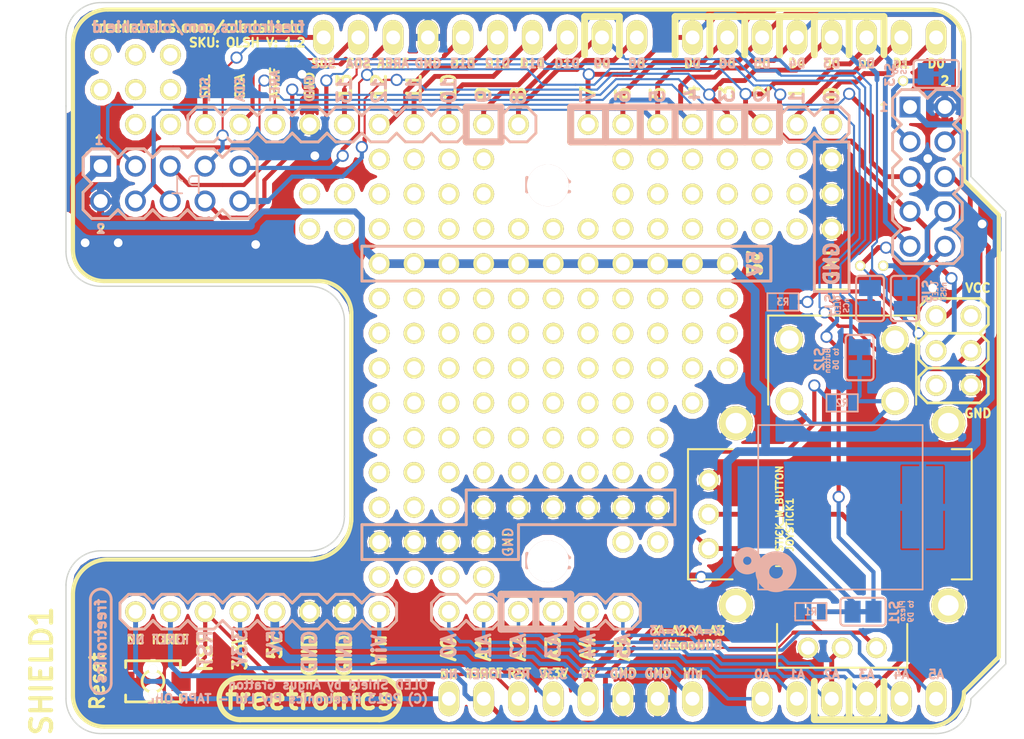
<source format=kicad_pcb>
(kicad_pcb (version 3) (host pcbnew "(2013-mar-13)-testing")
  (title_block (title "OLED Shield") (rev 1.1) (company "(C) 2013 Freetronics Pty Ltd") (comment 1 "SKU: OLEDSHIELD") (comment 2 "Released under TAPR Open Hardware License"))
  (layers (15 F.Cu signal) (0 B.Cu signal) (18 B.Paste user) (19 F.Paste user) (20 B.SilkS user) (21 F.SilkS user) (22 B.Mask user) (23 F.Mask user hide) (28 Edge.Cuts user))
  (net 0 "")
  (net 1 +5V)
  (net 2 /3V3)
  (net 3 /AD0)
  (net 4 /AD1)
  (net 5 /AD2_JOY_X)
  (net 6 /AD3_JOY_Y)
  (net 7 /AD4)
  (net 8 /AD5)
  (net 9 /AREF)
  (net 10 /D0)
  (net 11 /D1)
  (net 12 /D10)
  (net 13 /D11)
  (net 14 /D12)
  (net 15 /D13)
  (net 16 /D6)
  (net 17 /D8)
  (net 18 /D9)
  (net 19 /MISO)
  (net 20 /MOSI)
  (net 21 /OLED_DnC)
  (net 22 /OLED_nCS)
  (net 23 /OLED_nRST)
  (net 24 /RHS_OLED_nCS)
  (net 25 /RHS_OLED_nRST)
  (net 26 /RHS_uSD_nCS)
  (net 27 /RST)
  (net 28 /SCK)
  (net 29 /SCL)
  (net 30 /SDA)
  (net 31 /V_IN)
  (net 32 /uSD_CD)
  (net 33 /uSD_nCS)
  (net 34 GND)
  (net 35 N-0000025)
  (net 36 N-0000033)
  (net 37 N-0000038)
  (net 38 N-0000039)
  (net 39 N-0000040)
  (net 40 VCC)
  (module 1pin_prototyping (layer F.Cu) (at 203.2 154.94 180)
    (fp_text reference 1PIN hide)
    (fp_text value P*** hide)
    (pad 1 thru_hole circle (at 0 0 180) (size 1.524 1.524) (drill 1.016) (layers *.Cu *.Mask F.SilkS) (net 37 N-0000038))
  )
  (module 1pin_prototyping (layer F.Cu) (at 218.44 127)
    (fp_text reference 1PIN hide)
    (fp_text value P*** hide)
    (pad 1 thru_hole circle (at 0 0) (size 1.524 1.524) (drill 1.016) (layers *.Cu *.Mask F.SilkS))
  )
  (module 1pin_prototyping (layer F.Cu) (at 215.9 127)
    (fp_text reference 1PIN hide)
    (fp_text value P*** hide)
    (pad 1 thru_hole circle (at 0 0) (size 1.524 1.524) (drill 1.016) (layers *.Cu *.Mask F.SilkS))
  )
  (module 1pin_prototyping (layer F.Cu) (at 220.98 139.7)
    (fp_text reference 1PIN hide)
    (fp_text value P*** hide)
    (pad 1 thru_hole circle (at 0 0) (size 1.524 1.524) (drill 1.016) (layers *.Cu *.Mask F.SilkS))
  )
  (module 1pin_prototyping (layer F.Cu) (at 220.98 137.16)
    (fp_text reference 1PIN hide)
    (fp_text value P*** hide)
    (pad 1 thru_hole circle (at 0 0) (size 1.524 1.524) (drill 1.016) (layers *.Cu *.Mask F.SilkS))
  )
  (module 1pin_prototyping (layer F.Cu) (at 220.98 134.62)
    (fp_text reference 1PIN hide)
    (fp_text value P*** hide)
    (pad 1 thru_hole circle (at 0 0) (size 1.524 1.524) (drill 1.016) (layers *.Cu *.Mask F.SilkS))
  )
  (module 1pin_prototyping (layer F.Cu) (at 220.98 142.24)
    (fp_text reference 1PIN hide)
    (fp_text value P*** hide)
    (pad 1 thru_hole circle (at 0 0) (size 1.524 1.524) (drill 1.016) (layers *.Cu *.Mask F.SilkS))
  )
  (module 1pin_prototyping (layer F.Cu) (at 220.98 144.78)
    (fp_text reference 1PIN hide)
    (fp_text value P*** hide)
    (pad 1 thru_hole circle (at 0 0) (size 1.524 1.524) (drill 1.016) (layers *.Cu *.Mask F.SilkS))
  )
  (module 1pin_prototyping (layer F.Cu) (at 220.98 147.32)
    (fp_text reference 1PIN hide)
    (fp_text value P*** hide)
    (pad 1 thru_hole circle (at 0 0) (size 1.524 1.524) (drill 1.016) (layers *.Cu *.Mask F.SilkS))
  )
  (module 1pin_prototyping (layer F.Cu) (at 220.98 149.86)
    (fp_text reference 1PIN hide)
    (fp_text value P*** hide)
    (pad 1 thru_hole circle (at 0 0) (size 1.524 1.524) (drill 1.016) (layers *.Cu *.Mask F.SilkS) (net 34 GND))
  )
  (module LOGO_FREETRONICS_SMALL (layer B.Cu) (at 200.66 157.099 270)
    (fp_text reference Ref** hide)
    (fp_text value Val** hide)
    (fp_text user freetronics (at 0 0 270) (layer B.SilkS) (effects (font (size 0.762 0.762) (thickness 0.1905)) (justify mirror)))
  )
  (module 1pin (layer B.Cu) (at 233.284 151.257 180)
    (fp_text reference 1PIN (at 0 0 180) (layer B.SilkS) (effects (font (size 1.016 1.016) (thickness 0.254)) (justify mirror)))
    (fp_text value P*** hide)
    (pad "" np_thru_hole circle (at 0 0 180) (size 3.048 3.048) (drill 3.048) (layers *.Cu *.Mask B.SilkS))
  )
  (module 1pin (layer B.Cu) (at 233.284 123.825 180)
    (fp_text reference 1PIN (at 0 0 180) (layer B.SilkS) (effects (font (size 1.016 1.016) (thickness 0.254)) (justify mirror)))
    (fp_text value P*** hide)
    (pad "" np_thru_hole circle (at 0 0 180) (size 3.048 3.048) (drill 3.048) (layers *.Cu *.Mask B.SilkS))
  )
  (module 1pin_prototyping (layer F.Cu) (at 246.38 127)
    (fp_text reference 1PIN hide)
    (fp_text value P*** hide)
    (pad 1 thru_hole circle (at 0 0) (size 1.524 1.524) (drill 1.016) (layers *.Cu *.Mask F.SilkS))
  )
  (module 1pin_prototyping (layer F.Cu) (at 246.38 124.46)
    (fp_text reference 1PIN hide)
    (fp_text value P*** hide)
    (pad 1 thru_hole circle (at 0 0) (size 1.524 1.524) (drill 1.016) (layers *.Cu *.Mask F.SilkS))
  )
  (module 1pin_prototyping (layer F.Cu) (at 246.38 121.92)
    (fp_text reference 1PIN hide)
    (fp_text value P*** hide)
    (pad 1 thru_hole circle (at 0 0) (size 1.524 1.524) (drill 1.016) (layers *.Cu *.Mask F.SilkS))
  )
  (module 1pin_prototyping (layer F.Cu) (at 243.84 121.92)
    (fp_text reference 1PIN hide)
    (fp_text value P*** hide)
    (pad 1 thru_hole circle (at 0 0) (size 1.524 1.524) (drill 1.016) (layers *.Cu *.Mask F.SilkS))
  )
  (module 1pin_prototyping (layer F.Cu) (at 243.84 124.46)
    (fp_text reference 1PIN hide)
    (fp_text value P*** hide)
    (pad 1 thru_hole circle (at 0 0) (size 1.524 1.524) (drill 1.016) (layers *.Cu *.Mask F.SilkS))
  )
  (module 1pin_prototyping (layer F.Cu) (at 243.84 127)
    (fp_text reference 1PIN hide)
    (fp_text value P*** hide)
    (pad 1 thru_hole circle (at 0 0) (size 1.524 1.524) (drill 1.016) (layers *.Cu *.Mask F.SilkS))
  )
  (module 1pin_prototyping (layer F.Cu) (at 241.3 149.86)
    (fp_text reference 1PIN hide)
    (fp_text value P*** hide)
    (pad 1 thru_hole circle (at 0 0) (size 1.524 1.524) (drill 1.016) (layers *.Cu *.Mask F.SilkS))
  )
  (module 1pin_prototyping (layer F.Cu) (at 238.76 149.86)
    (fp_text reference 1PIN hide)
    (fp_text value P*** hide)
    (pad 1 thru_hole circle (at 0 0) (size 1.524 1.524) (drill 1.016) (layers *.Cu *.Mask F.SilkS))
  )
  (module 1pin_prototyping (layer F.Cu) (at 215.9 124.46)
    (fp_text reference 1PIN hide)
    (fp_text value P*** hide)
    (pad 1 thru_hole circle (at 0 0) (size 1.524 1.524) (drill 1.016) (layers *.Cu *.Mask F.SilkS))
  )
  (module 1pin_prototyping (layer F.Cu) (at 218.44 124.46)
    (fp_text reference 1PIN hide)
    (fp_text value P*** hide)
    (pad 1 thru_hole circle (at 0 0) (size 1.524 1.524) (drill 1.016) (layers *.Cu *.Mask F.SilkS))
  )
  (module 1pin_prototyping (layer F.Cu) (at 241.3 147.32)
    (fp_text reference 1PIN hide)
    (fp_text value P*** hide)
    (pad 1 thru_hole circle (at 0 0) (size 1.524 1.524) (drill 1.016) (layers *.Cu *.Mask F.SilkS) (net 34 GND))
  )
  (module 1pin_prototyping (layer F.Cu) (at 238.76 147.32)
    (fp_text reference 1PIN hide)
    (fp_text value P*** hide)
    (pad 1 thru_hole circle (at 0 0) (size 1.524 1.524) (drill 1.016) (layers *.Cu *.Mask F.SilkS) (net 34 GND))
  )
  (module 1pin_prototyping (layer F.Cu) (at 236.22 147.32)
    (fp_text reference 1PIN hide)
    (fp_text value P*** hide)
    (pad 1 thru_hole circle (at 0 0) (size 1.524 1.524) (drill 1.016) (layers *.Cu *.Mask F.SilkS) (net 34 GND))
  )
  (module 1pin_prototyping (layer F.Cu) (at 233.68 147.32)
    (fp_text reference 1PIN hide)
    (fp_text value P*** hide)
    (pad 1 thru_hole circle (at 0 0) (size 1.524 1.524) (drill 1.016) (layers *.Cu *.Mask F.SilkS) (net 34 GND))
  )
  (module 1pin_prototyping (layer F.Cu) (at 231.14 147.32)
    (fp_text reference 1PIN hide)
    (fp_text value P*** hide)
    (pad 1 thru_hole circle (at 0 0) (size 1.524 1.524) (drill 1.016) (layers *.Cu *.Mask F.SilkS) (net 34 GND))
  )
  (module 1pin_prototyping (layer F.Cu) (at 228.6 147.32)
    (fp_text reference 1PIN hide)
    (fp_text value P*** hide)
    (pad 1 thru_hole circle (at 0 0) (size 1.524 1.524) (drill 1.016) (layers *.Cu *.Mask F.SilkS) (net 34 GND))
  )
  (module 1pin_prototyping (layer F.Cu) (at 223.52 149.86)
    (fp_text reference 1PIN hide)
    (fp_text value P*** hide)
    (pad 1 thru_hole circle (at 0 0) (size 1.524 1.524) (drill 1.016) (layers *.Cu *.Mask F.SilkS) (net 34 GND))
  )
  (module 1pin_prototyping (layer F.Cu) (at 226.06 149.86)
    (fp_text reference 1PIN hide)
    (fp_text value P*** hide)
    (pad 1 thru_hole circle (at 0 0) (size 1.524 1.524) (drill 1.016) (layers *.Cu *.Mask F.SilkS) (net 34 GND))
  )
  (module 1pin_prototyping (layer F.Cu) (at 243.84 129.54)
    (fp_text reference 1PIN hide)
    (fp_text value P*** hide)
    (pad 1 thru_hole circle (at 0 0) (size 1.524 1.524) (drill 1.016) (layers *.Cu *.Mask F.SilkS) (net 1 +5V))
  )
  (module 1pin_prototyping (layer F.Cu) (at 246.38 129.54)
    (fp_text reference 1PIN hide)
    (fp_text value P*** hide)
    (pad 1 thru_hole circle (at 0 0) (size 1.524 1.524) (drill 1.016) (layers *.Cu *.Mask F.SilkS) (net 1 +5V))
  )
  (module 1pin_prototyping (layer F.Cu) (at 226.06 129.54)
    (fp_text reference 1PIN hide)
    (fp_text value P*** hide)
    (pad 1 thru_hole circle (at 0 0) (size 1.524 1.524) (drill 1.016) (layers *.Cu *.Mask F.SilkS) (net 1 +5V))
  )
  (module 1pin_prototyping (layer F.Cu) (at 223.52 129.54)
    (fp_text reference 1PIN hide)
    (fp_text value P*** hide)
    (pad 1 thru_hole circle (at 0 0) (size 1.524 1.524) (drill 1.016) (layers *.Cu *.Mask F.SilkS) (net 1 +5V))
  )
  (module 1pin_prototyping (layer F.Cu) (at 228.6 129.54)
    (fp_text reference 1PIN hide)
    (fp_text value P*** hide)
    (pad 1 thru_hole circle (at 0 0) (size 1.524 1.524) (drill 1.016) (layers *.Cu *.Mask F.SilkS) (net 1 +5V))
  )
  (module 1pin_prototyping (layer F.Cu) (at 231.14 129.54)
    (fp_text reference 1PIN hide)
    (fp_text value P*** hide)
    (pad 1 thru_hole circle (at 0 0) (size 1.524 1.524) (drill 1.016) (layers *.Cu *.Mask F.SilkS) (net 1 +5V))
  )
  (module 1pin_prototyping (layer F.Cu) (at 241.3 129.54)
    (fp_text reference 1PIN hide)
    (fp_text value P*** hide)
    (pad 1 thru_hole circle (at 0 0) (size 1.524 1.524) (drill 1.016) (layers *.Cu *.Mask F.SilkS) (net 1 +5V))
  )
  (module 1pin_prototyping (layer F.Cu) (at 238.76 129.54)
    (fp_text reference 1PIN hide)
    (fp_text value P*** hide)
    (pad 1 thru_hole circle (at 0 0) (size 1.524 1.524) (drill 1.016) (layers *.Cu *.Mask F.SilkS) (net 1 +5V))
  )
  (module 1pin_prototyping (layer F.Cu) (at 233.68 129.54)
    (fp_text reference 1PIN hide)
    (fp_text value P*** hide)
    (pad 1 thru_hole circle (at 0 0) (size 1.524 1.524) (drill 1.016) (layers *.Cu *.Mask F.SilkS) (net 1 +5V))
  )
  (module 1pin_prototyping (layer F.Cu) (at 236.22 129.54)
    (fp_text reference 1PIN hide)
    (fp_text value P*** hide)
    (pad 1 thru_hole circle (at 0 0) (size 1.524 1.524) (drill 1.016) (layers *.Cu *.Mask F.SilkS) (net 1 +5V))
  )
  (module 1pin_prototyping (layer F.Cu) (at 220.98 129.54)
    (fp_text reference 1PIN hide)
    (fp_text value P*** hide)
    (pad 1 thru_hole circle (at 0 0) (size 1.524 1.524) (drill 1.016) (layers *.Cu *.Mask F.SilkS) (net 1 +5V))
  )
  (module ARDUINO_SHIELD (layer F.Cu) (at 198.12 163.83)
    (fp_text reference SHIELD1 (at -1.778 -4.572 90) (layer F.SilkS) (effects (font (thickness 0.3048))))
    (fp_text value ARDUINO_SHIELD hide)
    (pad AD5 thru_hole oval (at 63.5 -2.54 90) (size 2.54 1.524) (drill 1.016) (layers *.Cu *.Mask F.SilkS) (net 8 /AD5))
    (pad AD4 thru_hole oval (at 60.96 -2.54 90) (size 2.54 1.524) (drill 1.016) (layers *.Cu *.Mask F.SilkS) (net 7 /AD4))
    (pad AD3 thru_hole oval (at 58.42 -2.54 90) (size 2.54 1.524) (drill 1.016) (layers *.Cu *.Mask F.SilkS) (net 6 /AD3_JOY_Y))
    (pad AD0 thru_hole oval (at 50.8 -2.54 90) (size 2.54 1.524) (drill 1.016) (layers *.Cu *.Mask F.SilkS) (net 3 /AD0))
    (pad AD1 thru_hole oval (at 53.34 -2.54 90) (size 2.54 1.524) (drill 1.016) (layers *.Cu *.Mask F.SilkS) (net 4 /AD1))
    (pad AD2 thru_hole oval (at 55.88 -2.54 90) (size 2.54 1.524) (drill 1.016) (layers *.Cu *.Mask F.SilkS) (net 5 /AD2_JOY_X))
    (pad V_IN thru_hole oval (at 45.72 -2.54 90) (size 2.54 1.524) (drill 1.016) (layers *.Cu *.Mask F.SilkS) (net 31 /V_IN))
    (pad GND2 thru_hole oval (at 43.18 -2.54 90) (size 2.54 1.524) (drill 1.016) (layers *.Cu *.Mask F.SilkS) (net 34 GND))
    (pad GND1 thru_hole oval (at 40.64 -2.54 90) (size 2.54 1.524) (drill 1.016) (layers *.Cu *.Mask F.SilkS) (net 34 GND))
    (pad 3V3 thru_hole oval (at 35.56 -2.54 90) (size 2.54 1.524) (drill 1.016) (layers *.Cu *.Mask F.SilkS) (net 2 /3V3))
    (pad RST thru_hole oval (at 33.02 -2.54 90) (size 2.54 1.524) (drill 1.016) (layers *.Cu *.Mask F.SilkS) (net 27 /RST))
    (pad 0 thru_hole oval (at 63.5 -50.8 90) (size 2.54 1.524) (drill 1.016) (layers *.Cu *.Mask F.SilkS) (net 10 /D0))
    (pad 1 thru_hole oval (at 60.96 -50.8 90) (size 2.54 1.524) (drill 1.016) (layers *.Cu *.Mask F.SilkS) (net 11 /D1))
    (pad 2 thru_hole oval (at 58.42 -50.8 90) (size 2.54 1.524) (drill 1.016) (layers *.Cu *.Mask F.SilkS) (net 21 /OLED_DnC))
    (pad 3 thru_hole oval (at 55.88 -50.8 90) (size 2.54 1.524) (drill 1.016) (layers *.Cu *.Mask F.SilkS) (net 23 /OLED_nRST))
    (pad 4 thru_hole oval (at 53.34 -50.8 90) (size 2.54 1.524) (drill 1.016) (layers *.Cu *.Mask F.SilkS) (net 33 /uSD_nCS))
    (pad 5 thru_hole oval (at 50.8 -50.8 90) (size 2.54 1.524) (drill 1.016) (layers *.Cu *.Mask F.SilkS) (net 32 /uSD_CD))
    (pad 6 thru_hole oval (at 48.26 -50.8 90) (size 2.54 1.524) (drill 1.016) (layers *.Cu *.Mask F.SilkS) (net 16 /D6))
    (pad 7 thru_hole oval (at 45.72 -50.8 90) (size 2.54 1.524) (drill 1.016) (layers *.Cu *.Mask F.SilkS) (net 22 /OLED_nCS))
    (pad 8 thru_hole oval (at 41.656 -50.8 90) (size 2.54 1.524) (drill 1.016) (layers *.Cu *.Mask F.SilkS) (net 17 /D8))
    (pad 9 thru_hole oval (at 39.116 -50.8 90) (size 2.54 1.524) (drill 1.016) (layers *.Cu *.Mask F.SilkS) (net 18 /D9))
    (pad 10 thru_hole oval (at 36.576 -50.8 90) (size 2.54 1.524) (drill 1.016) (layers *.Cu *.Mask F.SilkS) (net 12 /D10))
    (pad 11 thru_hole oval (at 34.036 -50.8 90) (size 2.54 1.524) (drill 1.016) (layers *.Cu *.Mask F.SilkS) (net 13 /D11))
    (pad 12 thru_hole oval (at 31.496 -50.8 90) (size 2.54 1.524) (drill 1.016) (layers *.Cu *.Mask F.SilkS) (net 14 /D12))
    (pad 13 thru_hole oval (at 28.956 -50.8 90) (size 2.54 1.524) (drill 1.016) (layers *.Cu *.Mask F.SilkS) (net 15 /D13))
    (pad GND3 thru_hole oval (at 26.416 -50.8 90) (size 2.54 1.524) (drill 1.016) (layers *.Cu *.Mask F.SilkS) (net 34 GND))
    (pad AREF thru_hole oval (at 23.876 -50.8 90) (size 2.54 1.524) (drill 1.016) (layers *.Cu *.Mask F.SilkS) (net 9 /AREF))
    (pad 5V thru_hole oval (at 38.1 -2.54 90) (size 2.54 1.524) (drill 1.016) (layers *.Cu *.Mask F.SilkS) (net 1 +5V))
    (pad SDA thru_hole oval (at 21.336 -50.8 90) (size 2.54 1.524) (drill 1.016) (layers *.Cu *.Mask F.SilkS) (net 30 /SDA))
    (pad SCL thru_hole oval (at 18.796 -50.8 90) (size 2.54 1.524) (drill 1.016) (layers *.Cu *.Mask F.SilkS) (net 29 /SCL))
    (pad IO_R thru_hole oval (at 30.48 -2.54 90) (size 2.54 1.524) (drill 1.016) (layers *.Cu *.Mask F.SilkS) (net 40 VCC))
    (pad NC thru_hole oval (at 27.94 -2.54 90) (size 2.54 1.524) (drill 1.016) (layers *.Cu *.Mask F.SilkS) (net 37 N-0000038))
    (pad SP1 thru_hole circle (at 63.5 -30.48 90) (size 1.524 1.524) (drill 1.016) (layers *.Cu *.Mask F.SilkS) (net 19 /MISO))
    (pad SP2 thru_hole circle (at 66.04 -30.48 90) (size 1.524 1.524) (drill 1.016) (layers *.Cu *.Mask F.SilkS) (net 39 N-0000040))
    (pad SP3 thru_hole circle (at 63.5 -27.94 90) (size 1.524 1.524) (drill 1.016) (layers *.Cu *.Mask F.SilkS) (net 28 /SCK))
    (pad SP4 thru_hole circle (at 66.04 -27.94 90) (size 1.524 1.524) (drill 1.016) (layers *.Cu *.Mask F.SilkS) (net 20 /MOSI))
    (pad SP5 thru_hole circle (at 63.5 -25.4 90) (size 1.524 1.524) (drill 1.016) (layers *.Cu *.Mask F.SilkS) (net 38 N-0000039))
    (pad SP6 thru_hole circle (at 66.04 -25.4 90) (size 1.524 1.524) (drill 1.016) (layers *.Cu *.Mask F.SilkS) (net 34 GND))
  )
  (module 1pin_prototyping (layer F.Cu) (at 200.66 114.3)
    (fp_text reference 1PIN hide)
    (fp_text value P*** hide)
    (pad 1 thru_hole circle (at 0 0) (size 1.524 1.524) (drill 1.016) (layers *.Cu *.Mask F.SilkS))
  )
  (module 1pin_prototyping (layer F.Cu) (at 203.2 114.3)
    (fp_text reference 1PIN hide)
    (fp_text value P*** hide)
    (pad 1 thru_hole circle (at 0 0) (size 1.524 1.524) (drill 1.016) (layers *.Cu *.Mask F.SilkS))
  )
  (module 1pin_prototyping (layer F.Cu) (at 205.74 114.3)
    (fp_text reference 1PIN hide)
    (fp_text value P*** hide)
    (pad 1 thru_hole circle (at 0 0) (size 1.524 1.524) (drill 1.016) (layers *.Cu *.Mask F.SilkS))
  )
  (module 1pin_prototyping (layer F.Cu) (at 200.66 116.84)
    (fp_text reference 1PIN hide)
    (fp_text value P*** hide)
    (pad 1 thru_hole circle (at 0 0) (size 1.524 1.524) (drill 1.016) (layers *.Cu *.Mask F.SilkS))
  )
  (module 1pin_prototyping (layer F.Cu) (at 203.2 116.84)
    (fp_text reference 1PIN hide)
    (fp_text value P*** hide)
    (pad 1 thru_hole circle (at 0 0) (size 1.524 1.524) (drill 1.016) (layers *.Cu *.Mask F.SilkS))
  )
  (module 1pin_prototyping (layer F.Cu) (at 205.74 116.84)
    (fp_text reference 1PIN hide)
    (fp_text value P*** hide)
    (pad 1 thru_hole circle (at 0 0) (size 1.524 1.524) (drill 1.016) (layers *.Cu *.Mask F.SilkS))
  )
  (module 1pin_prototyping (layer F.Cu) (at 238.76 139.7)
    (fp_text reference 1PIN hide)
    (fp_text value P*** hide)
    (pad 1 thru_hole circle (at 0 0) (size 1.524 1.524) (drill 1.016) (layers *.Cu *.Mask F.SilkS))
  )
  (module 1pin_prototyping (layer F.Cu) (at 238.76 137.16)
    (fp_text reference 1PIN hide)
    (fp_text value P*** hide)
    (pad 1 thru_hole circle (at 0 0) (size 1.524 1.524) (drill 1.016) (layers *.Cu *.Mask F.SilkS))
  )
  (module 1pin_prototyping (layer F.Cu) (at 238.76 134.62)
    (fp_text reference 1PIN hide)
    (fp_text value P*** hide)
    (pad 1 thru_hole circle (at 0 0) (size 1.524 1.524) (drill 1.016) (layers *.Cu *.Mask F.SilkS))
  )
  (module 1pin_prototyping (layer F.Cu) (at 238.76 142.24)
    (fp_text reference 1PIN hide)
    (fp_text value P*** hide)
    (pad 1 thru_hole circle (at 0 0) (size 1.524 1.524) (drill 1.016) (layers *.Cu *.Mask F.SilkS))
  )
  (module 1pin_prototyping (layer F.Cu) (at 238.76 144.78)
    (fp_text reference 1PIN hide)
    (fp_text value P*** hide)
    (pad 1 thru_hole circle (at 0 0) (size 1.524 1.524) (drill 1.016) (layers *.Cu *.Mask F.SilkS))
  )
  (module 1pin_prototyping (layer F.Cu) (at 241.3 144.78)
    (fp_text reference 1PIN hide)
    (fp_text value P*** hide)
    (pad 1 thru_hole circle (at 0 0) (size 1.524 1.524) (drill 1.016) (layers *.Cu *.Mask F.SilkS))
  )
  (module 1pin_prototyping (layer F.Cu) (at 241.3 142.24)
    (fp_text reference 1PIN hide)
    (fp_text value P*** hide)
    (pad 1 thru_hole circle (at 0 0) (size 1.524 1.524) (drill 1.016) (layers *.Cu *.Mask F.SilkS))
  )
  (module 1pin_prototyping (layer F.Cu) (at 241.3 134.62)
    (fp_text reference 1PIN hide)
    (fp_text value P*** hide)
    (pad 1 thru_hole circle (at 0 0) (size 1.524 1.524) (drill 1.016) (layers *.Cu *.Mask F.SilkS))
  )
  (module 1pin_prototyping (layer F.Cu) (at 241.3 137.16)
    (fp_text reference 1PIN hide)
    (fp_text value P*** hide)
    (pad 1 thru_hole circle (at 0 0) (size 1.524 1.524) (drill 1.016) (layers *.Cu *.Mask F.SilkS))
  )
  (module 1pin_prototyping (layer F.Cu) (at 241.3 139.7)
    (fp_text reference 1PIN hide)
    (fp_text value P*** hide)
    (pad 1 thru_hole circle (at 0 0) (size 1.524 1.524) (drill 1.016) (layers *.Cu *.Mask F.SilkS))
  )
  (module 1pin_prototyping (layer F.Cu) (at 236.22 139.7)
    (fp_text reference 1PIN hide)
    (fp_text value P*** hide)
    (pad 1 thru_hole circle (at 0 0) (size 1.524 1.524) (drill 1.016) (layers *.Cu *.Mask F.SilkS))
  )
  (module 1pin_prototyping (layer F.Cu) (at 236.22 137.16)
    (fp_text reference 1PIN hide)
    (fp_text value P*** hide)
    (pad 1 thru_hole circle (at 0 0) (size 1.524 1.524) (drill 1.016) (layers *.Cu *.Mask F.SilkS))
  )
  (module 1pin_prototyping (layer F.Cu) (at 236.22 134.62)
    (fp_text reference 1PIN hide)
    (fp_text value P*** hide)
    (pad 1 thru_hole circle (at 0 0) (size 1.524 1.524) (drill 1.016) (layers *.Cu *.Mask F.SilkS))
  )
  (module 1pin_prototyping (layer F.Cu) (at 236.22 142.24)
    (fp_text reference 1PIN hide)
    (fp_text value P*** hide)
    (pad 1 thru_hole circle (at 0 0) (size 1.524 1.524) (drill 1.016) (layers *.Cu *.Mask F.SilkS))
  )
  (module 1pin_prototyping (layer F.Cu) (at 236.22 144.78)
    (fp_text reference 1PIN hide)
    (fp_text value P*** hide)
    (pad 1 thru_hole circle (at 0 0) (size 1.524 1.524) (drill 1.016) (layers *.Cu *.Mask F.SilkS))
  )
  (module 1pin_prototyping (layer F.Cu) (at 228.6 149.86)
    (fp_text reference 1PIN hide)
    (fp_text value P*** hide)
    (pad 1 thru_hole circle (at 0 0) (size 1.524 1.524) (drill 1.016) (layers *.Cu *.Mask F.SilkS) (net 34 GND))
  )
  (module 1pin_prototyping (layer F.Cu) (at 228.6 152.4)
    (fp_text reference 1PIN hide)
    (fp_text value P*** hide)
    (pad 1 thru_hole circle (at 0 0) (size 1.524 1.524) (drill 1.016) (layers *.Cu *.Mask F.SilkS))
  )
  (module 1pin_prototyping (layer F.Cu) (at 226.06 152.4)
    (fp_text reference 1PIN hide)
    (fp_text value P*** hide)
    (pad 1 thru_hole circle (at 0 0) (size 1.524 1.524) (drill 1.016) (layers *.Cu *.Mask F.SilkS))
  )
  (module 1pin_prototyping (layer F.Cu) (at 223.52 152.4)
    (fp_text reference 1PIN hide)
    (fp_text value P*** hide)
    (pad 1 thru_hole circle (at 0 0) (size 1.524 1.524) (drill 1.016) (layers *.Cu *.Mask F.SilkS))
  )
  (module 1pin_prototyping (layer F.Cu) (at 220.98 152.4)
    (fp_text reference 1PIN hide)
    (fp_text value P*** hide)
    (pad 1 thru_hole circle (at 0 0) (size 1.524 1.524) (drill 1.016) (layers *.Cu *.Mask F.SilkS))
  )
  (module 1pin_prototyping (layer F.Cu) (at 226.06 147.32)
    (fp_text reference 1PIN hide)
    (fp_text value P*** hide)
    (pad 1 thru_hole circle (at 0 0) (size 1.524 1.524) (drill 1.016) (layers *.Cu *.Mask F.SilkS))
  )
  (module 1pin_prototyping (layer F.Cu) (at 223.52 147.32)
    (fp_text reference 1PIN hide)
    (fp_text value P*** hide)
    (pad 1 thru_hole circle (at 0 0) (size 1.524 1.524) (drill 1.016) (layers *.Cu *.Mask F.SilkS))
  )
  (module 1pin_prototyping (layer F.Cu) (at 223.52 144.78)
    (fp_text reference 1PIN hide)
    (fp_text value P*** hide)
    (pad 1 thru_hole circle (at 0 0) (size 1.524 1.524) (drill 1.016) (layers *.Cu *.Mask F.SilkS))
  )
  (module 1pin_prototyping (layer F.Cu) (at 226.06 144.78)
    (fp_text reference 1PIN hide)
    (fp_text value P*** hide)
    (pad 1 thru_hole circle (at 0 0) (size 1.524 1.524) (drill 1.016) (layers *.Cu *.Mask F.SilkS))
  )
  (module 1pin_prototyping (layer F.Cu) (at 228.6 144.78)
    (fp_text reference 1PIN hide)
    (fp_text value P*** hide)
    (pad 1 thru_hole circle (at 0 0) (size 1.524 1.524) (drill 1.016) (layers *.Cu *.Mask F.SilkS))
  )
  (module 1pin_prototyping (layer F.Cu) (at 231.14 144.78)
    (fp_text reference 1PIN hide)
    (fp_text value P*** hide)
    (pad 1 thru_hole circle (at 0 0) (size 1.524 1.524) (drill 1.016) (layers *.Cu *.Mask F.SilkS))
  )
  (module 1pin_prototyping (layer F.Cu) (at 233.68 144.78)
    (fp_text reference 1PIN hide)
    (fp_text value P*** hide)
    (pad 1 thru_hole circle (at 0 0) (size 1.524 1.524) (drill 1.016) (layers *.Cu *.Mask F.SilkS))
  )
  (module 1pin_prototyping (layer F.Cu) (at 233.68 142.24)
    (fp_text reference 1PIN hide)
    (fp_text value P*** hide)
    (pad 1 thru_hole circle (at 0 0) (size 1.524 1.524) (drill 1.016) (layers *.Cu *.Mask F.SilkS))
  )
  (module 1pin_prototyping (layer F.Cu) (at 231.14 142.24)
    (fp_text reference 1PIN hide)
    (fp_text value P*** hide)
    (pad 1 thru_hole circle (at 0 0) (size 1.524 1.524) (drill 1.016) (layers *.Cu *.Mask F.SilkS))
  )
  (module 1pin_prototyping (layer F.Cu) (at 228.6 142.24)
    (fp_text reference 1PIN hide)
    (fp_text value P*** hide)
    (pad 1 thru_hole circle (at 0 0) (size 1.524 1.524) (drill 1.016) (layers *.Cu *.Mask F.SilkS))
  )
  (module 1pin_prototyping (layer F.Cu) (at 226.06 142.24)
    (fp_text reference 1PIN hide)
    (fp_text value P*** hide)
    (pad 1 thru_hole circle (at 0 0) (size 1.524 1.524) (drill 1.016) (layers *.Cu *.Mask F.SilkS))
  )
  (module 1pin_prototyping (layer F.Cu) (at 223.52 142.24)
    (fp_text reference 1PIN hide)
    (fp_text value P*** hide)
    (pad 1 thru_hole circle (at 0 0) (size 1.524 1.524) (drill 1.016) (layers *.Cu *.Mask F.SilkS))
  )
  (module 1pin_prototyping (layer F.Cu) (at 223.52 134.62)
    (fp_text reference 1PIN hide)
    (fp_text value P*** hide)
    (pad 1 thru_hole circle (at 0 0) (size 1.524 1.524) (drill 1.016) (layers *.Cu *.Mask F.SilkS))
  )
  (module 1pin_prototyping (layer F.Cu) (at 226.06 134.62)
    (fp_text reference 1PIN hide)
    (fp_text value P*** hide)
    (pad 1 thru_hole circle (at 0 0) (size 1.524 1.524) (drill 1.016) (layers *.Cu *.Mask F.SilkS))
  )
  (module 1pin_prototyping (layer F.Cu) (at 228.6 134.62)
    (fp_text reference 1PIN hide)
    (fp_text value P*** hide)
    (pad 1 thru_hole circle (at 0 0) (size 1.524 1.524) (drill 1.016) (layers *.Cu *.Mask F.SilkS))
  )
  (module 1pin_prototyping (layer F.Cu) (at 231.14 134.62)
    (fp_text reference 1PIN hide)
    (fp_text value P*** hide)
    (pad 1 thru_hole circle (at 0 0) (size 1.524 1.524) (drill 1.016) (layers *.Cu *.Mask F.SilkS))
  )
  (module 1pin_prototyping (layer F.Cu) (at 233.68 134.62)
    (fp_text reference 1PIN hide)
    (fp_text value P*** hide)
    (pad 1 thru_hole circle (at 0 0) (size 1.524 1.524) (drill 1.016) (layers *.Cu *.Mask F.SilkS))
  )
  (module 1pin_prototyping (layer F.Cu) (at 233.68 137.16)
    (fp_text reference 1PIN hide)
    (fp_text value P*** hide)
    (pad 1 thru_hole circle (at 0 0) (size 1.524 1.524) (drill 1.016) (layers *.Cu *.Mask F.SilkS))
  )
  (module 1pin_prototyping (layer F.Cu) (at 231.14 137.16)
    (fp_text reference 1PIN hide)
    (fp_text value P*** hide)
    (pad 1 thru_hole circle (at 0 0) (size 1.524 1.524) (drill 1.016) (layers *.Cu *.Mask F.SilkS))
  )
  (module 1pin_prototyping (layer F.Cu) (at 228.6 137.16)
    (fp_text reference 1PIN hide)
    (fp_text value P*** hide)
    (pad 1 thru_hole circle (at 0 0) (size 1.524 1.524) (drill 1.016) (layers *.Cu *.Mask F.SilkS))
  )
  (module 1pin_prototyping (layer F.Cu) (at 226.06 137.16)
    (fp_text reference 1PIN hide)
    (fp_text value P*** hide)
    (pad 1 thru_hole circle (at 0 0) (size 1.524 1.524) (drill 1.016) (layers *.Cu *.Mask F.SilkS))
  )
  (module 1pin_prototyping (layer F.Cu) (at 223.52 137.16)
    (fp_text reference 1PIN hide)
    (fp_text value P*** hide)
    (pad 1 thru_hole circle (at 0 0) (size 1.524 1.524) (drill 1.016) (layers *.Cu *.Mask F.SilkS))
  )
  (module 1pin_prototyping (layer F.Cu) (at 223.52 139.7)
    (fp_text reference 1PIN hide)
    (fp_text value P*** hide)
    (pad 1 thru_hole circle (at 0 0) (size 1.524 1.524) (drill 1.016) (layers *.Cu *.Mask F.SilkS))
  )
  (module 1pin_prototyping (layer F.Cu) (at 226.06 139.7)
    (fp_text reference 1PIN hide)
    (fp_text value P*** hide)
    (pad 1 thru_hole circle (at 0 0) (size 1.524 1.524) (drill 1.016) (layers *.Cu *.Mask F.SilkS))
  )
  (module 1pin_prototyping (layer F.Cu) (at 228.6 139.7)
    (fp_text reference 1PIN hide)
    (fp_text value P*** hide)
    (pad 1 thru_hole circle (at 0 0) (size 1.524 1.524) (drill 1.016) (layers *.Cu *.Mask F.SilkS))
  )
  (module 1pin_prototyping (layer F.Cu) (at 231.14 139.7)
    (fp_text reference 1PIN hide)
    (fp_text value P*** hide)
    (pad 1 thru_hole circle (at 0 0) (size 1.524 1.524) (drill 1.016) (layers *.Cu *.Mask F.SilkS))
  )
  (module 1pin_prototyping (layer F.Cu) (at 233.68 139.7)
    (fp_text reference 1PIN hide)
    (fp_text value P*** hide)
    (pad 1 thru_hole circle (at 0 0) (size 1.524 1.524) (drill 1.016) (layers *.Cu *.Mask F.SilkS))
  )
  (module BUZZER-12X12-SMT (layer B.Cu) (at 254.635 147.32)
    (fp_text reference PIEZO1 hide)
    (fp_text value BUZZER hide)
    (pad 1 smd rect (at -5.99948 0) (size 2.99974 5.99948) (layers B.Cu B.Paste B.Mask) (net 36 N-0000033))
    (pad 2 smd rect (at 5.99948 0) (size 2.99974 5.99948) (layers B.Cu B.Paste B.Mask) (net 34 GND))
  )
  (module SM0603 (layer B.Cu) (at 252.476 154.94)
    (fp_text reference R1 (at 0 0) (layer B.SilkS) (effects (font (size 0.508 0.4572) (thickness 0.1143)) (justify mirror)))
    (fp_text value 1M hide)
    (pad 1 smd rect (at -0.762 0) (size 0.635 1.143) (layers B.Cu B.Paste B.Mask) (net 34 GND))
    (pad 2 smd rect (at 0.762 0) (size 0.635 1.143) (layers B.Cu B.Paste B.Mask) (net 36 N-0000033))
  )
  (module SM0603 (layer B.Cu) (at 254.762 139.7)
    (fp_text reference R2 (at 0 0) (layer B.SilkS) (effects (font (size 0.508 0.4572) (thickness 0.1143)) (justify mirror)))
    (fp_text value 10K hide)
    (pad 1 smd rect (at -0.762 0) (size 0.635 1.143) (layers B.Cu B.Paste B.Mask) (net 40 VCC))
    (pad 2 smd rect (at 0.762 0) (size 0.635 1.143) (layers B.Cu B.Paste B.Mask) (net 35 N-0000025))
  )
  (module DIL10 (layer F.Cu) (at 259.715 118.11 270)
    (fp_text reference P2)
    (fp_text value CONN_5X2 hide)
    (pad 1 thru_hole rect (at 0 0) (size 1.524 1.524) (drill 1.016) (layers *.Cu *.Mask) (net 1 +5V))
    (pad 2 thru_hole oval (at 0 -2.54) (size 1.524 1.524) (drill 1.016) (layers *.Cu *.Mask) (net 34 GND))
    (pad 3 thru_hole oval (at 2.54 0) (size 1.524 1.524) (drill 1.016) (layers *.Cu *.Mask) (net 26 /RHS_uSD_nCS))
    (pad 4 thru_hole oval (at 2.54 -2.54) (size 1.524 1.524) (drill 1.016) (layers *.Cu *.Mask) (net 32 /uSD_CD))
    (pad 5 thru_hole oval (at 5.08 0) (size 1.524 1.524) (drill 1.016) (layers *.Cu *.Mask) (net 19 /MISO))
    (pad 6 thru_hole oval (at 5.08 -2.54) (size 1.524 1.524) (drill 1.016) (layers *.Cu *.Mask) (net 20 /MOSI))
    (pad 7 thru_hole oval (at 7.62 0) (size 1.524 1.524) (drill 1.016) (layers *.Cu *.Mask) (net 28 /SCK))
    (pad 8 thru_hole oval (at 7.62 -2.54) (size 1.524 1.524) (drill 1.016) (layers *.Cu *.Mask) (net 24 /RHS_OLED_nCS))
    (pad 9 thru_hole oval (at 10.16 0) (size 1.524 1.524) (drill 1.016) (layers *.Cu *.Mask) (net 21 /OLED_DnC))
    (pad 10 thru_hole oval (at 10.16 -2.54) (size 1.524 1.524) (drill 1.016) (layers *.Cu *.Mask) (net 25 /RHS_OLED_nRST))
  )
  (module 1pin_prototyping (layer F.Cu) (at 238.76 154.94 180)
    (fp_text reference 1PIN hide)
    (fp_text value P*** hide)
    (pad 1 thru_hole circle (at 0 0 180) (size 1.524 1.524) (drill 1.016) (layers *.Cu *.Mask F.SilkS) (net 8 /AD5))
  )
  (module 1pin_prototyping (layer F.Cu) (at 236.22 154.94 180)
    (fp_text reference 1PIN hide)
    (fp_text value P*** hide)
    (pad 1 thru_hole circle (at 0 0 180) (size 1.524 1.524) (drill 1.016) (layers *.Cu *.Mask F.SilkS) (net 7 /AD4))
  )
  (module 1pin_prototyping (layer F.Cu) (at 233.68 154.94 180)
    (fp_text reference 1PIN hide)
    (fp_text value P*** hide)
    (pad 1 thru_hole circle (at 0 0 180) (size 1.524 1.524) (drill 1.016) (layers *.Cu *.Mask F.SilkS) (net 6 /AD3_JOY_Y))
  )
  (module 1pin_prototyping (layer F.Cu) (at 231.14 154.94 180)
    (fp_text reference 1PIN hide)
    (fp_text value P*** hide)
    (pad 1 thru_hole circle (at 0 0 180) (size 1.524 1.524) (drill 1.016) (layers *.Cu *.Mask F.SilkS) (net 5 /AD2_JOY_X))
  )
  (module 1pin_prototyping (layer F.Cu) (at 228.6 154.94 180)
    (fp_text reference 1PIN hide)
    (fp_text value P*** hide)
    (pad 1 thru_hole circle (at 0 0 180) (size 1.524 1.524) (drill 1.016) (layers *.Cu *.Mask F.SilkS) (net 4 /AD1))
  )
  (module 1pin_prototyping (layer F.Cu) (at 226.06 154.94 180)
    (fp_text reference 1PIN hide)
    (fp_text value P*** hide)
    (pad 1 thru_hole circle (at 0 0 180) (size 1.524 1.524) (drill 1.016) (layers *.Cu *.Mask F.SilkS) (net 3 /AD0))
  )
  (module 1pin_prototyping (layer F.Cu) (at 220.98 154.94 180)
    (fp_text reference 1PIN hide)
    (fp_text value P*** hide)
    (pad 1 thru_hole circle (at 0 0 180) (size 1.524 1.524) (drill 1.016) (layers *.Cu *.Mask F.SilkS) (net 31 /V_IN))
  )
  (module 1pin_prototyping (layer F.Cu) (at 218.44 154.94 180)
    (fp_text reference 1PIN hide)
    (fp_text value P*** hide)
    (pad 1 thru_hole circle (at 0 0 180) (size 1.524 1.524) (drill 1.016) (layers *.Cu *.Mask F.SilkS) (net 34 GND))
  )
  (module 1pin_prototyping (layer F.Cu) (at 215.9 154.94 180)
    (fp_text reference 1PIN hide)
    (fp_text value P*** hide)
    (pad 1 thru_hole circle (at 0 0 180) (size 1.524 1.524) (drill 1.016) (layers *.Cu *.Mask F.SilkS) (net 34 GND))
  )
  (module 1pin_prototyping (layer F.Cu) (at 213.36 154.94 180)
    (fp_text reference 1PIN hide)
    (fp_text value P*** hide)
    (pad 1 thru_hole circle (at 0 0 180) (size 1.524 1.524) (drill 1.016) (layers *.Cu *.Mask F.SilkS) (net 1 +5V))
  )
  (module 1pin_prototyping (layer F.Cu) (at 210.82 154.94 180)
    (fp_text reference 1PIN hide)
    (fp_text value P*** hide)
    (pad 1 thru_hole circle (at 0 0 180) (size 1.524 1.524) (drill 1.016) (layers *.Cu *.Mask F.SilkS) (net 2 /3V3))
  )
  (module 1pin_prototyping (layer F.Cu) (at 208.28 154.94 180)
    (fp_text reference 1PIN hide)
    (fp_text value P*** hide)
    (pad 1 thru_hole circle (at 0 0 180) (size 1.524 1.524) (drill 1.016) (layers *.Cu *.Mask F.SilkS) (net 27 /RST))
  )
  (module 1pin_prototyping (layer F.Cu) (at 205.74 154.94 180)
    (fp_text reference 1PIN hide)
    (fp_text value P*** hide)
    (pad 1 thru_hole circle (at 0 0 180) (size 1.524 1.524) (drill 1.016) (layers *.Cu *.Mask F.SilkS) (net 40 VCC))
  )
  (module 1pin_prototyping (layer F.Cu) (at 254 119.38 180)
    (fp_text reference 1PIN hide)
    (fp_text value P*** hide)
    (pad 1 thru_hole circle (at 0 0 180) (size 1.524 1.524) (drill 1.016) (layers *.Cu *.Mask F.SilkS) (net 10 /D0))
  )
  (module 1pin_prototyping (layer F.Cu) (at 251.46 119.38 180)
    (fp_text reference 1PIN hide)
    (fp_text value P*** hide)
    (pad 1 thru_hole circle (at 0 0 180) (size 1.524 1.524) (drill 1.016) (layers *.Cu *.Mask F.SilkS) (net 11 /D1))
  )
  (module 1pin_prototyping (layer F.Cu) (at 248.92 119.38 180)
    (fp_text reference 1PIN hide)
    (fp_text value P*** hide)
    (pad 1 thru_hole circle (at 0 0 180) (size 1.524 1.524) (drill 1.016) (layers *.Cu *.Mask F.SilkS) (net 21 /OLED_DnC))
  )
  (module 1pin_prototyping (layer F.Cu) (at 246.38 119.38 180)
    (fp_text reference 1PIN hide)
    (fp_text value P*** hide)
    (pad 1 thru_hole circle (at 0 0 180) (size 1.524 1.524) (drill 1.016) (layers *.Cu *.Mask F.SilkS) (net 23 /OLED_nRST))
  )
  (module 1pin_prototyping (layer F.Cu) (at 243.84 119.38 180)
    (fp_text reference 1PIN hide)
    (fp_text value P*** hide)
    (pad 1 thru_hole circle (at 0 0 180) (size 1.524 1.524) (drill 1.016) (layers *.Cu *.Mask F.SilkS) (net 33 /uSD_nCS))
  )
  (module 1pin_prototyping (layer F.Cu) (at 241.3 119.38 180)
    (fp_text reference 1PIN hide)
    (fp_text value P*** hide)
    (pad 1 thru_hole circle (at 0 0 180) (size 1.524 1.524) (drill 1.016) (layers *.Cu *.Mask F.SilkS) (net 32 /uSD_CD))
  )
  (module 1pin_prototyping (layer F.Cu) (at 238.76 119.38 180)
    (fp_text reference 1PIN hide)
    (fp_text value P*** hide)
    (pad 1 thru_hole circle (at 0 0 180) (size 1.524 1.524) (drill 1.016) (layers *.Cu *.Mask F.SilkS) (net 16 /D6))
  )
  (module 1pin_prototyping (layer F.Cu) (at 236.22 119.38 180)
    (fp_text reference 1PIN hide)
    (fp_text value P*** hide)
    (pad 1 thru_hole circle (at 0 0 180) (size 1.524 1.524) (drill 1.016) (layers *.Cu *.Mask F.SilkS) (net 22 /OLED_nCS))
  )
  (module 1pin_prototyping (layer F.Cu) (at 231.14 119.38 180)
    (fp_text reference 1PIN hide)
    (fp_text value P*** hide)
    (pad 1 thru_hole circle (at 0 0 180) (size 1.524 1.524) (drill 1.016) (layers *.Cu *.Mask F.SilkS) (net 17 /D8))
  )
  (module 1pin_prototyping (layer F.Cu) (at 228.6 119.38 180)
    (fp_text reference 1PIN hide)
    (fp_text value P*** hide)
    (pad 1 thru_hole circle (at 0 0 180) (size 1.524 1.524) (drill 1.016) (layers *.Cu *.Mask F.SilkS) (net 18 /D9))
  )
  (module 1pin_prototyping (layer F.Cu) (at 226.06 119.38 180)
    (fp_text reference 1PIN hide)
    (fp_text value P*** hide)
    (pad 1 thru_hole circle (at 0 0 180) (size 1.524 1.524) (drill 1.016) (layers *.Cu *.Mask F.SilkS) (net 12 /D10))
  )
  (module 1pin_prototyping (layer F.Cu) (at 223.52 119.38 180)
    (fp_text reference 1PIN hide)
    (fp_text value P*** hide)
    (pad 1 thru_hole circle (at 0 0 180) (size 1.524 1.524) (drill 1.016) (layers *.Cu *.Mask F.SilkS) (net 13 /D11))
  )
  (module 1pin_prototyping (layer F.Cu) (at 220.98 119.38 180)
    (fp_text reference 1PIN hide)
    (fp_text value P*** hide)
    (pad 1 thru_hole circle (at 0 0 180) (size 1.524 1.524) (drill 1.016) (layers *.Cu *.Mask F.SilkS) (net 14 /D12))
  )
  (module 1pin_prototyping (layer F.Cu) (at 218.44 119.38 180)
    (fp_text reference 1PIN hide)
    (fp_text value P*** hide)
    (pad 1 thru_hole circle (at 0 0 180) (size 1.524 1.524) (drill 1.016) (layers *.Cu *.Mask F.SilkS) (net 15 /D13))
  )
  (module 1pin_prototyping (layer F.Cu) (at 210.82 119.38 180)
    (fp_text reference 1PIN hide)
    (fp_text value P*** hide)
    (pad 1 thru_hole circle (at 0 0 180) (size 1.524 1.524) (drill 1.016) (layers *.Cu *.Mask F.SilkS) (net 30 /SDA))
  )
  (module 1pin_prototyping (layer F.Cu) (at 208.28 119.38 180)
    (fp_text reference 1PIN hide)
    (fp_text value P*** hide)
    (pad 1 thru_hole circle (at 0 0 180) (size 1.524 1.524) (drill 1.016) (layers *.Cu *.Mask F.SilkS) (net 29 /SCL))
  )
  (module 1pin_prototyping (layer F.Cu) (at 213.36 119.38 180)
    (fp_text reference 1PIN hide)
    (fp_text value P*** hide)
    (pad 1 thru_hole circle (at 0 0 180) (size 1.524 1.524) (drill 1.016) (layers *.Cu *.Mask F.SilkS) (net 9 /AREF))
  )
  (module 1pin_prototyping (layer F.Cu) (at 215.9 119.38 180)
    (fp_text reference 1PIN hide)
    (fp_text value P*** hide)
    (pad 1 thru_hole circle (at 0 0 180) (size 1.524 1.524) (drill 1.016) (layers *.Cu *.Mask F.SilkS) (net 34 GND))
  )
  (module DIL10 (layer B.Cu) (at 200.645 122.428)
    (fp_text reference P1 (at 6.223 1.397 180) (layer B.SilkS) (effects (font (size 1.27 1.27) (thickness 0.127)) (justify mirror)))
    (fp_text value CONN_5X2 hide)
    (pad 1 thru_hole rect (at 0 0 270) (size 1.524 1.524) (drill 1.016) (layers *.Cu *.Mask) (net 1 +5V))
    (pad 2 thru_hole oval (at 0 2.54 270) (size 1.524 1.524) (drill 1.016) (layers *.Cu *.Mask) (net 34 GND))
    (pad 3 thru_hole oval (at 2.54 0 270) (size 1.524 1.524) (drill 1.016) (layers *.Cu *.Mask) (net 33 /uSD_nCS))
    (pad 4 thru_hole oval (at 2.54 2.54 270) (size 1.524 1.524) (drill 1.016) (layers *.Cu *.Mask) (net 32 /uSD_CD))
    (pad 5 thru_hole oval (at 5.08 0 270) (size 1.524 1.524) (drill 1.016) (layers *.Cu *.Mask) (net 19 /MISO))
    (pad 6 thru_hole oval (at 5.08 2.54 270) (size 1.524 1.524) (drill 1.016) (layers *.Cu *.Mask) (net 20 /MOSI))
    (pad 7 thru_hole oval (at 7.62 0 270) (size 1.524 1.524) (drill 1.016) (layers *.Cu *.Mask) (net 28 /SCK))
    (pad 8 thru_hole oval (at 7.62 2.54 270) (size 1.524 1.524) (drill 1.016) (layers *.Cu *.Mask) (net 22 /OLED_nCS))
    (pad 9 thru_hole oval (at 10.16 0 270) (size 1.524 1.524) (drill 1.016) (layers *.Cu *.Mask) (net 21 /OLED_DnC))
    (pad 10 thru_hole oval (at 10.16 2.54 270) (size 1.524 1.524) (drill 1.016) (layers *.Cu *.Mask) (net 23 /OLED_nRST))
  )
  (module 1pin_prototyping (layer F.Cu) (at 220.98 121.92)
    (fp_text reference 1PIN hide)
    (fp_text value P*** hide)
    (pad 1 thru_hole circle (at 0 0) (size 1.524 1.524) (drill 1.016) (layers *.Cu *.Mask F.SilkS))
  )
  (module 1pin_prototyping (layer F.Cu) (at 223.52 121.92)
    (fp_text reference 1PIN hide)
    (fp_text value P*** hide)
    (pad 1 thru_hole circle (at 0 0) (size 1.524 1.524) (drill 1.016) (layers *.Cu *.Mask F.SilkS))
  )
  (module 1pin_prototyping (layer F.Cu) (at 226.06 121.92)
    (fp_text reference 1PIN hide)
    (fp_text value P*** hide)
    (pad 1 thru_hole circle (at 0 0) (size 1.524 1.524) (drill 1.016) (layers *.Cu *.Mask F.SilkS))
  )
  (module 1pin_prototyping (layer F.Cu) (at 228.6 121.92)
    (fp_text reference 1PIN hide)
    (fp_text value P*** hide)
    (pad 1 thru_hole circle (at 0 0) (size 1.524 1.524) (drill 1.016) (layers *.Cu *.Mask F.SilkS))
  )
  (module 1pin_prototyping (layer F.Cu) (at 220.98 124.46)
    (fp_text reference 1PIN hide)
    (fp_text value P*** hide)
    (pad 1 thru_hole circle (at 0 0) (size 1.524 1.524) (drill 1.016) (layers *.Cu *.Mask F.SilkS))
  )
  (module 1pin_prototyping (layer F.Cu) (at 223.52 124.46)
    (fp_text reference 1PIN hide)
    (fp_text value P*** hide)
    (pad 1 thru_hole circle (at 0 0) (size 1.524 1.524) (drill 1.016) (layers *.Cu *.Mask F.SilkS))
  )
  (module 1pin_prototyping (layer F.Cu) (at 226.06 124.46)
    (fp_text reference 1PIN hide)
    (fp_text value P*** hide)
    (pad 1 thru_hole circle (at 0 0) (size 1.524 1.524) (drill 1.016) (layers *.Cu *.Mask F.SilkS))
  )
  (module 1pin_prototyping (layer F.Cu) (at 228.6 124.46)
    (fp_text reference 1PIN hide)
    (fp_text value P*** hide)
    (pad 1 thru_hole circle (at 0 0) (size 1.524 1.524) (drill 1.016) (layers *.Cu *.Mask F.SilkS))
  )
  (module 1pin_prototyping (layer F.Cu) (at 220.98 127)
    (fp_text reference 1PIN hide)
    (fp_text value P*** hide)
    (pad 1 thru_hole circle (at 0 0) (size 1.524 1.524) (drill 1.016) (layers *.Cu *.Mask F.SilkS))
  )
  (module 1pin_prototyping (layer F.Cu) (at 223.52 127)
    (fp_text reference 1PIN hide)
    (fp_text value P*** hide)
    (pad 1 thru_hole circle (at 0 0) (size 1.524 1.524) (drill 1.016) (layers *.Cu *.Mask F.SilkS))
  )
  (module 1pin_prototyping (layer F.Cu) (at 226.06 127)
    (fp_text reference 1PIN hide)
    (fp_text value P*** hide)
    (pad 1 thru_hole circle (at 0 0) (size 1.524 1.524) (drill 1.016) (layers *.Cu *.Mask F.SilkS))
  )
  (module 1pin_prototyping (layer F.Cu) (at 228.6 127)
    (fp_text reference 1PIN hide)
    (fp_text value P*** hide)
    (pad 1 thru_hole circle (at 0 0) (size 1.524 1.524) (drill 1.016) (layers *.Cu *.Mask F.SilkS))
  )
  (module 1pin_prototyping (layer F.Cu) (at 231.14 127)
    (fp_text reference 1PIN hide)
    (fp_text value P*** hide)
    (pad 1 thru_hole circle (at 0 0) (size 1.524 1.524) (drill 1.016) (layers *.Cu *.Mask F.SilkS))
  )
  (module 1pin_prototyping (layer F.Cu) (at 233.68 127)
    (fp_text reference 1PIN hide)
    (fp_text value P*** hide)
    (pad 1 thru_hole circle (at 0 0) (size 1.524 1.524) (drill 1.016) (layers *.Cu *.Mask F.SilkS))
  )
  (module 1pin_prototyping (layer F.Cu) (at 236.22 127)
    (fp_text reference 1PIN hide)
    (fp_text value P*** hide)
    (pad 1 thru_hole circle (at 0 0) (size 1.524 1.524) (drill 1.016) (layers *.Cu *.Mask F.SilkS))
  )
  (module 1pin_prototyping (layer F.Cu) (at 238.76 127)
    (fp_text reference 1PIN hide)
    (fp_text value P*** hide)
    (pad 1 thru_hole circle (at 0 0) (size 1.524 1.524) (drill 1.016) (layers *.Cu *.Mask F.SilkS))
  )
  (module 1pin_prototyping (layer F.Cu) (at 238.76 124.46)
    (fp_text reference 1PIN hide)
    (fp_text value P*** hide)
    (pad 1 thru_hole circle (at 0 0) (size 1.524 1.524) (drill 1.016) (layers *.Cu *.Mask F.SilkS))
  )
  (module 1pin_prototyping (layer F.Cu) (at 238.76 121.92)
    (fp_text reference 1PIN hide)
    (fp_text value P*** hide)
    (pad 1 thru_hole circle (at 0 0) (size 1.524 1.524) (drill 1.016) (layers *.Cu *.Mask F.SilkS))
  )
  (module 1pin_prototyping (layer F.Cu) (at 241.3 121.92)
    (fp_text reference 1PIN hide)
    (fp_text value P*** hide)
    (pad 1 thru_hole circle (at 0 0) (size 1.524 1.524) (drill 1.016) (layers *.Cu *.Mask F.SilkS))
  )
  (module 1pin_prototyping (layer F.Cu) (at 241.3 124.46)
    (fp_text reference 1PIN hide)
    (fp_text value P*** hide)
    (pad 1 thru_hole circle (at 0 0) (size 1.524 1.524) (drill 1.016) (layers *.Cu *.Mask F.SilkS))
  )
  (module 1pin_prototyping (layer F.Cu) (at 241.3 127)
    (fp_text reference 1PIN hide)
    (fp_text value P*** hide)
    (pad 1 thru_hole circle (at 0 0) (size 1.524 1.524) (drill 1.016) (layers *.Cu *.Mask F.SilkS))
  )
  (module 1pin_prototyping (layer F.Cu) (at 248.92 127)
    (fp_text reference 1PIN hide)
    (fp_text value P*** hide)
    (pad 1 thru_hole circle (at 0 0) (size 1.524 1.524) (drill 1.016) (layers *.Cu *.Mask F.SilkS))
  )
  (module 1pin_prototyping (layer F.Cu) (at 248.92 124.46)
    (fp_text reference 1PIN hide)
    (fp_text value P*** hide)
    (pad 1 thru_hole circle (at 0 0) (size 1.524 1.524) (drill 1.016) (layers *.Cu *.Mask F.SilkS))
  )
  (module 1pin_prototyping (layer F.Cu) (at 248.92 121.92)
    (fp_text reference 1PIN hide)
    (fp_text value P*** hide)
    (pad 1 thru_hole circle (at 0 0) (size 1.524 1.524) (drill 1.016) (layers *.Cu *.Mask F.SilkS))
  )
  (module 1pin_prototyping (layer F.Cu) (at 251.46 121.92)
    (fp_text reference 1PIN hide)
    (fp_text value P*** hide)
    (pad 1 thru_hole circle (at 0 0) (size 1.524 1.524) (drill 1.016) (layers *.Cu *.Mask F.SilkS))
  )
  (module 1pin_prototyping (layer F.Cu) (at 251.46 124.46)
    (fp_text reference 1PIN hide)
    (fp_text value P*** hide)
    (pad 1 thru_hole circle (at 0 0) (size 1.524 1.524) (drill 1.016) (layers *.Cu *.Mask F.SilkS))
  )
  (module 1pin_prototyping (layer F.Cu) (at 251.46 127)
    (fp_text reference 1PIN hide)
    (fp_text value P*** hide)
    (pad 1 thru_hole circle (at 0 0) (size 1.524 1.524) (drill 1.016) (layers *.Cu *.Mask F.SilkS))
  )
  (module 1pin_prototyping (layer F.Cu) (at 254 127)
    (fp_text reference 1PIN hide)
    (fp_text value P*** hide)
    (pad 1 thru_hole circle (at 0 0) (size 1.524 1.524) (drill 1.016) (layers *.Cu *.Mask F.SilkS) (net 34 GND))
  )
  (module 1pin_prototyping (layer F.Cu) (at 254 124.46)
    (fp_text reference 1PIN hide)
    (fp_text value P*** hide)
    (pad 1 thru_hole circle (at 0 0) (size 1.524 1.524) (drill 1.016) (layers *.Cu *.Mask F.SilkS) (net 34 GND))
  )
  (module 1pin_prototyping (layer F.Cu) (at 254 121.92)
    (fp_text reference 1PIN hide)
    (fp_text value P*** hide)
    (pad 1 thru_hole circle (at 0 0) (size 1.524 1.524) (drill 1.016) (layers *.Cu *.Mask F.SilkS) (net 34 GND))
  )
  (module 1pin_prototyping (layer F.Cu) (at 246.38 132.08)
    (fp_text reference 1PIN hide)
    (fp_text value P*** hide)
    (pad 1 thru_hole circle (at 0 0) (size 1.524 1.524) (drill 1.016) (layers *.Cu *.Mask F.SilkS))
  )
  (module 1pin_prototyping (layer F.Cu) (at 246.38 134.62)
    (fp_text reference 1PIN hide)
    (fp_text value P*** hide)
    (pad 1 thru_hole circle (at 0 0) (size 1.524 1.524) (drill 1.016) (layers *.Cu *.Mask F.SilkS))
  )
  (module 1pin_prototyping (layer F.Cu) (at 246.38 137.16)
    (fp_text reference 1PIN hide)
    (fp_text value P*** hide)
    (pad 1 thru_hole circle (at 0 0) (size 1.524 1.524) (drill 1.016) (layers *.Cu *.Mask F.SilkS))
  )
  (module 1pin_prototyping (layer F.Cu) (at 243.84 132.08)
    (fp_text reference 1PIN hide)
    (fp_text value P*** hide)
    (pad 1 thru_hole circle (at 0 0) (size 1.524 1.524) (drill 1.016) (layers *.Cu *.Mask F.SilkS))
  )
  (module 1pin_prototyping (layer F.Cu) (at 243.84 134.62)
    (fp_text reference 1PIN hide)
    (fp_text value P*** hide)
    (pad 1 thru_hole circle (at 0 0) (size 1.524 1.524) (drill 1.016) (layers *.Cu *.Mask F.SilkS))
  )
  (module 1pin_prototyping (layer F.Cu) (at 243.84 137.16)
    (fp_text reference 1PIN hide)
    (fp_text value P*** hide)
    (pad 1 thru_hole circle (at 0 0) (size 1.524 1.524) (drill 1.016) (layers *.Cu *.Mask F.SilkS))
  )
  (module 1pin_prototyping (layer F.Cu) (at 243.84 139.7)
    (fp_text reference 1PIN hide)
    (fp_text value P*** hide)
    (pad 1 thru_hole circle (at 0 0) (size 1.524 1.524) (drill 1.016) (layers *.Cu *.Mask F.SilkS))
  )
  (module 1pin_prototyping (layer F.Cu) (at 241.3 132.08)
    (fp_text reference 1PIN hide)
    (fp_text value P*** hide)
    (pad 1 thru_hole circle (at 0 0) (size 1.524 1.524) (drill 1.016) (layers *.Cu *.Mask F.SilkS))
  )
  (module 1pin_prototyping (layer F.Cu) (at 238.76 132.08)
    (fp_text reference 1PIN hide)
    (fp_text value P*** hide)
    (pad 1 thru_hole circle (at 0 0) (size 1.524 1.524) (drill 1.016) (layers *.Cu *.Mask F.SilkS))
  )
  (module 1pin_prototyping (layer F.Cu) (at 236.22 132.08)
    (fp_text reference 1PIN hide)
    (fp_text value P*** hide)
    (pad 1 thru_hole circle (at 0 0) (size 1.524 1.524) (drill 1.016) (layers *.Cu *.Mask F.SilkS))
  )
  (module 1pin_prototyping (layer F.Cu) (at 233.68 132.08)
    (fp_text reference 1PIN hide)
    (fp_text value P*** hide)
    (pad 1 thru_hole circle (at 0 0) (size 1.524 1.524) (drill 1.016) (layers *.Cu *.Mask F.SilkS))
  )
  (module 1pin_prototyping (layer F.Cu) (at 231.14 132.08)
    (fp_text reference 1PIN hide)
    (fp_text value P*** hide)
    (pad 1 thru_hole circle (at 0 0) (size 1.524 1.524) (drill 1.016) (layers *.Cu *.Mask F.SilkS))
  )
  (module 1pin_prototyping (layer F.Cu) (at 228.6 132.08)
    (fp_text reference 1PIN hide)
    (fp_text value P*** hide)
    (pad 1 thru_hole circle (at 0 0) (size 1.524 1.524) (drill 1.016) (layers *.Cu *.Mask F.SilkS))
  )
  (module 1pin_prototyping (layer F.Cu) (at 226.06 132.08)
    (fp_text reference 1PIN hide)
    (fp_text value P*** hide)
    (pad 1 thru_hole circle (at 0 0) (size 1.524 1.524) (drill 1.016) (layers *.Cu *.Mask F.SilkS))
  )
  (module 1pin_prototyping (layer F.Cu) (at 223.52 132.08)
    (fp_text reference 1PIN hide)
    (fp_text value P*** hide)
    (pad 1 thru_hole circle (at 0 0) (size 1.524 1.524) (drill 1.016) (layers *.Cu *.Mask F.SilkS))
  )
  (module 1pin_prototyping (layer F.Cu) (at 220.98 132.08)
    (fp_text reference 1PIN hide)
    (fp_text value P*** hide)
    (pad 1 thru_hole circle (at 0 0) (size 1.524 1.524) (drill 1.016) (layers *.Cu *.Mask F.SilkS))
  )
  (module 1pin_prototyping (layer F.Cu) (at 205.74 119.38)
    (fp_text reference 1PIN hide)
    (fp_text value P*** hide)
    (pad 1 thru_hole circle (at 0 0) (size 1.524 1.524) (drill 1.016) (layers *.Cu *.Mask F.SilkS))
  )
  (module 1pin_prototyping (layer F.Cu) (at 203.2 119.38)
    (fp_text reference 1PIN hide)
    (fp_text value P*** hide)
    (pad 1 thru_hole circle (at 0 0) (size 1.524 1.524) (drill 1.016) (layers *.Cu *.Mask F.SilkS))
  )
  (module 1pin_prototyping_mini (layer F.Cu) (at 257.7592 129.6924)
    (fp_text reference P3 hide)
    (fp_text value CONN_1 hide)
    (pad 1 thru_hole circle (at 0 0) (size 0.762 0.762) (drill 0.508) (layers *.Cu *.Mask F.SilkS) (net 25 /RHS_OLED_nRST))
  )
  (module 1pin_prototyping_mini (layer F.Cu) (at 256.0828 129.6924)
    (fp_text reference P4 hide)
    (fp_text value CONN_1 hide)
    (pad 1 thru_hole circle (at 0 0) (size 0.762 0.762) (drill 0.508) (layers *.Cu *.Mask F.SilkS) (net 24 /RHS_OLED_nCS))
  )
  (module 1pin_prototyping_mini (layer F.Cu) (at 259.207 116.205)
    (fp_text reference P5 hide)
    (fp_text value CONN_1 hide)
    (pad 1 thru_hole circle (at 0 0) (size 0.762 0.762) (drill 0.508) (layers *.Cu *.Mask F.SilkS) (net 26 /RHS_uSD_nCS))
  )
  (module LOGO_FREETRONICS (layer F.Cu) (at 215.9 161.29)
    (fp_text reference "" hide)
    (fp_text value "" hide)
    (fp_text user freetronics (at 0 0) (layer F.SilkS) (effects (font (thickness 0.3048))))
  )
  (module TACTILE_SWITCH_SMD_2PIN_TINY (layer F.Cu) (at 204.47 160.02)
    (fp_text reference SW1 hide)
    (fp_text value SW_PUSHBUTTON hide)
    (pad Hole np_thru_hole circle (at 0 -0.89916) (size 0.6477 0.6477) (drill 0.6477) (layers *.Cu *.Mask F.SilkS))
    (pad Hole np_thru_hole circle (at 0 0.89916) (size 0.6477 0.6477) (drill 0.6477) (layers *.Cu *.Mask F.SilkS))
    (pad 1 smd rect (at -2.04978 0 90) (size 1.39954 1.39954) (layers F.Cu F.Paste F.Mask) (net 34 GND))
    (pad 2 smd rect (at 2.04978 0 90) (size 1.39954 1.39954) (layers F.Cu F.Paste F.Mask) (net 27 /RST))
  )
  (module JOYSTICK_W_BUTTON (layer F.Cu) (at 254.762 147.828 270)
    (fp_text reference JOYSTICK1 (at 0.762 3.81 270) (layer F.SilkS) (effects (font (size 0.5 0.5) (thickness 0.125))))
    (fp_text value JOYSTICK_W_BUTTON (at 0.254 4.572 270) (layer F.SilkS) (effects (font (size 0.5 0.5) (thickness 0.125))))
    (pad SH thru_hole circle (at -6.65 7.75 270) (size 2.5 2.5) (drill 1.5) (layers *.Cu *.Mask F.SilkS) (net 34 GND))
    (pad SH thru_hole circle (at -6.65 -7.75 270) (size 2.5 2.5) (drill 1.5) (layers *.Cu *.Mask F.SilkS) (net 34 GND))
    (pad SH thru_hole circle (at 6.65 -7.75 270) (size 2.5 2.5) (drill 1.5) (layers *.Cu *.Mask F.SilkS) (net 34 GND))
    (pad SH thru_hole circle (at 6.65 7.75 270) (size 2.5 2.5) (drill 1.5) (layers *.Cu *.Mask F.SilkS) (net 34 GND))
    (pad X2 thru_hole circle (at 0 9.75 270) (size 1.5 1.5) (drill 1) (layers *.Cu *.Mask F.SilkS) (net 6 /AD3_JOY_Y))
    (pad X1 thru_hole circle (at -2.5 9.75 270) (size 1.5 1.5) (drill 1) (layers *.Cu *.Mask F.SilkS) (net 34 GND))
    (pad X3 thru_hole circle (at 2.5 9.75 270) (size 1.5 1.5) (drill 1) (layers *.Cu *.Mask F.SilkS) (net 40 VCC))
    (pad Y2 thru_hole circle (at 9.75 0 270) (size 1.5 1.5) (drill 1) (layers *.Cu *.Mask F.SilkS) (net 5 /AD2_JOY_X))
    (pad Y1 thru_hole circle (at 9.75 2.5 270) (size 1.5 1.5) (drill 1) (layers *.Cu *.Mask F.SilkS) (net 34 GND))
    (pad Y3 thru_hole circle (at 9.75 -2.5 270) (size 1.5 1.5) (drill 1) (layers *.Cu *.Mask F.SilkS) (net 40 VCC))
    (pad SW1 thru_hole circle (at -8.25 3.85 270) (size 2 2) (drill 1.35) (layers *.Cu *.Mask F.SilkS) (net 35 N-0000025))
    (pad SW1 thru_hole circle (at -8.25 -3.85 270) (size 2 2) (drill 1.35) (layers *.Cu *.Mask F.SilkS) (net 35 N-0000025))
    (pad SW2 thru_hole circle (at -12.75 -3.85 270) (size 2 2) (drill 1.35) (layers *.Cu *.Mask F.SilkS) (net 34 GND))
    (pad SW2 thru_hole circle (at -12.75 3.85 270) (size 2 2) (drill 1.35) (layers *.Cu *.Mask F.SilkS) (net 34 GND))
  )
  (module SJ_SHORTED (layer B.Cu) (at 256.286 154.94 180)
    (fp_text reference SJ1)
    (fp_text value SJ)
    (fp_line (start -0.762 0) (end 0.762 0) (layer B.Cu) (width 0.381))
    (pad 1 smd rect (at -0.762 0 180) (size 1.1684 1.6002) (layers B.Cu B.Mask) (net 18 /D9))
    (pad 2 smd rect (at 0.762 0 180) (size 1.1684 1.6002) (layers B.Cu B.Mask) (net 36 N-0000033))
  )
  (module SJ_SHORTED (layer B.Cu) (at 256.032 136.398 270)
    (fp_text reference SJ2)
    (fp_text value SJ)
    (fp_line (start -0.762 0) (end 0.762 0) (layer B.Cu) (width 0.381))
    (pad 1 smd rect (at -0.762 0 270) (size 1.1684 1.6002) (layers B.Cu B.Mask) (net 16 /D6))
    (pad 2 smd rect (at 0.762 0 270) (size 1.1684 1.6002) (layers B.Cu B.Mask) (net 35 N-0000025))
  )
  (module SJ_SHORTED (layer B.Cu) (at 261.62 115.697 180)
    (fp_text reference SJ3)
    (fp_text value SJ)
    (fp_line (start -0.762 0) (end 0.762 0) (layer B.Cu) (width 0.381))
    (pad 1 smd rect (at -0.762 0 180) (size 1.1684 1.6002) (layers B.Cu B.Mask) (net 33 /uSD_nCS))
    (pad 2 smd rect (at 0.762 0 180) (size 1.1684 1.6002) (layers B.Cu B.Mask) (net 26 /RHS_uSD_nCS))
  )
  (module SJ_SHORTED (layer B.Cu) (at 256.794 132.08 270)
    (fp_text reference SJ4)
    (fp_text value SJ)
    (fp_line (start -0.762 0) (end 0.762 0) (layer B.Cu) (width 0.381))
    (pad 1 smd rect (at -0.762 0 270) (size 1.1684 1.6002) (layers B.Cu B.Mask) (net 24 /RHS_OLED_nCS))
    (pad 2 smd rect (at 0.762 0 270) (size 1.1684 1.6002) (layers B.Cu B.Mask) (net 22 /OLED_nCS))
  )
  (module SJ_SHORTED (layer B.Cu) (at 259.334 132.08 270)
    (fp_text reference SJ5)
    (fp_text value SJ)
    (fp_line (start -0.762 0) (end 0.762 0) (layer B.Cu) (width 0.381))
    (pad 1 smd rect (at -0.762 0 270) (size 1.1684 1.6002) (layers B.Cu B.Mask) (net 25 /RHS_OLED_nRST))
    (pad 2 smd rect (at 0.762 0 270) (size 1.1684 1.6002) (layers B.Cu B.Mask) (net 23 /OLED_nRST))
  )
  (module SM0603 (layer B.Cu) (at 250.444 132.334 180)
    (fp_text reference R3 (at 0 0 180) (layer B.SilkS) (effects (font (size 0.508 0.4572) (thickness 0.1143)) (justify mirror)))
    (fp_text value 47K hide)
    (pad 1 smd rect (at -0.762 0 180) (size 0.635 1.143) (layers B.Cu B.Paste B.Mask) (net 23 /OLED_nRST))
    (pad 2 smd rect (at 0.762 0 180) (size 0.635 1.143) (layers B.Cu B.Paste B.Mask) (net 34 GND))
  )
  (gr_text NC (at 226.06 159.512) (layer B.SilkS) (effects (font (size 0.635 0.635) (thickness 0.15875)) (justify mirror)))
  (gr_text NC (at 226.06 159.512) (layer F.SilkS) (effects (font (size 0.635 0.635) (thickness 0.15875))))
  (gr_text NC (at 203.2 156.972) (layer B.SilkS) (effects (font (size 0.635 0.635) (thickness 0.15875)) (justify mirror)))
  (gr_text NC (at 203.2 156.972) (layer F.SilkS) (effects (font (size 0.635 0.635) (thickness 0.15875))))
  (gr_line (start 203.835 156.21) (end 204.47 155.575) (angle 90) (layer B.SilkS) (width 0.2))
  (gr_line (start 202.819 156.21) (end 203.835 156.21) (angle 90) (layer B.SilkS) (width 0.2))
  (gr_line (start 202.057 155.448) (end 202.819 156.21) (angle 90) (layer B.SilkS) (width 0.2))
  (gr_line (start 202.057 154.305) (end 202.057 155.448) (angle 90) (layer B.SilkS) (width 0.2))
  (gr_line (start 202.692 153.67) (end 202.057 154.305) (angle 90) (layer B.SilkS) (width 0.2))
  (gr_line (start 203.835 153.67) (end 202.692 153.67) (angle 90) (layer B.SilkS) (width 0.2))
  (gr_line (start 204.47 154.305) (end 203.835 153.67) (angle 90) (layer B.SilkS) (width 0.2))
  (gr_line (start 202.057 155.448) (end 202.819 156.21) (angle 90) (layer F.SilkS) (width 0.2))
  (gr_line (start 202.057 154.305) (end 202.057 155.448) (angle 90) (layer F.SilkS) (width 0.2))
  (gr_line (start 202.692 153.67) (end 202.057 154.305) (angle 90) (layer F.SilkS) (width 0.2))
  (gr_line (start 203.835 156.21) (end 204.47 155.575) (angle 90) (layer F.SilkS) (width 0.2))
  (gr_line (start 202.819 156.21) (end 203.835 156.21) (angle 90) (layer F.SilkS) (width 0.2))
  (gr_line (start 203.835 153.67) (end 202.692 153.67) (angle 90) (layer F.SilkS) (width 0.2))
  (gr_line (start 204.47 154.305) (end 203.835 153.67) (angle 90) (layer F.SilkS) (width 0.2))
  (gr_line (start 219.71 130.81) (end 249.555 130.81) (angle 90) (layer B.SilkS) (width 0.2))
  (gr_line (start 219.71 128.27) (end 219.71 130.81) (angle 90) (layer B.SilkS) (width 0.2))
  (gr_line (start 249.555 128.27) (end 219.71 128.27) (angle 90) (layer B.SilkS) (width 0.2))
  (gr_line (start 219.71 128.27) (end 249.555 128.27) (angle 90) (layer F.SilkS) (width 0.2))
  (gr_line (start 249.555 130.81) (end 219.71 130.81) (angle 90) (layer F.SilkS) (width 0.2))
  (gr_line (start 219.71 128.27) (end 219.71 130.81) (angle 90) (layer F.SilkS) (width 0.2))
  (gr_line (start 249.555 130.81) (end 249.555 128.27) (angle 90) (layer B.SilkS) (width 0.2))
  (gr_line (start 249.555 130.81) (end 249.555 128.27) (angle 90) (layer F.SilkS) (width 0.2))
  (gr_line (start 227.33 146.05) (end 242.57 146.05) (angle 90) (layer B.SilkS) (width 0.2))
  (gr_line (start 227.33 148.59) (end 227.33 146.05) (angle 90) (layer B.SilkS) (width 0.2))
  (gr_line (start 219.71 148.59) (end 227.33 148.59) (angle 90) (layer B.SilkS) (width 0.2))
  (gr_line (start 219.71 151.13) (end 219.71 148.59) (angle 90) (layer B.SilkS) (width 0.2))
  (gr_line (start 231.14 151.13) (end 219.71 151.13) (angle 90) (layer B.SilkS) (width 0.2))
  (gr_line (start 231.14 148.59) (end 231.14 151.13) (angle 90) (layer B.SilkS) (width 0.2))
  (gr_line (start 242.57 148.59) (end 231.14 148.59) (angle 90) (layer B.SilkS) (width 0.2))
  (gr_line (start 242.57 146.05) (end 242.57 148.59) (angle 90) (layer B.SilkS) (width 0.2))
  (gr_line (start 231.14 148.59) (end 242.57 148.59) (angle 90) (layer F.SilkS) (width 0.2))
  (gr_line (start 231.14 151.13) (end 231.14 148.59) (angle 90) (layer F.SilkS) (width 0.2))
  (gr_line (start 219.71 151.13) (end 231.14 151.13) (angle 90) (layer F.SilkS) (width 0.2))
  (gr_line (start 219.71 148.59) (end 219.71 151.13) (angle 90) (layer F.SilkS) (width 0.2))
  (gr_line (start 227.33 148.59) (end 219.71 148.59) (angle 90) (layer F.SilkS) (width 0.2))
  (gr_line (start 227.33 146.05) (end 227.33 148.59) (angle 90) (layer F.SilkS) (width 0.2))
  (gr_line (start 242.57 146.05) (end 227.33 146.05) (angle 90) (layer F.SilkS) (width 0.2))
  (gr_line (start 242.57 146.05) (end 242.57 148.59) (angle 90) (layer F.SilkS) (width 0.2))
  (gr_line (start 218.948 133.096) (end 218.948 148.33) (angle 90) (layer F.SilkS) (width 0.3048))
  (gr_arc (start 216.535 133.223) (end 216.408 130.81) (angle 90) (layer F.SilkS) (width 0.3048))
  (gr_line (start 200.914 130.81) (end 216.4 130.81) (angle 90) (layer F.SilkS) (width 0.3048))
  (gr_arc (start 215.9 148.082) (end 218.948 148.082) (angle 90) (layer F.SilkS) (width 0.3048))
  (gr_line (start 201.168 151.13) (end 216.154 151.13) (angle 90) (layer F.SilkS) (width 0.3048))
  (gr_line (start 215.9 131.191) (end 200.66 131.191) (angle 90) (layer Edge.Cuts) (width 0.1))
  (gr_arc (start 200.66 128.651) (end 200.66 131.191) (angle 90) (layer Edge.Cuts) (width 0.1))
  (gr_arc (start 215.9 133.731) (end 215.9 131.191) (angle 90) (layer Edge.Cuts) (width 0.1))
  (gr_line (start 200.66 150.495) (end 215.9 150.495) (angle 90) (layer Edge.Cuts) (width 0.1))
  (gr_text "Piezo\nto D9" (at 259.461 154.051 90) (layer B.SilkS) (effects (font (size 0.381 0.381) (thickness 0.09525)) (justify left mirror)))
  (gr_text "uSD\nnCS" (at 258.953 115.189 90) (layer B.SilkS) (effects (font (size 0.381 0.381) (thickness 0.09525)) (justify mirror)))
  (gr_text A5 (at 261.62 159.512) (layer B.SilkS) (effects (font (size 0.635 0.635) (thickness 0.15875)) (justify mirror)))
  (gr_text A4 (at 259.08 159.512) (layer B.SilkS) (effects (font (size 0.635 0.635) (thickness 0.15875)) (justify mirror)))
  (gr_text A3 (at 256.54 159.512) (layer B.SilkS) (effects (font (size 0.635 0.635) (thickness 0.15875)) (justify mirror)))
  (gr_text A2 (at 254 159.512) (layer B.SilkS) (effects (font (size 0.635 0.635) (thickness 0.15875)) (justify mirror)))
  (gr_text A1 (at 251.46 159.512) (layer B.SilkS) (effects (font (size 0.635 0.635) (thickness 0.15875)) (justify mirror)))
  (gr_text A0 (at 248.92 159.512) (layer B.SilkS) (effects (font (size 0.635 0.635) (thickness 0.15875)) (justify mirror)))
  (gr_text Vin (at 243.84 159.512) (layer B.SilkS) (effects (font (size 0.635 0.635) (thickness 0.15875)) (justify mirror)))
  (gr_text GND (at 241.3 159.512) (layer B.SilkS) (effects (font (size 0.635 0.635) (thickness 0.15875)) (justify mirror)))
  (gr_text GND (at 238.76 159.512) (layer B.SilkS) (effects (font (size 0.635 0.635) (thickness 0.15875)) (justify mirror)))
  (gr_text 5V (at 236.22 159.512) (layer B.SilkS) (effects (font (size 0.635 0.635) (thickness 0.15875)) (justify mirror)))
  (gr_text 3.3V (at 233.68 159.512) (layer B.SilkS) (effects (font (size 0.635 0.635) (thickness 0.15875)) (justify mirror)))
  (gr_text RST (at 231.14 159.512) (layer B.SilkS) (effects (font (size 0.635 0.635) (thickness 0.15875)) (justify mirror)))
  (gr_text IOREF (at 228.6 159.512) (layer B.SilkS) (effects (font (size 0.635 0.635) (thickness 0.15875)) (justify mirror)))
  (gr_text A5 (at 238.76 158.496 90) (layer B.SilkS) (effects (font (size 1 1) (thickness 0.22)) (justify right mirror)))
  (gr_text A4 (at 236.22 158.496 90) (layer B.SilkS) (effects (font (size 1 1) (thickness 0.22)) (justify right mirror)))
  (gr_text A3 (at 233.68 158.496 90) (layer B.SilkS) (effects (font (size 1 1) (thickness 0.22)) (justify right mirror)))
  (gr_text A2 (at 231.14 158.496 90) (layer B.SilkS) (effects (font (size 1 1) (thickness 0.22)) (justify right mirror)))
  (gr_text A1 (at 228.6 158.496 90) (layer B.SilkS) (effects (font (size 1 1) (thickness 0.22)) (justify right mirror)))
  (gr_text A0 (at 226.06 158.496 90) (layer B.SilkS) (effects (font (size 1 1) (thickness 0.22)) (justify right mirror)))
  (gr_text Vin (at 220.98 159.004 90) (layer B.SilkS) (effects (font (size 1 1) (thickness 0.22)) (justify right mirror)))
  (gr_text GND (at 218.44 159.512 90) (layer B.SilkS) (effects (font (size 1 1) (thickness 0.22)) (justify right mirror)))
  (gr_text GND (at 215.9 159.512 90) (layer B.SilkS) (effects (font (size 1 1) (thickness 0.22)) (justify right mirror)))
  (gr_text 5V (at 213.36 158.242 90) (layer B.SilkS) (effects (font (size 1 1) (thickness 0.22)) (justify right mirror)))
  (gr_text 3.3V (at 210.82 159.004 90) (layer B.SilkS) (effects (font (size 1 0.8) (thickness 0.2)) (justify right mirror)))
  (gr_text RST (at 208.28 159.131 90) (layer B.SilkS) (effects (font (size 1 1) (thickness 0.22)) (justify right mirror)))
  (gr_text IOREF (at 205.74 156.972) (layer B.SilkS) (effects (font (size 0.635 0.635) (thickness 0.15875)) (justify mirror)))
  (gr_line (start 236.855 153.67) (end 235.585 153.67) (angle 90) (layer B.SilkS) (width 0.2))
  (gr_line (start 237.49 154.305) (end 236.855 153.67) (angle 90) (layer B.SilkS) (width 0.2))
  (gr_line (start 238.125 153.67) (end 237.49 154.305) (angle 90) (layer B.SilkS) (width 0.2))
  (gr_line (start 239.395 153.67) (end 238.125 153.67) (angle 90) (layer B.SilkS) (width 0.2))
  (gr_line (start 240.03 154.305) (end 239.395 153.67) (angle 90) (layer B.SilkS) (width 0.2))
  (gr_line (start 240.03 155.575) (end 240.03 154.305) (angle 90) (layer B.SilkS) (width 0.2))
  (gr_line (start 239.395 156.21) (end 240.03 155.575) (angle 90) (layer B.SilkS) (width 0.2))
  (gr_line (start 238.125 156.21) (end 239.395 156.21) (angle 90) (layer B.SilkS) (width 0.2))
  (gr_line (start 237.49 155.575) (end 238.125 156.21) (angle 90) (layer B.SilkS) (width 0.2))
  (gr_line (start 236.855 156.21) (end 237.49 155.575) (angle 90) (layer B.SilkS) (width 0.2))
  (gr_line (start 235.585 156.21) (end 236.855 156.21) (angle 90) (layer B.SilkS) (width 0.2))
  (gr_line (start 236.982 156.21) (end 235.585 156.21) (angle 90) (layer B.SilkS) (width 0.2))
  (gr_line (start 235.585 156.21) (end 234.95 155.575) (angle 90) (layer B.SilkS) (width 0.2))
  (gr_line (start 235.585 153.67) (end 234.95 154.305) (angle 90) (layer B.SilkS) (width 0.2))
  (gr_line (start 229.235 156.21) (end 229.87 155.575) (angle 90) (layer B.SilkS) (width 0.2))
  (gr_line (start 227.965 156.21) (end 229.235 156.21) (angle 90) (layer B.SilkS) (width 0.2))
  (gr_line (start 227.33 155.575) (end 227.965 156.21) (angle 90) (layer B.SilkS) (width 0.2))
  (gr_line (start 226.695 156.21) (end 227.33 155.575) (angle 90) (layer B.SilkS) (width 0.2))
  (gr_line (start 225.425 156.21) (end 226.695 156.21) (angle 90) (layer B.SilkS) (width 0.2))
  (gr_line (start 224.79 155.575) (end 225.425 156.21) (angle 90) (layer B.SilkS) (width 0.2))
  (gr_line (start 224.79 154.305) (end 224.79 155.575) (angle 90) (layer B.SilkS) (width 0.2))
  (gr_line (start 225.425 153.67) (end 224.79 154.305) (angle 90) (layer B.SilkS) (width 0.2))
  (gr_line (start 226.695 153.67) (end 225.425 153.67) (angle 90) (layer B.SilkS) (width 0.2))
  (gr_line (start 227.33 154.305) (end 226.695 153.67) (angle 90) (layer B.SilkS) (width 0.2))
  (gr_line (start 227.965 153.67) (end 227.33 154.305) (angle 90) (layer B.SilkS) (width 0.2))
  (gr_line (start 229.235 153.67) (end 227.965 153.67) (angle 90) (layer B.SilkS) (width 0.2))
  (gr_line (start 229.87 154.305) (end 229.87 154.432) (angle 90) (layer B.SilkS) (width 0.2))
  (gr_line (start 229.235 153.67) (end 229.87 154.305) (angle 90) (layer B.SilkS) (width 0.2))
  (gr_line (start 205.105 153.67) (end 204.47 154.305) (angle 90) (layer B.SilkS) (width 0.2))
  (gr_line (start 206.375 153.67) (end 205.105 153.67) (angle 90) (layer B.SilkS) (width 0.2))
  (gr_line (start 207.01 154.305) (end 206.375 153.67) (angle 90) (layer B.SilkS) (width 0.2))
  (gr_line (start 207.645 153.67) (end 207.01 154.305) (angle 90) (layer B.SilkS) (width 0.2))
  (gr_line (start 208.915 153.67) (end 207.645 153.67) (angle 90) (layer B.SilkS) (width 0.2))
  (gr_line (start 209.55 154.305) (end 208.915 153.67) (angle 90) (layer B.SilkS) (width 0.2))
  (gr_line (start 210.185 153.67) (end 209.55 154.305) (angle 90) (layer B.SilkS) (width 0.2))
  (gr_line (start 211.455 153.67) (end 210.185 153.67) (angle 90) (layer B.SilkS) (width 0.2))
  (gr_line (start 212.09 154.305) (end 211.455 153.67) (angle 90) (layer B.SilkS) (width 0.2))
  (gr_line (start 212.725 153.67) (end 212.09 154.305) (angle 90) (layer B.SilkS) (width 0.2))
  (gr_line (start 213.995 153.67) (end 212.725 153.67) (angle 90) (layer B.SilkS) (width 0.2))
  (gr_line (start 214.63 154.305) (end 213.995 153.67) (angle 90) (layer B.SilkS) (width 0.2))
  (gr_line (start 215.265 153.67) (end 214.63 154.305) (angle 90) (layer B.SilkS) (width 0.2))
  (gr_line (start 216.535 153.67) (end 215.265 153.67) (angle 90) (layer B.SilkS) (width 0.2))
  (gr_line (start 217.17 154.305) (end 216.535 153.67) (angle 90) (layer B.SilkS) (width 0.2))
  (gr_line (start 217.805 153.67) (end 217.17 154.305) (angle 90) (layer B.SilkS) (width 0.2))
  (gr_line (start 219.075 153.67) (end 217.805 153.67) (angle 90) (layer B.SilkS) (width 0.2))
  (gr_line (start 219.71 154.305) (end 219.075 153.67) (angle 90) (layer B.SilkS) (width 0.2))
  (gr_line (start 220.345 153.67) (end 219.71 154.305) (angle 90) (layer B.SilkS) (width 0.2))
  (gr_line (start 221.615 153.67) (end 220.345 153.67) (angle 90) (layer B.SilkS) (width 0.2))
  (gr_line (start 222.25 154.305) (end 221.615 153.67) (angle 90) (layer B.SilkS) (width 0.2))
  (gr_line (start 222.25 155.575) (end 222.25 154.305) (angle 90) (layer B.SilkS) (width 0.2))
  (gr_line (start 221.615 156.21) (end 222.25 155.575) (angle 90) (layer B.SilkS) (width 0.2))
  (gr_line (start 220.345 156.21) (end 221.615 156.21) (angle 90) (layer B.SilkS) (width 0.2))
  (gr_line (start 219.71 155.575) (end 220.345 156.21) (angle 90) (layer B.SilkS) (width 0.2))
  (gr_line (start 219.075 156.21) (end 219.71 155.575) (angle 90) (layer B.SilkS) (width 0.2))
  (gr_line (start 217.805 156.21) (end 219.075 156.21) (angle 90) (layer B.SilkS) (width 0.2))
  (gr_line (start 217.17 155.575) (end 217.805 156.21) (angle 90) (layer B.SilkS) (width 0.2))
  (gr_line (start 216.535 156.21) (end 217.17 155.575) (angle 90) (layer B.SilkS) (width 0.2))
  (gr_line (start 215.265 156.21) (end 216.535 156.21) (angle 90) (layer B.SilkS) (width 0.2))
  (gr_line (start 214.63 155.575) (end 215.265 156.21) (angle 90) (layer B.SilkS) (width 0.2))
  (gr_line (start 213.995 156.21) (end 214.63 155.575) (angle 90) (layer B.SilkS) (width 0.2))
  (gr_line (start 212.725 156.21) (end 213.995 156.21) (angle 90) (layer B.SilkS) (width 0.2))
  (gr_line (start 212.09 155.575) (end 212.725 156.21) (angle 90) (layer B.SilkS) (width 0.2))
  (gr_line (start 211.455 156.21) (end 212.09 155.575) (angle 90) (layer B.SilkS) (width 0.2))
  (gr_line (start 210.185 156.21) (end 211.455 156.21) (angle 90) (layer B.SilkS) (width 0.2))
  (gr_line (start 209.55 155.575) (end 210.185 156.21) (angle 90) (layer B.SilkS) (width 0.2))
  (gr_line (start 208.915 156.21) (end 209.55 155.575) (angle 90) (layer B.SilkS) (width 0.2))
  (gr_line (start 207.645 156.21) (end 208.915 156.21) (angle 90) (layer B.SilkS) (width 0.2))
  (gr_line (start 207.01 155.575) (end 207.645 156.21) (angle 90) (layer B.SilkS) (width 0.2))
  (gr_line (start 206.375 156.21) (end 207.01 155.575) (angle 90) (layer B.SilkS) (width 0.2))
  (gr_line (start 205.105 156.21) (end 206.375 156.21) (angle 90) (layer B.SilkS) (width 0.2))
  (gr_line (start 204.47 155.575) (end 205.105 156.21) (angle 90) (layer B.SilkS) (width 0.2))
  (gr_text GND (at 230.378 149.86 90) (layer B.SilkS) (effects (font (size 0.7 0.7) (thickness 0.127)) (justify mirror)))
  (gr_line (start 232.41 156.21) (end 232.537 156.21) (angle 90) (layer B.SilkS) (width 0.5))
  (gr_line (start 232.41 153.67) (end 232.41 156.21) (angle 90) (layer B.SilkS) (width 0.5))
  (gr_line (start 234.95 153.67) (end 229.87 153.67) (angle 90) (layer B.SilkS) (width 0.5))
  (gr_line (start 234.95 156.21) (end 234.95 153.67) (angle 90) (layer B.SilkS) (width 0.5))
  (gr_line (start 229.87 156.21) (end 234.95 156.21) (angle 90) (layer B.SilkS) (width 0.5))
  (gr_line (start 229.87 153.67) (end 229.87 156.21) (angle 90) (layer B.SilkS) (width 0.5))
  (gr_text 0 (at 254 116.84 90) (layer B.SilkS) (effects (font (size 1 1) (thickness 0.22)) (justify left mirror)))
  (gr_text 1 (at 251.46 116.84 90) (layer B.SilkS) (effects (font (size 1 1) (thickness 0.22)) (justify left mirror)))
  (gr_text 2 (at 248.92 116.713 90) (layer B.SilkS) (effects (font (size 1 1) (thickness 0.22)) (justify left mirror)))
  (gr_text 3 (at 246.38 116.713 90) (layer B.SilkS) (effects (font (size 1 1) (thickness 0.22)) (justify left mirror)))
  (gr_text 4 (at 243.84 116.586 90) (layer B.SilkS) (effects (font (size 1 1) (thickness 0.22)) (justify left mirror)))
  (gr_text 5 (at 241.3 116.713 90) (layer B.SilkS) (effects (font (size 1 1) (thickness 0.22)) (justify left mirror)))
  (gr_text 6 (at 238.76 116.713 90) (layer B.SilkS) (effects (font (size 1 1) (thickness 0.22)) (justify left mirror)))
  (gr_text 7 (at 236.22 116.713 90) (layer B.SilkS) (effects (font (size 1 1) (thickness 0.22)) (justify left mirror)))
  (gr_text D2 (at 256.54 114.935) (layer B.SilkS) (effects (font (size 0.635 0.635) (thickness 0.15875)) (justify mirror)))
  (gr_text D3 (at 254 114.935) (layer B.SilkS) (effects (font (size 0.635 0.635) (thickness 0.15875)) (justify mirror)))
  (gr_text D4 (at 251.46 114.935) (layer B.SilkS) (effects (font (size 0.635 0.635) (thickness 0.15875)) (justify mirror)))
  (gr_text D5 (at 248.92 114.935) (layer B.SilkS) (effects (font (size 0.635 0.635) (thickness 0.15875)) (justify mirror)))
  (gr_text D6 (at 246.38 114.935) (layer B.SilkS) (effects (font (size 0.635 0.635) (thickness 0.15875)) (justify mirror)))
  (gr_text D7 (at 243.84 114.935) (layer B.SilkS) (effects (font (size 0.635 0.635) (thickness 0.15875)) (justify mirror)))
  (gr_text D8 (at 239.776 114.9096) (layer B.SilkS) (effects (font (size 0.635 0.635) (thickness 0.15875)) (justify mirror)))
  (gr_text D9 (at 237.236 114.935) (layer B.SilkS) (effects (font (size 0.635 0.635) (thickness 0.15875)) (justify mirror)))
  (gr_text D10 (at 234.696 114.935) (layer B.SilkS) (effects (font (size 0.635 0.635) (thickness 0.15875)) (justify mirror)))
  (gr_line (start 227.33 120.65) (end 227.33 118.11) (angle 90) (layer B.SilkS) (width 0.5))
  (gr_line (start 229.87 120.65) (end 227.33 120.65) (angle 90) (layer B.SilkS) (width 0.5))
  (gr_line (start 229.87 118.11) (end 229.87 120.65) (angle 90) (layer B.SilkS) (width 0.5))
  (gr_line (start 227.33 118.11) (end 229.87 118.11) (angle 90) (layer B.SilkS) (width 0.5))
  (gr_line (start 222.885 120.65) (end 222.25 120.015) (angle 90) (layer B.SilkS) (width 0.2))
  (gr_line (start 224.155 120.65) (end 222.885 120.65) (angle 90) (layer B.SilkS) (width 0.2))
  (gr_line (start 224.79 120.015) (end 224.155 120.65) (angle 90) (layer B.SilkS) (width 0.2))
  (gr_line (start 224.155 118.11) (end 224.79 118.745) (angle 90) (layer B.SilkS) (width 0.2))
  (gr_line (start 222.885 118.11) (end 224.155 118.11) (angle 90) (layer B.SilkS) (width 0.2))
  (gr_line (start 222.25 118.745) (end 222.885 118.11) (angle 90) (layer B.SilkS) (width 0.2))
  (gr_text SCL (at 208.28 115.824 90) (layer B.SilkS) (effects (font (size 0.635 0.635) (thickness 0.15875)) (justify left mirror)))
  (gr_text D11 (at 232.156 114.935) (layer B.SilkS) (effects (font (size 0.635 0.635) (thickness 0.15875)) (justify mirror)))
  (gr_text D12 (at 229.616 114.935) (layer B.SilkS) (effects (font (size 0.635 0.635) (thickness 0.15875)) (justify mirror)))
  (gr_text D13 (at 227.076 114.935) (layer B.SilkS) (effects (font (size 0.635 0.635) (thickness 0.15875)) (justify mirror)))
  (gr_text GND (at 224.536 114.935) (layer B.SilkS) (effects (font (size 0.635 0.635) (thickness 0.15875)) (justify mirror)))
  (gr_text AREF (at 221.996 114.935) (layer B.SilkS) (effects (font (size 0.635 0.635) (thickness 0.15875)) (justify mirror)))
  (gr_text SDA (at 219.456 114.935) (layer B.SilkS) (effects (font (size 0.635 0.635) (thickness 0.15875)) (justify mirror)))
  (gr_text SCL (at 216.916 114.935) (layer B.SilkS) (effects (font (size 0.635 0.635) (thickness 0.15875)) (justify mirror)))
  (gr_text SDA (at 210.82 115.824 90) (layer B.SilkS) (effects (font (size 0.635 0.635) (thickness 0.15875)) (justify left mirror)))
  (gr_text AREF (at 213.36 115.316 90) (layer B.SilkS) (effects (font (size 0.635 0.635) (thickness 0.15875)) (justify left mirror)))
  (gr_text GND (at 215.9 115.697 90) (layer B.SilkS) (effects (font (size 0.635 0.635) (thickness 0.15875)) (justify left mirror)))
  (gr_text 13 (at 218.44 115.824 90) (layer B.SilkS) (effects (font (size 1 1) (thickness 0.22)) (justify left mirror)))
  (gr_text 12 (at 220.98 115.824 90) (layer B.SilkS) (effects (font (size 1 1) (thickness 0.22)) (justify left mirror)))
  (gr_text 11 (at 223.52 115.824 90) (layer B.SilkS) (effects (font (size 1 1) (thickness 0.22)) (justify left mirror)))
  (gr_text 10 (at 226.06 115.824 90) (layer B.SilkS) (effects (font (size 1 1) (thickness 0.22)) (justify left mirror)))
  (gr_text 9 (at 228.6 116.713 90) (layer B.SilkS) (effects (font (size 1 1) (thickness 0.22)) (justify left mirror)))
  (gr_text 8 (at 231.14 116.84 90) (layer B.SilkS) (effects (font (size 1 1) (thickness 0.22)) (justify left mirror)))
  (gr_line (start 222.885 120.65) (end 222.25 120.015) (angle 90) (layer F.SilkS) (width 0.2))
  (gr_line (start 224.155 120.65) (end 222.885 120.65) (angle 90) (layer F.SilkS) (width 0.2))
  (gr_line (start 224.79 120.015) (end 224.155 120.65) (angle 90) (layer F.SilkS) (width 0.2))
  (gr_line (start 224.155 118.11) (end 224.79 118.745) (angle 90) (layer F.SilkS) (width 0.2))
  (gr_line (start 222.885 118.11) (end 224.155 118.11) (angle 90) (layer F.SilkS) (width 0.2))
  (gr_line (start 222.25 118.745) (end 222.885 118.11) (angle 90) (layer F.SilkS) (width 0.2))
  (gr_line (start 257.81 111.506) (end 257.81 114.3) (angle 90) (layer F.SilkS) (width 0.5))
  (gr_line (start 247.65 114.3) (end 247.65 111.506) (angle 90) (layer F.SilkS) (width 0.5))
  (gr_line (start 250.19 114.3) (end 250.19 111.506) (angle 90) (layer F.SilkS) (width 0.5))
  (gr_line (start 252.73 114.3) (end 252.73 111.506) (angle 90) (layer F.SilkS) (width 0.5))
  (gr_line (start 255.27 111.506) (end 255.27 114.3) (angle 90) (layer F.SilkS) (width 0.5))
  (gr_line (start 245.11 111.506) (end 257.81 111.506) (angle 90) (layer F.SilkS) (width 0.5))
  (gr_line (start 245.11 111.506) (end 245.11 114.3) (angle 90) (layer F.SilkS) (width 0.5))
  (gr_line (start 242.57 111.506) (end 245.11 111.506) (angle 90) (layer F.SilkS) (width 0.5))
  (gr_line (start 242.57 114.3) (end 242.57 111.506) (angle 90) (layer F.SilkS) (width 0.5))
  (gr_line (start 238.506 111.506) (end 238.506 114.3) (angle 90) (layer F.SilkS) (width 0.5))
  (gr_line (start 235.966 111.506) (end 238.506 111.506) (angle 90) (layer F.SilkS) (width 0.5))
  (gr_line (start 235.966 114.3) (end 235.966 111.506) (angle 90) (layer F.SilkS) (width 0.5))
  (gr_line (start 227.33 120.65) (end 229.87 120.65) (angle 90) (layer F.SilkS) (width 0.5))
  (gr_line (start 227.33 118.11) (end 227.33 120.65) (angle 90) (layer F.SilkS) (width 0.5))
  (gr_line (start 229.87 118.11) (end 227.33 118.11) (angle 90) (layer F.SilkS) (width 0.5))
  (gr_line (start 229.87 120.65) (end 229.87 118.11) (angle 90) (layer F.SilkS) (width 0.5))
  (gr_line (start 255.27 162.814) (end 255.27 160.02) (angle 90) (layer F.SilkS) (width 0.5))
  (gr_line (start 257.81 162.814) (end 257.81 160.02) (angle 90) (layer F.SilkS) (width 0.5))
  (gr_line (start 252.73 162.814) (end 257.81 162.814) (angle 90) (layer F.SilkS) (width 0.5))
  (gr_line (start 252.73 162.814) (end 252.73 160.02) (angle 90) (layer F.SilkS) (width 0.5))
  (gr_text "Button\nto D6" (at 254 135.636 90) (layer B.SilkS) (effects (font (size 0.381 0.381) (thickness 0.09525)) (justify left mirror)))
  (gr_text SJ1 (at 258.572 154.051 90) (layer B.SilkS) (effects (font (size 0.635 0.635) (thickness 0.15875)) (justify left mirror)))
  (gr_text A5 (at 238.76 156.591 90) (layer F.SilkS) (effects (font (size 1 1) (thickness 0.22)) (justify right)))
  (gr_text A4 (at 236.22 156.591 90) (layer F.SilkS) (effects (font (size 1 1) (thickness 0.22)) (justify right)))
  (gr_text A3 (at 233.68 156.591 90) (layer F.SilkS) (effects (font (size 1 1) (thickness 0.22)) (justify right)))
  (gr_text A2 (at 231.14 156.591 90) (layer F.SilkS) (effects (font (size 1 1) (thickness 0.22)) (justify right)))
  (gr_text A1 (at 228.6 156.591 90) (layer F.SilkS) (effects (font (size 1 1) (thickness 0.22)) (justify right)))
  (gr_text A0 (at 226.06 156.591 90) (layer F.SilkS) (effects (font (size 1 1) (thickness 0.22)) (justify right)))
  (gr_text Vin (at 220.98 156.464 90) (layer F.SilkS) (effects (font (size 1 1) (thickness 0.22)) (justify right)))
  (gr_text GND (at 218.44 156.464 90) (layer F.SilkS) (effects (font (size 1 1) (thickness 0.22)) (justify right)))
  (gr_text GND (at 215.9 156.464 90) (layer F.SilkS) (effects (font (size 1 1) (thickness 0.22)) (justify right)))
  (gr_text 5V (at 213.36 156.464 90) (layer F.SilkS) (effects (font (size 1 1) (thickness 0.22)) (justify right)))
  (gr_text 3.3V (at 210.82 156.464 90) (layer F.SilkS) (effects (font (size 1 0.8) (thickness 0.2)) (justify right)))
  (gr_text 8 (at 231.14 117.729 90) (layer F.SilkS) (effects (font (size 1 1) (thickness 0.22)) (justify left)))
  (gr_text 0 (at 254 117.729 90) (layer F.SilkS) (effects (font (size 1 1) (thickness 0.22)) (justify left)))
  (gr_text 1 (at 251.46 117.729 90) (layer F.SilkS) (effects (font (size 1 1) (thickness 0.22)) (justify left)))
  (gr_text 2 (at 248.92 117.602 90) (layer F.SilkS) (effects (font (size 1 1) (thickness 0.22)) (justify left)))
  (gr_text 3 (at 246.38 117.602 90) (layer F.SilkS) (effects (font (size 1 1) (thickness 0.22)) (justify left)))
  (gr_text 4 (at 243.84 117.602 90) (layer F.SilkS) (effects (font (size 1 1) (thickness 0.22)) (justify left)))
  (gr_text 5 (at 241.3 117.729 90) (layer F.SilkS) (effects (font (size 1 1) (thickness 0.22)) (justify left)))
  (gr_text 6 (at 238.76 117.729 90) (layer F.SilkS) (effects (font (size 1 1) (thickness 0.22)) (justify left)))
  (gr_text 7 (at 236.22 117.6655 90) (layer F.SilkS) (effects (font (size 1 1) (thickness 0.22)) (justify left)))
  (gr_text 9 (at 228.6 117.729 90) (layer F.SilkS) (effects (font (size 1 1) (thickness 0.22)) (justify left)))
  (gr_text 10 (at 226.06 117.729 90) (layer F.SilkS) (effects (font (size 1 1) (thickness 0.22)) (justify left)))
  (gr_text 11 (at 223.52 117.729 90) (layer F.SilkS) (effects (font (size 1 1) (thickness 0.22)) (justify left)))
  (gr_text 12 (at 220.98 117.729 90) (layer F.SilkS) (effects (font (size 1 1) (thickness 0.22)) (justify left)))
  (gr_text 13 (at 218.44 117.729 90) (layer F.SilkS) (effects (font (size 1 1) (thickness 0.22)) (justify left)))
  (gr_text GND (at 215.9 117.602 90) (layer F.SilkS) (effects (font (size 0.635 0.635) (thickness 0.15875)) (justify left)))
  (gr_text AREF (at 213.36 117.602 90) (layer F.SilkS) (effects (font (size 0.635 0.635) (thickness 0.15875)) (justify left)))
  (gr_text SDA (at 210.82 117.602 90) (layer F.SilkS) (effects (font (size 0.635 0.635) (thickness 0.15875)) (justify left)))
  (gr_text SCL (at 216.916 114.935) (layer F.SilkS) (effects (font (size 0.635 0.635) (thickness 0.15875))))
  (gr_text SDA (at 219.456 114.935) (layer F.SilkS) (effects (font (size 0.635 0.635) (thickness 0.15875))))
  (gr_text AREF (at 221.996 114.935) (layer F.SilkS) (effects (font (size 0.635 0.635) (thickness 0.15875))))
  (gr_text GND (at 224.536 114.935) (layer F.SilkS) (effects (font (size 0.635 0.635) (thickness 0.15875))))
  (gr_text D13 (at 227.076 114.935) (layer F.SilkS) (effects (font (size 0.635 0.635) (thickness 0.15875))))
  (gr_text D12 (at 229.616 114.935) (layer F.SilkS) (effects (font (size 0.635 0.635) (thickness 0.15875))))
  (gr_text D11 (at 232.156 114.935) (layer F.SilkS) (effects (font (size 0.635 0.635) (thickness 0.15875))))
  (gr_text D10 (at 234.696 114.935) (layer F.SilkS) (effects (font (size 0.635 0.635) (thickness 0.15875))))
  (gr_text D9 (at 237.236 114.935) (layer F.SilkS) (effects (font (size 0.635 0.635) (thickness 0.15875))))
  (gr_text D8 (at 239.776 114.935) (layer F.SilkS) (effects (font (size 0.635 0.635) (thickness 0.15875))))
  (gr_text D7 (at 243.84 114.935) (layer F.SilkS) (effects (font (size 0.635 0.635) (thickness 0.15875))))
  (gr_text D6 (at 246.38 114.935) (layer F.SilkS) (effects (font (size 0.635 0.635) (thickness 0.15875))))
  (gr_text D5 (at 248.92 114.935) (layer F.SilkS) (effects (font (size 0.635 0.635) (thickness 0.15875))))
  (gr_text D4 (at 251.46 114.935) (layer F.SilkS) (effects (font (size 0.635 0.635) (thickness 0.15875))))
  (gr_text D3 (at 254 114.935) (layer F.SilkS) (effects (font (size 0.635 0.635) (thickness 0.15875))))
  (gr_text D2 (at 256.54 114.935) (layer F.SilkS) (effects (font (size 0.635 0.635) (thickness 0.15875))))
  (gr_text D1 (at 259.08 114.935) (layer F.SilkS) (effects (font (size 0.635 0.635) (thickness 0.15875))))
  (gr_text D0 (at 261.62 114.935) (layer F.SilkS) (effects (font (size 0.635 0.635) (thickness 0.15875))))
  (gr_text IOREF (at 228.6508 159.4358) (layer F.SilkS) (effects (font (size 0.635 0.635) (thickness 0.15875))))
  (gr_text RST (at 231.1908 159.4358) (layer F.SilkS) (effects (font (size 0.635 0.635) (thickness 0.15875))))
  (gr_text 3.3V (at 233.7308 159.4358) (layer F.SilkS) (effects (font (size 0.635 0.635) (thickness 0.15875))))
  (gr_text 5V (at 236.2708 159.4358) (layer F.SilkS) (effects (font (size 0.635 0.635) (thickness 0.15875))))
  (gr_text GND (at 238.8108 159.4358) (layer F.SilkS) (effects (font (size 0.635 0.635) (thickness 0.15875))))
  (gr_text GND (at 241.3508 159.4358) (layer F.SilkS) (effects (font (size 0.635 0.635) (thickness 0.15875))))
  (gr_text Vin (at 243.8908 159.4358) (layer F.SilkS) (effects (font (size 0.635 0.635) (thickness 0.15875))))
  (gr_line (start 198.12 118) (end 198.12 128.65) (angle 90) (layer Edge.Cuts) (width 0.1))
  (gr_line (start 249.555 128.397) (end 249.555 130.683) (angle 90) (layer B.SilkS) (width 0.199898))
  (gr_line (start 249.555 128.397) (end 249.555 130.683) (angle 90) (layer F.SilkS) (width 0.199898))
  (gr_text freetronics.com/oledshield (at 207.772 112.268) (layer B.SilkS) (effects (font (size 0.762 0.762) (thickness 0.1905)) (justify mirror)))
  (gr_arc (start 261.112 160.782) (end 263.652 160.782) (angle 90) (layer F.SilkS) (width 0.3048))
  (gr_arc (start 201.168 153.67) (end 198.628 153.67) (angle 90) (layer F.SilkS) (width 0.3048))
  (gr_arc (start 200.914 161.036) (end 200.914 163.322) (angle 90) (layer F.SilkS) (width 0.3048))
  (gr_line (start 198.628 153.67) (end 198.628 161.036) (angle 90) (layer F.SilkS) (width 0.3048))
  (gr_arc (start 200.914 128.523) (end 200.914 130.809) (angle 90) (layer F.SilkS) (width 0.3048))
  (gr_arc (start 261.112 113.538) (end 261.112 110.998) (angle 90) (layer F.SilkS) (width 0.3048))
  (gr_arc (start 201.168 113.538) (end 198.628 113.538) (angle 90) (layer F.SilkS) (width 0.3048))
  (gr_line (start 198.628 113.538) (end 198.628 128.57) (angle 90) (layer F.SilkS) (width 0.3048))
  (gr_line (start 261.112 110.998) (end 201.168 110.998) (angle 90) (layer F.SilkS) (width 0.3048))
  (gr_line (start 263.652 123.444) (end 263.652 113.538) (angle 90) (layer F.SilkS) (width 0.3048))
  (gr_line (start 266.192 125.984) (end 263.652 123.444) (angle 90) (layer F.SilkS) (width 0.3048))
  (gr_line (start 266.192 158.242) (end 266.192 125.984) (angle 90) (layer F.SilkS) (width 0.3048))
  (gr_line (start 263.652 160.782) (end 266.192 158.242) (angle 90) (layer F.SilkS) (width 0.3048))
  (gr_line (start 261.366 163.322) (end 200.914 163.322) (angle 90) (layer F.SilkS) (width 0.3048))
  (gr_text GND (at 264.668 140.462) (layer F.SilkS) (effects (font (size 0.635 0.635) (thickness 0.15875))))
  (gr_text VCC (at 264.668 131.318) (layer F.SilkS) (effects (font (size 0.635 0.635) (thickness 0.15875))))
  (gr_text 1 (at 261.366 131.318) (layer F.SilkS) (effects (font (size 0.635 0.635) (thickness 0.15875))))
  (gr_line (start 265.43 137.795) (end 264.795 137.16) (angle 90) (layer F.SilkS) (width 0.2))
  (gr_line (start 265.43 139.065) (end 265.43 137.795) (angle 90) (layer F.SilkS) (width 0.2))
  (gr_line (start 264.795 139.7) (end 265.43 139.065) (angle 90) (layer F.SilkS) (width 0.2))
  (gr_line (start 260.985 139.7) (end 264.795 139.7) (angle 90) (layer F.SilkS) (width 0.2))
  (gr_line (start 260.35 139.065) (end 260.985 139.7) (angle 90) (layer F.SilkS) (width 0.2))
  (gr_line (start 260.35 137.795) (end 260.35 139.065) (angle 90) (layer F.SilkS) (width 0.2))
  (gr_line (start 260.985 137.16) (end 260.35 137.795) (angle 90) (layer F.SilkS) (width 0.2))
  (gr_line (start 265.43 135.255) (end 264.795 134.62) (angle 90) (layer F.SilkS) (width 0.2))
  (gr_line (start 265.43 136.525) (end 265.43 135.255) (angle 90) (layer F.SilkS) (width 0.2))
  (gr_line (start 264.795 137.16) (end 265.43 136.525) (angle 90) (layer F.SilkS) (width 0.2))
  (gr_line (start 260.985 137.16) (end 264.795 137.16) (angle 90) (layer F.SilkS) (width 0.2))
  (gr_line (start 260.35 136.525) (end 260.985 137.16) (angle 90) (layer F.SilkS) (width 0.2))
  (gr_line (start 260.35 135.255) (end 260.35 136.525) (angle 90) (layer F.SilkS) (width 0.2))
  (gr_line (start 260.985 134.62) (end 260.35 135.255) (angle 90) (layer F.SilkS) (width 0.2))
  (gr_line (start 264.795 132.08) (end 260.985 132.08) (angle 90) (layer F.SilkS) (width 0.2))
  (gr_line (start 265.43 132.715) (end 264.795 132.08) (angle 90) (layer F.SilkS) (width 0.2))
  (gr_line (start 265.43 133.985) (end 265.43 132.715) (angle 90) (layer F.SilkS) (width 0.2))
  (gr_line (start 264.795 134.62) (end 265.43 133.985) (angle 90) (layer F.SilkS) (width 0.2))
  (gr_line (start 264.16 134.62) (end 264.795 134.62) (angle 90) (layer F.SilkS) (width 0.2))
  (gr_line (start 260.985 134.62) (end 264.16 134.62) (angle 90) (layer F.SilkS) (width 0.2))
  (gr_line (start 260.35 133.985) (end 260.985 134.62) (angle 90) (layer F.SilkS) (width 0.2))
  (gr_line (start 260.35 132.715) (end 260.35 133.985) (angle 90) (layer F.SilkS) (width 0.2))
  (gr_line (start 260.985 132.08) (end 260.35 132.715) (angle 90) (layer F.SilkS) (width 0.2))
  (gr_text GND (at 254 129.54 90) (layer B.SilkS) (effects (font (size 1.016 1.016) (thickness 0.254)) (justify mirror)))
  (gr_line (start 255.27 131.572) (end 255.27 120.65) (angle 90) (layer B.SilkS) (width 0.2))
  (gr_line (start 252.73 131.572) (end 255.27 131.572) (angle 90) (layer B.SilkS) (width 0.2))
  (gr_line (start 252.73 120.65) (end 252.73 131.572) (angle 90) (layer B.SilkS) (width 0.2))
  (gr_text freetronics.com/oledshield (at 207.772 112.268) (layer F.SilkS) (effects (font (size 0.762 0.762) (thickness 0.1905))))
  (gr_text "OLED Shield by Angus Gratton\n(C) 2013 Freetronics Pty Ltd - TAPR OHL" (at 224.6376 160.782) (layer B.SilkS) (effects (font (size 0.635 0.635) (thickness 0.15875)) (justify left mirror)))
  (gr_text "SKU: OLSH V: 1.2" (at 207.01 113.411) (layer F.SilkS) (effects (font (size 0.635 0.635) (thickness 0.15875)) (justify left)))
  (gr_text Reset (at 200.406 160.02 90) (layer F.SilkS) (effects (font (size 1.016 1.016) (thickness 0.22))))
  (gr_text 5V (at 248.412 129.54 90) (layer B.SilkS) (effects (font (size 1.016 1.016) (thickness 0.254)) (justify mirror)))
  (gr_line (start 252.73 120.65) (end 255.27 120.65) (angle 90) (layer B.SilkS) (width 0.2))
  (gr_text GND (at 254 129.54 90) (layer F.SilkS) (effects (font (size 1.016 1.016) (thickness 0.22))))
  (gr_line (start 255.27 131.445) (end 255.27 120.65) (angle 90) (layer F.SilkS) (width 0.2))
  (gr_line (start 252.73 131.445) (end 255.27 131.445) (angle 90) (layer F.SilkS) (width 0.2))
  (gr_line (start 252.73 120.65) (end 252.73 131.445) (angle 90) (layer F.SilkS) (width 0.2))
  (gr_line (start 255.27 120.65) (end 252.73 120.65) (angle 90) (layer F.SilkS) (width 0.2))
  (gr_line (start 218.44 133.73) (end 218.44 148.05) (angle 90) (layer Edge.Cuts) (width 0.1))
  (gr_line (start 198.12 152.9) (end 198.12 161.29) (angle 90) (layer Edge.Cuts) (width 0.1))
  (gr_line (start 198.12 113.03) (end 198.12 118.11) (angle 90) (layer Edge.Cuts) (width 0.1))
  (gr_arc (start 215.9 147.955) (end 218.44 147.955) (angle 90) (layer Edge.Cuts) (width 0.1))
  (gr_arc (start 200.66 153.035) (end 198.12 153.035) (angle 90) (layer Edge.Cuts) (width 0.1))
  (gr_arc (start 261.62 113.03) (end 261.62 110.49) (angle 90) (layer Edge.Cuts) (width 0.1))
  (gr_arc (start 261.62 161.29) (end 264.16 161.29) (angle 90) (layer Edge.Cuts) (width 0.1))
  (gr_arc (start 200.66 161.29) (end 200.66 163.83) (angle 90) (layer Edge.Cuts) (width 0.1))
  (gr_arc (start 200.66 113.03) (end 198.12 113.03) (angle 90) (layer Edge.Cuts) (width 0.1))
  (gr_line (start 261.62 110.49) (end 200.66 110.49) (angle 90) (layer Edge.Cuts) (width 0.1))
  (gr_line (start 264.16 123.19) (end 264.16 113.03) (angle 90) (layer Edge.Cuts) (width 0.1))
  (gr_line (start 266.7 125.73) (end 264.16 123.19) (angle 90) (layer Edge.Cuts) (width 0.1))
  (gr_line (start 266.7 158.75) (end 266.7 125.73) (angle 90) (layer Edge.Cuts) (width 0.1))
  (gr_line (start 264.16 161.29) (end 266.7 158.75) (angle 90) (layer Edge.Cuts) (width 0.1))
  (gr_line (start 200.66 163.83) (end 261.62 163.83) (angle 90) (layer Edge.Cuts) (width 0.1))
  (gr_text "OLED\nnRST" (at 261.874 131.572 90) (layer B.SilkS) (effects (font (size 0.381 0.381) (thickness 0.09525)) (justify mirror)))
  (gr_text "OLED\nnCS" (at 254.762 132.588 90) (layer B.SilkS) (effects (font (size 0.381 0.381) (thickness 0.09525)) (justify mirror)))
  (gr_text SJ2 (at 253.111 136.525 90) (layer B.SilkS) (effects (font (size 0.635 0.635) (thickness 0.15875)) (justify mirror)))
  (gr_text SJ4 (at 253.873 132.588 90) (layer B.SilkS) (effects (font (size 0.635 0.635) (thickness 0.15875)) (justify mirror)))
  (gr_text SJ5 (at 260.985 131.572 90) (layer B.SilkS) (effects (font (size 0.635 0.635) (thickness 0.15875)) (justify mirror)))
  (gr_text SJ3 (at 258.2545 115.7605 90) (layer B.SilkS) (effects (font (size 0.635 0.635) (thickness 0.15875)) (justify mirror)))
  (gr_text "X=A2,Y=A3\nButton=D6" (at 246.126 156.845) (layer B.SilkS) (effects (font (size 0.635 0.635) (thickness 0.15875)) (justify left mirror)))
  (gr_text 2 (at 200.66 127) (layer B.SilkS) (effects (font (size 0.635 0.635) (thickness 0.15875)) (justify mirror)))
  (gr_text 1 (at 200.533 120.523) (layer B.SilkS) (effects (font (size 0.635 0.635) (thickness 0.15875)) (justify mirror)))
  (gr_text 1 (at 257.81 118.11) (layer B.SilkS) (effects (font (size 0.635 0.635) (thickness 0.15875)) (justify mirror)))
  (gr_text 2 (at 262.255 116.205) (layer F.SilkS) (effects (font (size 0.635 0.635) (thickness 0.15875))))
  (gr_text 1 (at 257.81 118.11) (layer F.SilkS) (effects (font (size 0.635 0.635) (thickness 0.15875))))
  (gr_line (start 210.1596 121.158) (end 211.4296 121.158) (angle 90) (layer F.SilkS) (width 0.2))
  (gr_line (start 209.5246 121.793) (end 210.1596 121.158) (angle 90) (layer F.SilkS) (width 0.2))
  (gr_line (start 208.8896 121.158) (end 209.5246 121.793) (angle 90) (layer F.SilkS) (width 0.2))
  (gr_line (start 207.6196 121.158) (end 208.8896 121.158) (angle 90) (layer F.SilkS) (width 0.2))
  (gr_line (start 206.9846 121.793) (end 207.6196 121.158) (angle 90) (layer F.SilkS) (width 0.2))
  (gr_line (start 206.9211 121.7295) (end 206.9846 121.793) (angle 90) (layer F.SilkS) (width 0.2))
  (gr_line (start 206.3496 121.158) (end 206.9211 121.7295) (angle 90) (layer F.SilkS) (width 0.2))
  (gr_line (start 205.0796 121.158) (end 206.3496 121.158) (angle 90) (layer F.SilkS) (width 0.2))
  (gr_line (start 204.4446 121.793) (end 205.0796 121.158) (angle 90) (layer F.SilkS) (width 0.2))
  (gr_line (start 203.8096 121.158) (end 204.4446 121.793) (angle 90) (layer F.SilkS) (width 0.2))
  (gr_line (start 202.5396 121.158) (end 203.8096 121.158) (angle 90) (layer F.SilkS) (width 0.2))
  (gr_line (start 201.9046 121.793) (end 202.5396 121.158) (angle 90) (layer F.SilkS) (width 0.2))
  (gr_line (start 201.2696 121.158) (end 201.9046 121.793) (angle 90) (layer F.SilkS) (width 0.2))
  (gr_line (start 199.9996 121.158) (end 201.2696 121.158) (angle 90) (layer F.SilkS) (width 0.2))
  (gr_line (start 199.3646 121.793) (end 199.9996 121.158) (angle 90) (layer F.SilkS) (width 0.2))
  (gr_line (start 199.3646 123.063) (end 199.3646 121.793) (angle 90) (layer F.SilkS) (width 0.2))
  (gr_line (start 199.9996 123.698) (end 199.3646 123.063) (angle 90) (layer F.SilkS) (width 0.2))
  (gr_line (start 199.3646 124.333) (end 199.9996 123.698) (angle 90) (layer F.SilkS) (width 0.2))
  (gr_line (start 199.3646 125.603) (end 199.3646 124.333) (angle 90) (layer F.SilkS) (width 0.2))
  (gr_line (start 199.9996 126.238) (end 199.3646 125.603) (angle 90) (layer F.SilkS) (width 0.2))
  (gr_line (start 201.2696 126.238) (end 199.9996 126.238) (angle 90) (layer F.SilkS) (width 0.2))
  (gr_line (start 201.9046 125.603) (end 201.2696 126.238) (angle 90) (layer F.SilkS) (width 0.2))
  (gr_line (start 202.5396 126.238) (end 201.9046 125.603) (angle 90) (layer F.SilkS) (width 0.2))
  (gr_line (start 203.8096 126.238) (end 202.5396 126.238) (angle 90) (layer F.SilkS) (width 0.2))
  (gr_line (start 204.4446 125.603) (end 203.8096 126.238) (angle 90) (layer F.SilkS) (width 0.2))
  (gr_line (start 205.0796 126.238) (end 204.4446 125.603) (angle 90) (layer F.SilkS) (width 0.2))
  (gr_line (start 206.3496 126.238) (end 205.0796 126.238) (angle 90) (layer F.SilkS) (width 0.2))
  (gr_line (start 206.9846 125.603) (end 206.3496 126.238) (angle 90) (layer F.SilkS) (width 0.2))
  (gr_line (start 207.6196 126.238) (end 206.9846 125.603) (angle 90) (layer F.SilkS) (width 0.2))
  (gr_line (start 208.8896 126.238) (end 207.6196 126.238) (angle 90) (layer F.SilkS) (width 0.2))
  (gr_line (start 209.5246 125.603) (end 208.8896 126.238) (angle 90) (layer F.SilkS) (width 0.2))
  (gr_line (start 210.1596 126.238) (end 209.5246 125.603) (angle 90) (layer F.SilkS) (width 0.2))
  (gr_line (start 211.4296 126.238) (end 210.1596 126.238) (angle 90) (layer F.SilkS) (width 0.2))
  (gr_line (start 212.0646 125.603) (end 211.4296 126.238) (angle 90) (layer F.SilkS) (width 0.2))
  (gr_line (start 212.0646 121.793) (end 212.0646 125.603) (angle 90) (layer F.SilkS) (width 0.2))
  (gr_line (start 211.4296 121.158) (end 212.0646 121.793) (angle 90) (layer F.SilkS) (width 0.2))
  (gr_line (start 258.445 118.745) (end 258.445 117.475) (angle 90) (layer B.SilkS) (width 0.2))
  (gr_line (start 259.08 119.38) (end 258.445 118.745) (angle 90) (layer B.SilkS) (width 0.2))
  (gr_line (start 258.445 120.015) (end 259.08 119.38) (angle 90) (layer B.SilkS) (width 0.2))
  (gr_line (start 258.445 121.285) (end 258.445 120.015) (angle 90) (layer B.SilkS) (width 0.2))
  (gr_line (start 259.08 121.92) (end 258.445 121.285) (angle 90) (layer B.SilkS) (width 0.2))
  (gr_line (start 258.445 122.555) (end 259.08 121.92) (angle 90) (layer B.SilkS) (width 0.2))
  (gr_line (start 258.445 123.825) (end 258.445 122.555) (angle 90) (layer B.SilkS) (width 0.2))
  (gr_line (start 259.08 124.46) (end 258.445 123.825) (angle 90) (layer B.SilkS) (width 0.2))
  (gr_line (start 258.445 125.095) (end 259.08 124.46) (angle 90) (layer B.SilkS) (width 0.2))
  (gr_line (start 258.445 126.365) (end 258.445 125.095) (angle 90) (layer B.SilkS) (width 0.2))
  (gr_line (start 259.08 127) (end 258.445 126.365) (angle 90) (layer B.SilkS) (width 0.2))
  (gr_line (start 258.445 127.635) (end 259.08 127) (angle 90) (layer B.SilkS) (width 0.2))
  (gr_line (start 258.445 128.905) (end 258.445 127.635) (angle 90) (layer B.SilkS) (width 0.2))
  (gr_line (start 259.08 129.54) (end 258.445 128.905) (angle 90) (layer B.SilkS) (width 0.2))
  (gr_line (start 262.89 129.54) (end 259.08 129.54) (angle 90) (layer B.SilkS) (width 0.2))
  (gr_line (start 263.525 128.905) (end 262.89 129.54) (angle 90) (layer B.SilkS) (width 0.2))
  (gr_line (start 263.525 127.635) (end 263.525 128.905) (angle 90) (layer B.SilkS) (width 0.2))
  (gr_line (start 262.89 127) (end 263.525 127.635) (angle 90) (layer B.SilkS) (width 0.2))
  (gr_line (start 263.525 126.365) (end 262.89 127) (angle 90) (layer B.SilkS) (width 0.2))
  (gr_line (start 263.525 125.095) (end 263.525 126.365) (angle 90) (layer B.SilkS) (width 0.2))
  (gr_line (start 262.89 124.46) (end 263.525 125.095) (angle 90) (layer B.SilkS) (width 0.2))
  (gr_line (start 263.525 123.825) (end 262.89 124.46) (angle 90) (layer B.SilkS) (width 0.2))
  (gr_line (start 263.525 122.555) (end 263.525 123.825) (angle 90) (layer B.SilkS) (width 0.2))
  (gr_line (start 262.89 121.92) (end 263.525 122.555) (angle 90) (layer B.SilkS) (width 0.2))
  (gr_line (start 263.525 121.285) (end 262.89 121.92) (angle 90) (layer B.SilkS) (width 0.2))
  (gr_line (start 263.525 120.015) (end 263.525 121.285) (angle 90) (layer B.SilkS) (width 0.2))
  (gr_line (start 262.89 119.38) (end 263.525 120.015) (angle 90) (layer B.SilkS) (width 0.2))
  (gr_line (start 263.525 118.745) (end 262.89 119.38) (angle 90) (layer B.SilkS) (width 0.2))
  (gr_line (start 263.525 117.475) (end 263.525 118.745) (angle 90) (layer B.SilkS) (width 0.2))
  (gr_line (start 262.89 116.84) (end 263.525 117.475) (angle 90) (layer B.SilkS) (width 0.2))
  (gr_line (start 261.62 116.84) (end 262.89 116.84) (angle 90) (layer B.SilkS) (width 0.2))
  (gr_line (start 260.985 117.475) (end 261.62 116.84) (angle 90) (layer B.SilkS) (width 0.2))
  (gr_line (start 260.35 116.84) (end 260.985 117.475) (angle 90) (layer B.SilkS) (width 0.2))
  (gr_line (start 259.08 116.84) (end 260.35 116.84) (angle 90) (layer B.SilkS) (width 0.2))
  (gr_line (start 258.445 117.475) (end 259.08 116.84) (angle 90) (layer B.SilkS) (width 0.2))
  (gr_line (start 250.825 120.65) (end 250.19 120.015) (angle 90) (layer B.SilkS) (width 0.2))
  (gr_line (start 252.095 120.65) (end 250.825 120.65) (angle 90) (layer B.SilkS) (width 0.2))
  (gr_line (start 252.73 120.015) (end 252.095 120.65) (angle 90) (layer B.SilkS) (width 0.2))
  (gr_line (start 253.365 120.65) (end 252.73 120.015) (angle 90) (layer B.SilkS) (width 0.2))
  (gr_line (start 255.27 120.015) (end 254.635 120.65) (angle 90) (layer B.SilkS) (width 0.2))
  (gr_line (start 255.27 118.745) (end 255.27 120.015) (angle 90) (layer B.SilkS) (width 0.2))
  (gr_line (start 254.635 118.11) (end 255.27 118.745) (angle 90) (layer B.SilkS) (width 0.2))
  (gr_line (start 253.365 118.11) (end 254.635 118.11) (angle 90) (layer B.SilkS) (width 0.2))
  (gr_line (start 252.73 118.745) (end 253.365 118.11) (angle 90) (layer B.SilkS) (width 0.2))
  (gr_line (start 252.095 118.11) (end 252.73 118.745) (angle 90) (layer B.SilkS) (width 0.2))
  (gr_line (start 250.825 118.11) (end 252.095 118.11) (angle 90) (layer B.SilkS) (width 0.2))
  (gr_line (start 250.19 118.745) (end 250.825 118.11) (angle 90) (layer B.SilkS) (width 0.2))
  (gr_line (start 225.425 120.65) (end 224.79 120.015) (angle 90) (layer B.SilkS) (width 0.2))
  (gr_line (start 226.695 120.65) (end 225.425 120.65) (angle 90) (layer B.SilkS) (width 0.2))
  (gr_line (start 227.33 120.015) (end 226.695 120.65) (angle 90) (layer B.SilkS) (width 0.2))
  (gr_line (start 230.505 120.65) (end 229.87 120.015) (angle 90) (layer B.SilkS) (width 0.2))
  (gr_line (start 231.775 120.65) (end 230.505 120.65) (angle 90) (layer B.SilkS) (width 0.2))
  (gr_line (start 232.41 120.015) (end 231.775 120.65) (angle 90) (layer B.SilkS) (width 0.2))
  (gr_line (start 232.41 118.745) (end 232.41 120.015) (angle 90) (layer B.SilkS) (width 0.2))
  (gr_line (start 231.775 118.11) (end 232.41 118.745) (angle 90) (layer B.SilkS) (width 0.2))
  (gr_line (start 230.505 118.11) (end 231.775 118.11) (angle 90) (layer B.SilkS) (width 0.2))
  (gr_line (start 229.87 118.745) (end 230.505 118.11) (angle 90) (layer B.SilkS) (width 0.2))
  (gr_line (start 226.695 118.11) (end 227.33 118.745) (angle 90) (layer B.SilkS) (width 0.2))
  (gr_line (start 225.425 118.11) (end 226.695 118.11) (angle 90) (layer B.SilkS) (width 0.2))
  (gr_line (start 224.79 118.745) (end 225.425 118.11) (angle 90) (layer B.SilkS) (width 0.2))
  (gr_line (start 207.01 120.015) (end 207.01 118.745) (angle 90) (layer B.SilkS) (width 0.2))
  (gr_line (start 207.645 120.65) (end 207.01 120.015) (angle 90) (layer B.SilkS) (width 0.2))
  (gr_line (start 208.915 120.65) (end 207.645 120.65) (angle 90) (layer B.SilkS) (width 0.2))
  (gr_line (start 209.55 120.015) (end 208.915 120.65) (angle 90) (layer B.SilkS) (width 0.2))
  (gr_line (start 210.185 120.65) (end 209.55 120.015) (angle 90) (layer B.SilkS) (width 0.2))
  (gr_line (start 211.455 120.65) (end 210.185 120.65) (angle 90) (layer B.SilkS) (width 0.2))
  (gr_line (start 212.09 120.015) (end 211.455 120.65) (angle 90) (layer B.SilkS) (width 0.2))
  (gr_line (start 212.725 120.65) (end 212.09 120.015) (angle 90) (layer B.SilkS) (width 0.2))
  (gr_line (start 213.995 120.65) (end 212.725 120.65) (angle 90) (layer B.SilkS) (width 0.2))
  (gr_line (start 214.63 120.015) (end 213.995 120.65) (angle 90) (layer B.SilkS) (width 0.2))
  (gr_line (start 215.265 120.65) (end 214.63 120.015) (angle 90) (layer B.SilkS) (width 0.2))
  (gr_line (start 216.535 120.65) (end 215.265 120.65) (angle 90) (layer B.SilkS) (width 0.2))
  (gr_line (start 217.17 120.015) (end 216.535 120.65) (angle 90) (layer B.SilkS) (width 0.2))
  (gr_line (start 217.805 120.65) (end 217.17 120.015) (angle 90) (layer B.SilkS) (width 0.2))
  (gr_line (start 219.075 120.65) (end 217.805 120.65) (angle 90) (layer B.SilkS) (width 0.2))
  (gr_line (start 219.71 120.015) (end 219.075 120.65) (angle 90) (layer B.SilkS) (width 0.2))
  (gr_line (start 220.345 120.65) (end 219.71 120.015) (angle 90) (layer B.SilkS) (width 0.2))
  (gr_line (start 221.615 120.65) (end 220.345 120.65) (angle 90) (layer B.SilkS) (width 0.2))
  (gr_line (start 222.25 120.015) (end 221.615 120.65) (angle 90) (layer B.SilkS) (width 0.2))
  (gr_line (start 221.615 118.11) (end 222.25 118.745) (angle 90) (layer B.SilkS) (width 0.2))
  (gr_line (start 220.345 118.11) (end 221.615 118.11) (angle 90) (layer B.SilkS) (width 0.2))
  (gr_line (start 219.71 118.745) (end 220.345 118.11) (angle 90) (layer B.SilkS) (width 0.2))
  (gr_line (start 219.075 118.11) (end 219.71 118.745) (angle 90) (layer B.SilkS) (width 0.2))
  (gr_line (start 217.805 118.11) (end 219.075 118.11) (angle 90) (layer B.SilkS) (width 0.2))
  (gr_line (start 217.17 118.745) (end 217.805 118.11) (angle 90) (layer B.SilkS) (width 0.2))
  (gr_line (start 216.535 118.11) (end 217.17 118.745) (angle 90) (layer B.SilkS) (width 0.2))
  (gr_line (start 215.265 118.11) (end 216.535 118.11) (angle 90) (layer B.SilkS) (width 0.2))
  (gr_line (start 214.63 118.745) (end 215.265 118.11) (angle 90) (layer B.SilkS) (width 0.2))
  (gr_line (start 213.995 118.11) (end 214.63 118.745) (angle 90) (layer B.SilkS) (width 0.2))
  (gr_line (start 212.725 118.11) (end 213.995 118.11) (angle 90) (layer B.SilkS) (width 0.2))
  (gr_line (start 212.09 118.745) (end 212.725 118.11) (angle 90) (layer B.SilkS) (width 0.2))
  (gr_line (start 211.455 118.11) (end 212.09 118.745) (angle 90) (layer B.SilkS) (width 0.2))
  (gr_line (start 210.185 118.11) (end 211.455 118.11) (angle 90) (layer B.SilkS) (width 0.2))
  (gr_line (start 209.55 118.745) (end 210.185 118.11) (angle 90) (layer B.SilkS) (width 0.2))
  (gr_line (start 208.915 118.11) (end 209.55 118.745) (angle 90) (layer B.SilkS) (width 0.2))
  (gr_line (start 207.645 118.11) (end 208.915 118.11) (angle 90) (layer B.SilkS) (width 0.2))
  (gr_line (start 207.01 118.745) (end 207.645 118.11) (angle 90) (layer B.SilkS) (width 0.2))
  (gr_line (start 247.65 120.65) (end 247.65 118.11) (angle 90) (layer B.SilkS) (width 0.508))
  (gr_line (start 245.11 118.11) (end 245.11 120.65) (angle 90) (layer B.SilkS) (width 0.508))
  (gr_line (start 242.57 118.11) (end 242.57 120.65) (angle 90) (layer B.SilkS) (width 0.508))
  (gr_line (start 240.03 120.65) (end 240.03 118.11) (angle 90) (layer B.SilkS) (width 0.508))
  (gr_line (start 237.49 118.11) (end 237.49 120.65) (angle 90) (layer B.SilkS) (width 0.508))
  (gr_line (start 250.19 118.11) (end 234.95 118.11) (angle 90) (layer B.SilkS) (width 0.508))
  (gr_line (start 250.19 120.65) (end 250.19 118.11) (angle 90) (layer B.SilkS) (width 0.508))
  (gr_line (start 234.95 120.65) (end 250.19 120.65) (angle 90) (layer B.SilkS) (width 0.508))
  (gr_line (start 234.95 118.11) (end 234.95 120.65) (angle 90) (layer B.SilkS) (width 0.508))
  (gr_line (start 224.79 118.745) (end 225.425 118.11) (angle 90) (layer F.SilkS) (width 0.2))
  (gr_text "X=A2,Y=A3\nButton=D6" (at 240.792 156.845) (layer F.SilkS) (effects (font (size 0.635 0.635) (thickness 0.15875)) (justify left)))
  (gr_line (start 234.95 120.65) (end 234.95 118.11) (angle 90) (layer F.SilkS) (width 0.508))
  (gr_line (start 237.49 118.11) (end 237.49 120.65) (angle 90) (layer F.SilkS) (width 0.508))
  (gr_line (start 242.57 120.65) (end 241.935 120.65) (angle 90) (layer F.SilkS) (width 0.508))
  (gr_line (start 242.57 118.11) (end 242.57 120.65) (angle 90) (layer F.SilkS) (width 0.508))
  (gr_line (start 245.11 118.11) (end 245.11 120.65) (angle 90) (layer F.SilkS) (width 0.508))
  (gr_line (start 247.65 118.11) (end 247.65 120.65) (angle 90) (layer F.SilkS) (width 0.508))
  (gr_line (start 234.95 120.65) (end 250.19 120.65) (angle 90) (layer F.SilkS) (width 0.508))
  (gr_line (start 240.03 118.11) (end 240.03 120.65) (angle 90) (layer F.SilkS) (width 0.508))
  (gr_line (start 250.19 118.11) (end 234.95 118.11) (angle 90) (layer F.SilkS) (width 0.508))
  (gr_line (start 250.19 120.65) (end 250.19 118.11) (angle 90) (layer F.SilkS) (width 0.508))
  (gr_line (start 250.825 120.65) (end 250.19 120.015) (angle 90) (layer F.SilkS) (width 0.2))
  (gr_line (start 252.095 120.65) (end 250.825 120.65) (angle 90) (layer F.SilkS) (width 0.2))
  (gr_line (start 252.73 120.015) (end 252.095 120.65) (angle 90) (layer F.SilkS) (width 0.2))
  (gr_line (start 253.365 120.65) (end 252.73 120.015) (angle 90) (layer F.SilkS) (width 0.2))
  (gr_line (start 255.27 120.015) (end 254.635 120.65) (angle 90) (layer F.SilkS) (width 0.2))
  (gr_line (start 255.27 118.745) (end 255.27 120.015) (angle 90) (layer F.SilkS) (width 0.2))
  (gr_line (start 254.635 118.11) (end 255.27 118.745) (angle 90) (layer F.SilkS) (width 0.2))
  (gr_line (start 253.365 118.11) (end 254.635 118.11) (angle 90) (layer F.SilkS) (width 0.2))
  (gr_line (start 252.73 118.745) (end 253.365 118.11) (angle 90) (layer F.SilkS) (width 0.2))
  (gr_line (start 252.095 118.11) (end 252.73 118.745) (angle 90) (layer F.SilkS) (width 0.2))
  (gr_line (start 250.825 118.11) (end 252.095 118.11) (angle 90) (layer F.SilkS) (width 0.2))
  (gr_line (start 250.19 118.745) (end 250.825 118.11) (angle 90) (layer F.SilkS) (width 0.2))
  (gr_line (start 230.505 118.11) (end 229.87 118.745) (angle 90) (layer F.SilkS) (width 0.2))
  (gr_line (start 231.775 118.11) (end 230.505 118.11) (angle 90) (layer F.SilkS) (width 0.2))
  (gr_line (start 232.41 118.745) (end 231.775 118.11) (angle 90) (layer F.SilkS) (width 0.2))
  (gr_line (start 232.41 120.015) (end 232.41 118.745) (angle 90) (layer F.SilkS) (width 0.2))
  (gr_line (start 231.775 120.65) (end 232.41 120.015) (angle 90) (layer F.SilkS) (width 0.2))
  (gr_line (start 230.505 120.65) (end 231.775 120.65) (angle 90) (layer F.SilkS) (width 0.2))
  (gr_line (start 229.87 120.015) (end 230.505 120.65) (angle 90) (layer F.SilkS) (width 0.2))
  (gr_line (start 226.695 120.65) (end 227.33 120.015) (angle 90) (layer F.SilkS) (width 0.2))
  (gr_line (start 225.425 120.65) (end 226.695 120.65) (angle 90) (layer F.SilkS) (width 0.2))
  (gr_line (start 224.79 120.015) (end 225.425 120.65) (angle 90) (layer F.SilkS) (width 0.2))
  (gr_line (start 226.695 118.11) (end 227.33 118.745) (angle 90) (layer F.SilkS) (width 0.2))
  (gr_line (start 225.425 118.11) (end 226.695 118.11) (angle 90) (layer F.SilkS) (width 0.2))
  (gr_line (start 221.615 118.11) (end 222.25 118.745) (angle 90) (layer F.SilkS) (width 0.2))
  (gr_line (start 220.345 118.11) (end 221.615 118.11) (angle 90) (layer F.SilkS) (width 0.2))
  (gr_line (start 219.71 118.745) (end 220.345 118.11) (angle 90) (layer F.SilkS) (width 0.2))
  (gr_line (start 219.075 118.11) (end 219.71 118.745) (angle 90) (layer F.SilkS) (width 0.2))
  (gr_line (start 217.805 118.11) (end 219.075 118.11) (angle 90) (layer F.SilkS) (width 0.2))
  (gr_line (start 217.17 118.745) (end 217.805 118.11) (angle 90) (layer F.SilkS) (width 0.2))
  (gr_line (start 216.535 118.11) (end 217.17 118.745) (angle 90) (layer F.SilkS) (width 0.2))
  (gr_line (start 215.265 118.11) (end 216.535 118.11) (angle 90) (layer F.SilkS) (width 0.2))
  (gr_line (start 214.63 118.745) (end 215.265 118.11) (angle 90) (layer F.SilkS) (width 0.2))
  (gr_line (start 221.615 120.65) (end 222.25 120.015) (angle 90) (layer F.SilkS) (width 0.2))
  (gr_line (start 220.345 120.65) (end 221.615 120.65) (angle 90) (layer F.SilkS) (width 0.2))
  (gr_line (start 219.71 120.015) (end 220.345 120.65) (angle 90) (layer F.SilkS) (width 0.2))
  (gr_line (start 219.075 120.65) (end 219.71 120.015) (angle 90) (layer F.SilkS) (width 0.2))
  (gr_line (start 217.805 120.65) (end 219.075 120.65) (angle 90) (layer F.SilkS) (width 0.2))
  (gr_line (start 217.17 120.015) (end 217.805 120.65) (angle 90) (layer F.SilkS) (width 0.2))
  (gr_line (start 216.535 120.65) (end 217.17 120.015) (angle 90) (layer F.SilkS) (width 0.2))
  (gr_line (start 215.265 120.65) (end 216.535 120.65) (angle 90) (layer F.SilkS) (width 0.2))
  (gr_line (start 214.63 120.015) (end 215.265 120.65) (angle 90) (layer F.SilkS) (width 0.2))
  (gr_line (start 207.645 120.65) (end 207.01 120.015) (angle 90) (layer F.SilkS) (width 0.2))
  (gr_line (start 208.915 120.65) (end 207.645 120.65) (angle 90) (layer F.SilkS) (width 0.2))
  (gr_line (start 209.55 120.015) (end 208.915 120.65) (angle 90) (layer F.SilkS) (width 0.2))
  (gr_line (start 210.185 120.65) (end 209.55 120.015) (angle 90) (layer F.SilkS) (width 0.2))
  (gr_line (start 211.455 120.65) (end 210.185 120.65) (angle 90) (layer F.SilkS) (width 0.2))
  (gr_line (start 212.09 120.015) (end 211.455 120.65) (angle 90) (layer F.SilkS) (width 0.2))
  (gr_line (start 212.725 120.65) (end 212.09 120.015) (angle 90) (layer F.SilkS) (width 0.2))
  (gr_line (start 213.995 120.65) (end 212.725 120.65) (angle 90) (layer F.SilkS) (width 0.2))
  (gr_line (start 214.63 120.015) (end 213.995 120.65) (angle 90) (layer F.SilkS) (width 0.2))
  (gr_line (start 213.995 118.11) (end 214.63 118.745) (angle 90) (layer F.SilkS) (width 0.2))
  (gr_line (start 212.725 118.11) (end 213.995 118.11) (angle 90) (layer F.SilkS) (width 0.2))
  (gr_line (start 212.09 118.745) (end 212.725 118.11) (angle 90) (layer F.SilkS) (width 0.2))
  (gr_line (start 211.455 118.11) (end 212.09 118.745) (angle 90) (layer F.SilkS) (width 0.2))
  (gr_line (start 210.185 118.11) (end 211.455 118.11) (angle 90) (layer F.SilkS) (width 0.2))
  (gr_line (start 209.55 118.745) (end 210.185 118.11) (angle 90) (layer F.SilkS) (width 0.2))
  (gr_line (start 208.915 118.11) (end 209.55 118.745) (angle 90) (layer F.SilkS) (width 0.2))
  (gr_line (start 207.645 118.11) (end 208.915 118.11) (angle 90) (layer F.SilkS) (width 0.2))
  (gr_line (start 207.01 118.745) (end 207.645 118.11) (angle 90) (layer F.SilkS) (width 0.2))
  (gr_line (start 207.01 120.015) (end 207.01 118.745) (angle 90) (layer F.SilkS) (width 0.2))
  (gr_line (start 232.41 156.21) (end 232.41 153.67) (angle 90) (layer F.SilkS) (width 0.508))
  (gr_line (start 229.87 156.21) (end 234.95 156.21) (angle 90) (layer F.SilkS) (width 0.508))
  (gr_line (start 229.87 153.67) (end 234.95 153.67) (angle 90) (layer F.SilkS) (width 0.508))
  (gr_line (start 234.95 156.21) (end 234.95 153.67) (angle 90) (layer F.SilkS) (width 0.508))
  (gr_line (start 229.87 153.67) (end 229.87 156.21) (angle 90) (layer F.SilkS) (width 0.508))
  (gr_line (start 225.425 156.21) (end 224.79 155.575) (angle 90) (layer F.SilkS) (width 0.2))
  (gr_line (start 226.695 156.21) (end 225.425 156.21) (angle 90) (layer F.SilkS) (width 0.2))
  (gr_line (start 227.33 155.575) (end 226.695 156.21) (angle 90) (layer F.SilkS) (width 0.2))
  (gr_line (start 227.965 156.21) (end 227.33 155.575) (angle 90) (layer F.SilkS) (width 0.2))
  (gr_line (start 229.235 156.21) (end 227.965 156.21) (angle 90) (layer F.SilkS) (width 0.2))
  (gr_line (start 229.87 155.575) (end 229.235 156.21) (angle 90) (layer F.SilkS) (width 0.2))
  (gr_line (start 235.585 156.21) (end 234.95 155.575) (angle 90) (layer F.SilkS) (width 0.2))
  (gr_line (start 236.855 156.21) (end 235.585 156.21) (angle 90) (layer F.SilkS) (width 0.2))
  (gr_line (start 237.49 155.575) (end 236.855 156.21) (angle 90) (layer F.SilkS) (width 0.2))
  (gr_line (start 238.125 156.21) (end 237.49 155.575) (angle 90) (layer F.SilkS) (width 0.2))
  (gr_line (start 239.395 156.21) (end 238.125 156.21) (angle 90) (layer F.SilkS) (width 0.2))
  (gr_line (start 240.03 155.575) (end 239.395 156.21) (angle 90) (layer F.SilkS) (width 0.2))
  (gr_line (start 240.03 154.305) (end 240.03 155.575) (angle 90) (layer F.SilkS) (width 0.2))
  (gr_line (start 239.395 153.67) (end 240.03 154.305) (angle 90) (layer F.SilkS) (width 0.2))
  (gr_line (start 238.125 153.67) (end 239.395 153.67) (angle 90) (layer F.SilkS) (width 0.2))
  (gr_line (start 237.49 154.305) (end 238.125 153.67) (angle 90) (layer F.SilkS) (width 0.2))
  (gr_line (start 236.855 153.67) (end 237.49 154.305) (angle 90) (layer F.SilkS) (width 0.2))
  (gr_line (start 235.585 153.67) (end 236.855 153.67) (angle 90) (layer F.SilkS) (width 0.2))
  (gr_line (start 234.95 154.305) (end 235.585 153.67) (angle 90) (layer F.SilkS) (width 0.2))
  (gr_line (start 229.235 153.67) (end 229.87 154.305) (angle 90) (layer F.SilkS) (width 0.2))
  (gr_line (start 227.965 153.67) (end 229.235 153.67) (angle 90) (layer F.SilkS) (width 0.2))
  (gr_line (start 227.33 154.305) (end 227.965 153.67) (angle 90) (layer F.SilkS) (width 0.2))
  (gr_line (start 226.695 153.67) (end 227.33 154.305) (angle 90) (layer F.SilkS) (width 0.2))
  (gr_line (start 225.425 153.67) (end 226.695 153.67) (angle 90) (layer F.SilkS) (width 0.2))
  (gr_line (start 224.79 154.305) (end 225.425 153.67) (angle 90) (layer F.SilkS) (width 0.2))
  (gr_line (start 224.79 155.575) (end 224.79 154.305) (angle 90) (layer F.SilkS) (width 0.2))
  (gr_line (start 205.105 153.67) (end 204.47 154.305) (angle 90) (layer F.SilkS) (width 0.2))
  (gr_line (start 206.375 153.67) (end 205.105 153.67) (angle 90) (layer F.SilkS) (width 0.2))
  (gr_line (start 207.01 154.305) (end 206.375 153.67) (angle 90) (layer F.SilkS) (width 0.2))
  (gr_line (start 207.645 153.67) (end 207.01 154.305) (angle 90) (layer F.SilkS) (width 0.2))
  (gr_line (start 208.915 153.67) (end 207.645 153.67) (angle 90) (layer F.SilkS) (width 0.2))
  (gr_line (start 209.55 154.305) (end 208.915 153.67) (angle 90) (layer F.SilkS) (width 0.2))
  (gr_line (start 210.185 153.67) (end 209.55 154.305) (angle 90) (layer F.SilkS) (width 0.2))
  (gr_line (start 211.455 153.67) (end 210.185 153.67) (angle 90) (layer F.SilkS) (width 0.2))
  (gr_line (start 212.09 154.305) (end 211.455 153.67) (angle 90) (layer F.SilkS) (width 0.2))
  (gr_line (start 212.725 153.67) (end 212.09 154.305) (angle 90) (layer F.SilkS) (width 0.2))
  (gr_line (start 213.995 153.67) (end 212.725 153.67) (angle 90) (layer F.SilkS) (width 0.2))
  (gr_line (start 214.63 154.305) (end 213.995 153.67) (angle 90) (layer F.SilkS) (width 0.2))
  (gr_line (start 215.265 153.67) (end 214.63 154.305) (angle 90) (layer F.SilkS) (width 0.2))
  (gr_line (start 216.535 153.67) (end 215.265 153.67) (angle 90) (layer F.SilkS) (width 0.2))
  (gr_line (start 217.17 154.305) (end 216.535 153.67) (angle 90) (layer F.SilkS) (width 0.2))
  (gr_line (start 217.805 153.67) (end 217.17 154.305) (angle 90) (layer F.SilkS) (width 0.2))
  (gr_line (start 219.075 153.67) (end 217.805 153.67) (angle 90) (layer F.SilkS) (width 0.2))
  (gr_line (start 219.71 154.305) (end 219.075 153.67) (angle 90) (layer F.SilkS) (width 0.2))
  (gr_line (start 220.345 153.67) (end 219.71 154.305) (angle 90) (layer F.SilkS) (width 0.2))
  (gr_line (start 221.615 153.67) (end 220.345 153.67) (angle 90) (layer F.SilkS) (width 0.2))
  (gr_line (start 222.25 154.305) (end 221.615 153.67) (angle 90) (layer F.SilkS) (width 0.2))
  (gr_line (start 222.25 155.575) (end 222.25 154.305) (angle 90) (layer F.SilkS) (width 0.2))
  (gr_line (start 221.615 156.21) (end 222.25 155.575) (angle 90) (layer F.SilkS) (width 0.2))
  (gr_line (start 220.345 156.21) (end 221.615 156.21) (angle 90) (layer F.SilkS) (width 0.2))
  (gr_line (start 219.71 155.575) (end 220.345 156.21) (angle 90) (layer F.SilkS) (width 0.2))
  (gr_line (start 219.075 156.21) (end 219.71 155.575) (angle 90) (layer F.SilkS) (width 0.2))
  (gr_line (start 217.805 156.21) (end 219.075 156.21) (angle 90) (layer F.SilkS) (width 0.2))
  (gr_line (start 217.17 155.575) (end 217.805 156.21) (angle 90) (layer F.SilkS) (width 0.2))
  (gr_line (start 216.535 156.21) (end 217.17 155.575) (angle 90) (layer F.SilkS) (width 0.2))
  (gr_line (start 215.265 156.21) (end 216.535 156.21) (angle 90) (layer F.SilkS) (width 0.2))
  (gr_line (start 214.63 155.575) (end 215.265 156.21) (angle 90) (layer F.SilkS) (width 0.2))
  (gr_line (start 213.995 156.21) (end 214.63 155.575) (angle 90) (layer F.SilkS) (width 0.2))
  (gr_line (start 212.725 156.21) (end 213.995 156.21) (angle 90) (layer F.SilkS) (width 0.2))
  (gr_line (start 212.09 155.575) (end 212.725 156.21) (angle 90) (layer F.SilkS) (width 0.2))
  (gr_line (start 211.455 156.21) (end 212.09 155.575) (angle 90) (layer F.SilkS) (width 0.2))
  (gr_line (start 210.185 156.21) (end 211.455 156.21) (angle 90) (layer F.SilkS) (width 0.2))
  (gr_line (start 209.55 155.575) (end 210.185 156.21) (angle 90) (layer F.SilkS) (width 0.2))
  (gr_line (start 208.915 156.21) (end 209.55 155.575) (angle 90) (layer F.SilkS) (width 0.2))
  (gr_line (start 207.645 156.21) (end 208.915 156.21) (angle 90) (layer F.SilkS) (width 0.2))
  (gr_line (start 207.01 155.575) (end 207.645 156.21) (angle 90) (layer F.SilkS) (width 0.2))
  (gr_line (start 206.375 156.21) (end 207.01 155.575) (angle 90) (layer F.SilkS) (width 0.2))
  (gr_line (start 205.105 156.21) (end 206.375 156.21) (angle 90) (layer F.SilkS) (width 0.2))
  (gr_line (start 204.47 155.575) (end 205.105 156.21) (angle 90) (layer F.SilkS) (width 0.2))
  (gr_text RST (at 208.28 156.464 90) (layer F.SilkS) (effects (font (size 1 1) (thickness 0.22)) (justify right)))
  (gr_text IOREF (at 205.74 156.972) (layer F.SilkS) (effects (font (size 0.635 0.635) (thickness 0.15875))))
  (gr_text 5V (at 248.412 129.54 90) (layer F.SilkS) (effects (font (size 1.016 1.016) (thickness 0.22))))
  (gr_text GND (at 230.378 149.86 90) (layer F.SilkS) (effects (font (size 0.7 0.7) (thickness 0.127))))
  (gr_text 2 (at 200.66 127) (layer F.SilkS) (effects (font (size 0.635 0.635) (thickness 0.15875))))
  (gr_text 1 (at 200.533 120.523) (layer F.SilkS) (effects (font (size 0.635 0.635) (thickness 0.15875))))
  (gr_text SCL (at 208.28 117.602 90) (layer F.SilkS) (effects (font (size 0.635 0.635) (thickness 0.15875)) (justify left)))
  (segment (start 209.55 126.746) (end 211.582 126.746) (width 0.635) (layer B.Cu) (net 1))
  (segment (start 219.71 126.238) (end 219.71 128.27) (width 0.45) (layer B.Cu) (net 1))
  (segment (start 219.202 125.73) (end 219.71 126.238) (width 0.45) (layer B.Cu) (net 1))
  (segment (start 212.471 125.73) (end 219.202 125.73) (width 0.45) (layer B.Cu) (net 1))
  (segment (start 211.582 126.619) (end 212.471 125.73) (width 0.45) (layer B.Cu) (net 1))
  (segment (start 211.582 126.746) (end 211.582 126.619) (width 0.45) (layer B.Cu) (net 1))
  (segment (start 199.898 126.746) (end 209.55 126.746) (width 0.635) (layer B.Cu) (net 1))
  (segment (start 199.136 125.984) (end 199.898 126.746) (width 0.635) (layer B.Cu) (net 1))
  (segment (start 199.136 123.937) (end 200.645 122.428) (width 0.635) (layer B.Cu) (net 1))
  (segment (start 199.136 125.984) (end 199.136 123.937) (width 0.635) (layer B.Cu) (net 1))
  (segment (start 219.71 128.27) (end 219.8116 128.3716) (width 0.45) (layer B.Cu) (net 1))
  (segment (start 220.98 129.54) (end 219.8116 128.3716) (width 0.635) (layer B.Cu) (net 1))
  (segment (start 219.8116 128.3716) (end 219.71 128.27) (width 0.3556) (layer B.Cu) (net 1))
  (segment (start 249.174 141.478) (end 249.174 143.256) (width 0.635) (layer B.Cu) (net 1))
  (segment (start 249.174 143.256) (end 249.301 143.256) (width 0.635) (layer B.Cu) (net 1))
  (segment (start 249.174 141.478) (end 249.174 138.938) (width 0.635) (layer B.Cu) (net 1))
  (segment (start 263.017 119.38) (end 260.985 119.38) (width 0.45) (layer B.Cu) (net 1))
  (segment (start 260.985 119.38) (end 259.715 118.11) (width 0.45) (layer B.Cu) (net 1))
  (segment (start 264.541 140.335) (end 265.557 139.319) (width 0.635) (layer B.Cu) (net 1))
  (segment (start 251.206 143.256) (end 260.223 143.256) (width 0.635) (layer B.Cu) (net 1))
  (segment (start 264.541 142.621) (end 264.541 140.335) (width 0.635) (layer B.Cu) (net 1))
  (segment (start 249.301 143.256) (end 251.206 143.256) (width 0.635) (layer B.Cu) (net 1))
  (segment (start 263.906 143.256) (end 264.541 142.621) (width 0.635) (layer B.Cu) (net 1))
  (segment (start 260.223 143.256) (end 263.906 143.256) (width 0.635) (layer B.Cu) (net 1))
  (segment (start 265.557 139.319) (end 265.557 129.032) (width 0.635) (layer B.Cu) (net 1))
  (segment (start 265.557 129.032) (end 266.065 128.524) (width 0.635) (layer B.Cu) (net 1))
  (segment (start 266.065 128.524) (end 266.065 126.238) (width 0.635) (layer B.Cu) (net 1))
  (segment (start 266.065 126.238) (end 263.652 123.825) (width 0.635) (layer B.Cu) (net 1))
  (segment (start 263.652 123.825) (end 263.652 120.015) (width 0.635) (layer B.Cu) (net 1))
  (segment (start 263.652 120.015) (end 263.017 119.38) (width 0.635) (layer B.Cu) (net 1))
  (segment (start 236.22 161.29) (end 236.22 159.639) (width 0.635) (layer F.Cu) (net 1))
  (segment (start 247.142 143.256) (end 249.301 143.256) (width 0.635) (layer B.Cu) (net 1))
  (segment (start 246.38 144.018) (end 247.142 143.256) (width 0.635) (layer B.Cu) (net 1))
  (segment (start 246.38 151.511) (end 246.38 144.018) (width 0.635) (layer B.Cu) (net 1))
  (segment (start 245.491 152.4) (end 246.38 151.511) (width 0.635) (layer B.Cu) (net 1))
  (segment (start 244.475 152.4) (end 245.491 152.4) (width 0.635) (layer B.Cu) (net 1))
  (via (at 244.475 152.4) (size 0.889) (layers F.Cu B.Cu) (net 1))
  (segment (start 243.459 152.4) (end 244.475 152.4) (width 0.635) (layer F.Cu) (net 1))
  (segment (start 236.22 159.639) (end 243.459 152.4) (width 0.635) (layer F.Cu) (net 1))
  (segment (start 246.38 129.54) (end 248.412 131.572) (width 0.635) (layer B.Cu) (net 1))
  (segment (start 248.412 131.572) (end 248.412 138.176) (width 0.635) (layer B.Cu) (net 1))
  (segment (start 248.412 138.176) (end 249.174 138.938) (width 0.635) (layer B.Cu) (net 1))
  (segment (start 236.22 161.29) (end 236.0676 161.29) (width 0.635) (layer B.Cu) (net 1))
  (segment (start 236.0676 161.29) (end 234.245445 159.467845) (width 0.635) (layer B.Cu) (net 1))
  (segment (start 234.245445 159.467845) (end 232.467445 159.467845) (width 0.635) (layer B.Cu) (net 1))
  (segment (start 232.467445 159.467845) (end 231.902 158.9024) (width 0.635) (layer B.Cu) (net 1))
  (segment (start 231.902 158.9024) (end 227.62151 158.9024) (width 0.635) (layer B.Cu) (net 1))
  (segment (start 227.62151 158.9024) (end 227.100808 158.381698) (width 0.635) (layer B.Cu) (net 1))
  (segment (start 227.100808 158.381698) (end 214.363298 158.381698) (width 0.635) (layer B.Cu) (net 1))
  (segment (start 214.363298 158.381698) (end 213.36 157.3784) (width 0.635) (layer B.Cu) (net 1))
  (segment (start 213.36 157.3784) (end 213.36 154.94) (width 0.635) (layer B.Cu) (net 1))
  (segment (start 220.98 129.54) (end 223.52 129.54) (width 0.635) (layer B.Cu) (net 1))
  (segment (start 223.52 129.54) (end 226.06 129.54) (width 0.635) (layer B.Cu) (net 1))
  (segment (start 226.06 129.54) (end 228.6 129.54) (width 0.635) (layer B.Cu) (net 1))
  (segment (start 228.6 129.54) (end 231.14 129.54) (width 0.635) (layer B.Cu) (net 1))
  (segment (start 231.14 129.54) (end 233.68 129.54) (width 0.635) (layer B.Cu) (net 1))
  (segment (start 233.68 129.54) (end 236.22 129.54) (width 0.635) (layer B.Cu) (net 1))
  (segment (start 236.22 129.54) (end 238.76 129.54) (width 0.635) (layer B.Cu) (net 1))
  (segment (start 238.76 129.54) (end 241.3 129.54) (width 0.635) (layer B.Cu) (net 1))
  (segment (start 241.3 129.54) (end 243.84 129.54) (width 0.635) (layer B.Cu) (net 1))
  (segment (start 243.84 129.54) (end 246.38 129.54) (width 0.635) (layer B.Cu) (net 1))
  (segment (start 263.652 120.015) (end 263.017 119.38) (width 0.3556) (layer B.Cu) (net 1))
  (segment (start 260.985 119.38) (end 259.715 118.11) (width 0.3556) (layer B.Cu) (net 1))
  (segment (start 260.985 119.38) (end 259.715 118.11) (width 0.1524) (layer B.Cu) (net 1))
  (segment (start 263.017 119.38) (end 260.985 119.38) (width 0.1524) (layer B.Cu) (net 1))
  (segment (start 233.68 161.29) (end 233.2736 161.29) (width 0.3048) (layer B.Cu) (net 2))
  (segment (start 233.2736 161.29) (end 231.5972 159.6136) (width 0.3048) (layer B.Cu) (net 2))
  (segment (start 226.822 159.0548) (end 226.4664 159.0548) (width 0.3048) (layer B.Cu) (net 2))
  (segment (start 227.3808 159.6136) (end 226.822 159.0548) (width 0.3048) (layer B.Cu) (net 2))
  (segment (start 231.5972 159.6136) (end 227.3808 159.6136) (width 0.3048) (layer B.Cu) (net 2))
  (segment (start 210.82 158.496) (end 210.82 154.94) (width 0.3048) (layer B.Cu) (net 2))
  (segment (start 211.3788 159.0548) (end 210.82 158.496) (width 0.3048) (layer B.Cu) (net 2))
  (segment (start 226.4664 159.0548) (end 211.3788 159.0548) (width 0.3048) (layer B.Cu) (net 2))
  (segment (start 226.06 154.94) (end 226.06 156.286194) (width 0.254) (layer B.Cu) (net 3))
  (segment (start 246.4308 161.29) (end 248.92 161.29) (width 0.254) (layer B.Cu) (net 3))
  (segment (start 244.8052 159.6644) (end 246.4308 161.29) (width 0.254) (layer B.Cu) (net 3))
  (segment (start 242.9764 159.6644) (end 244.8052 159.6644) (width 0.254) (layer B.Cu) (net 3))
  (segment (start 242.4176 159.1056) (end 242.9764 159.6644) (width 0.254) (layer B.Cu) (net 3))
  (segment (start 235.5596 159.1056) (end 242.4176 159.1056) (width 0.254) (layer B.Cu) (net 3))
  (segment (start 234.696 158.242) (end 235.5596 159.1056) (width 0.254) (layer B.Cu) (net 3))
  (segment (start 232.892602 158.242) (end 234.696 158.242) (width 0.254) (layer B.Cu) (net 3))
  (segment (start 232.333802 157.6832) (end 232.892602 158.242) (width 0.254) (layer B.Cu) (net 3))
  (segment (start 228.1936 157.6832) (end 232.333802 157.6832) (width 0.254) (layer B.Cu) (net 3))
  (segment (start 227.6348 157.1244) (end 228.1936 157.6832) (width 0.254) (layer B.Cu) (net 3))
  (segment (start 226.898206 157.1244) (end 227.6348 157.1244) (width 0.254) (layer B.Cu) (net 3))
  (segment (start 226.06 156.286194) (end 226.898206 157.1244) (width 0.254) (layer B.Cu) (net 3))
  (segment (start 251.46 161.29) (end 249.8344 159.6644) (width 0.254) (layer B.Cu) (net 4))
  (segment (start 228.6 156.8196) (end 228.6 154.94) (width 0.254) (layer B.Cu) (net 4))
  (segment (start 228.9556 157.1752) (end 228.6 156.8196) (width 0.254) (layer B.Cu) (net 4))
  (segment (start 232.5116 157.1752) (end 228.9556 157.1752) (width 0.254) (layer B.Cu) (net 4))
  (segment (start 233.0704 157.734) (end 232.5116 157.1752) (width 0.254) (layer B.Cu) (net 4))
  (segment (start 234.8992 157.734) (end 233.0704 157.734) (width 0.254) (layer B.Cu) (net 4))
  (segment (start 235.7628 158.5976) (end 234.8992 157.734) (width 0.254) (layer B.Cu) (net 4))
  (segment (start 242.6208 158.5976) (end 235.7628 158.5976) (width 0.254) (layer B.Cu) (net 4))
  (segment (start 243.1288 159.1056) (end 242.6208 158.5976) (width 0.254) (layer B.Cu) (net 4))
  (segment (start 244.9576 159.1056) (end 243.1288 159.1056) (width 0.254) (layer B.Cu) (net 4))
  (segment (start 245.5164 159.6644) (end 244.9576 159.1056) (width 0.254) (layer B.Cu) (net 4))
  (segment (start 249.8344 159.6644) (end 245.5164 159.6644) (width 0.254) (layer B.Cu) (net 4))
  (segment (start 249.6312 159.207198) (end 250.037598 159.207198) (width 0.254) (layer B.Cu) (net 5))
  (segment (start 253.5428 161.29) (end 254 161.29) (width 0.254) (layer B.Cu) (net 5))
  (segment (start 251.9172 159.6644) (end 253.5428 161.29) (width 0.254) (layer B.Cu) (net 5))
  (segment (start 250.4948 159.6644) (end 251.9172 159.6644) (width 0.254) (layer B.Cu) (net 5))
  (segment (start 250.037598 159.207198) (end 250.4948 159.6644) (width 0.254) (layer B.Cu) (net 5))
  (segment (start 231.14 154.94) (end 231.14 156.3116) (width 0.254) (layer B.Cu) (net 5))
  (segment (start 245.770398 159.207198) (end 249.6312 159.207198) (width 0.254) (layer B.Cu) (net 5))
  (segment (start 245.1608 158.5976) (end 245.770398 159.207198) (width 0.254) (layer B.Cu) (net 5))
  (segment (start 243.3828 158.5976) (end 245.1608 158.5976) (width 0.254) (layer B.Cu) (net 5))
  (segment (start 242.8748 158.0896) (end 243.3828 158.5976) (width 0.254) (layer B.Cu) (net 5))
  (segment (start 235.966 158.0896) (end 242.8748 158.0896) (width 0.254) (layer B.Cu) (net 5))
  (segment (start 235.153198 157.276798) (end 235.966 158.0896) (width 0.254) (layer B.Cu) (net 5))
  (segment (start 233.324398 157.276798) (end 235.153198 157.276798) (width 0.254) (layer B.Cu) (net 5))
  (segment (start 232.7148 156.6672) (end 233.324398 157.276798) (width 0.254) (layer B.Cu) (net 5))
  (segment (start 231.4956 156.6672) (end 232.7148 156.6672) (width 0.254) (layer B.Cu) (net 5))
  (segment (start 231.14 156.3116) (end 231.4956 156.6672) (width 0.254) (layer B.Cu) (net 5))
  (segment (start 254 158.34) (end 254.635 157.705) (width 0.3556) (layer F.Cu) (net 5))
  (segment (start 254 158.34) (end 254.635 157.705) (width 0.1524) (layer F.Cu) (net 5))
  (segment (start 254 161.29) (end 254 158.34) (width 0.3556) (layer F.Cu) (net 5))
  (segment (start 233.68 154.94) (end 233.68 156.3624) (width 0.254) (layer B.Cu) (net 6))
  (segment (start 254.9144 159.6644) (end 256.54 161.29) (width 0.254) (layer B.Cu) (net 6))
  (segment (start 252.6792 159.6644) (end 254.9144 159.6644) (width 0.254) (layer B.Cu) (net 6))
  (segment (start 252.1712 159.1564) (end 252.6792 159.6644) (width 0.254) (layer B.Cu) (net 6))
  (segment (start 250.647202 159.1564) (end 252.1712 159.1564) (width 0.254) (layer B.Cu) (net 6))
  (segment (start 250.240798 158.749996) (end 250.647202 159.1564) (width 0.254) (layer B.Cu) (net 6))
  (segment (start 245.959778 158.749996) (end 250.240798 158.749996) (width 0.254) (layer B.Cu) (net 6))
  (segment (start 245.299382 158.0896) (end 245.959778 158.749996) (width 0.254) (layer B.Cu) (net 6))
  (segment (start 243.535202 158.0896) (end 245.299382 158.0896) (width 0.254) (layer B.Cu) (net 6))
  (segment (start 243.078 157.632398) (end 243.535202 158.0896) (width 0.254) (layer B.Cu) (net 6))
  (segment (start 236.169198 157.632398) (end 243.078 157.632398) (width 0.254) (layer B.Cu) (net 6))
  (segment (start 235.3056 156.7688) (end 236.169198 157.632398) (width 0.254) (layer B.Cu) (net 6))
  (segment (start 234.0864 156.7688) (end 235.3056 156.7688) (width 0.254) (layer B.Cu) (net 6))
  (segment (start 233.68 156.3624) (end 234.0864 156.7688) (width 0.254) (layer B.Cu) (net 6))
  (segment (start 256.54 161.29) (end 256.54 161.036) (width 0.3556) (layer F.Cu) (net 6))
  (segment (start 254.762 147.828) (end 245.012 147.828) (width 0.3556) (layer F.Cu) (net 6))
  (segment (start 259.334 152.4) (end 254.762 147.828) (width 0.3556) (layer F.Cu) (net 6))
  (segment (start 259.334 158.242) (end 259.334 152.4) (width 0.3556) (layer F.Cu) (net 6))
  (segment (start 256.54 161.036) (end 259.334 158.242) (width 0.3556) (layer F.Cu) (net 6))
  (segment (start 236.22 154.94) (end 236.22 156.717996) (width 0.254) (layer B.Cu) (net 7))
  (segment (start 257.4544 159.6644) (end 259.08 161.29) (width 0.254) (layer B.Cu) (net 7))
  (segment (start 255.6256 159.6644) (end 257.4544 159.6644) (width 0.254) (layer B.Cu) (net 7))
  (segment (start 255.1176 159.1564) (end 255.6256 159.6644) (width 0.254) (layer B.Cu) (net 7))
  (segment (start 252.8316 159.1564) (end 255.1176 159.1564) (width 0.254) (layer B.Cu) (net 7))
  (segment (start 252.374398 158.699198) (end 252.8316 159.1564) (width 0.254) (layer B.Cu) (net 7))
  (segment (start 250.836582 158.699198) (end 252.374398 158.699198) (width 0.254) (layer B.Cu) (net 7))
  (segment (start 250.379384 158.242) (end 250.836582 158.699198) (width 0.254) (layer B.Cu) (net 7))
  (segment (start 246.126006 158.242) (end 250.379384 158.242) (width 0.254) (layer B.Cu) (net 7))
  (segment (start 245.516404 157.632398) (end 246.126006 158.242) (width 0.254) (layer B.Cu) (net 7))
  (segment (start 243.7384 157.632398) (end 245.516404 157.632398) (width 0.254) (layer B.Cu) (net 7))
  (segment (start 243.281198 157.175196) (end 243.7384 157.632398) (width 0.254) (layer B.Cu) (net 7))
  (segment (start 236.6772 157.175196) (end 243.281198 157.175196) (width 0.254) (layer B.Cu) (net 7))
  (segment (start 236.22 156.717996) (end 236.6772 157.175196) (width 0.254) (layer B.Cu) (net 7))
  (segment (start 252.9332 156.464) (end 255.3716 156.464) (width 0.254) (layer B.Cu) (net 8))
  (segment (start 259.4356 159.1056) (end 261.62 161.29) (width 0.254) (layer B.Cu) (net 8))
  (segment (start 257.1496 159.1056) (end 259.4356 159.1056) (width 0.254) (layer B.Cu) (net 8))
  (segment (start 256.032 157.988) (end 257.1496 159.1056) (width 0.254) (layer B.Cu) (net 8))
  (segment (start 256.032 157.1244) (end 256.032 157.988) (width 0.254) (layer B.Cu) (net 8))
  (segment (start 255.3716 156.464) (end 256.032 157.1244) (width 0.254) (layer B.Cu) (net 8))
  (segment (start 238.76 154.94) (end 238.76 156.5148) (width 0.254) (layer B.Cu) (net 8))
  (segment (start 251.6632 156.464) (end 252.9332 156.464) (width 0.254) (layer B.Cu) (net 8))
  (segment (start 250.3932 157.734) (end 251.6632 156.464) (width 0.254) (layer B.Cu) (net 8))
  (segment (start 246.4816 157.734) (end 250.3932 157.734) (width 0.254) (layer B.Cu) (net 8))
  (segment (start 245.872 157.1244) (end 246.4816 157.734) (width 0.254) (layer B.Cu) (net 8))
  (segment (start 244.094004 157.1244) (end 245.872 157.1244) (width 0.254) (layer B.Cu) (net 8))
  (segment (start 243.636804 156.6672) (end 244.094004 157.1244) (width 0.254) (layer B.Cu) (net 8))
  (segment (start 238.9124 156.6672) (end 243.636804 156.6672) (width 0.254) (layer B.Cu) (net 8))
  (segment (start 238.76 156.5148) (end 238.9124 156.6672) (width 0.254) (layer B.Cu) (net 8))
  (segment (start 217.8685 114.973102) (end 218.1225 114.973102) (width 0.1524) (layer F.Cu) (net 9))
  (segment (start 218.1225 114.973102) (end 218.173296 114.973102) (width 0.1524) (layer F.Cu) (net 9))
  (segment (start 213.36 119.38) (end 213.36 118.11) (width 0.3556) (layer F.Cu) (net 9))
  (segment (start 217.8685 114.973102) (end 214.020398 114.973102) (width 0.1524) (layer F.Cu) (net 9))
  (segment (start 214.020398 114.973102) (end 213.36 115.6335) (width 0.1524) (layer F.Cu) (net 9))
  (segment (start 213.36 115.6335) (end 213.36 118.11) (width 0.1524) (layer F.Cu) (net 9))
  (segment (start 221.996 113.03) (end 220.6752 114.3508) (width 0.3556) (layer F.Cu) (net 9))
  (segment (start 218.173296 114.973102) (end 218.528898 114.6175) (width 0.3556) (layer F.Cu) (net 9))
  (segment (start 220.6752 114.3508) (end 220.4085 114.6175) (width 0.1524) (layer F.Cu) (net 9))
  (segment (start 220.4085 114.6175) (end 218.528898 114.6175) (width 0.1524) (layer F.Cu) (net 9))
  (segment (start 254 119.38) (end 254 116.941602) (width 0.3556) (layer F.Cu) (net 10))
  (segment (start 254.660402 116.2812) (end 255.778 116.2812) (width 0.3556) (layer F.Cu) (net 10))
  (segment (start 254 116.941602) (end 254.660402 116.2812) (width 0.3556) (layer F.Cu) (net 10))
  (segment (start 259.7404 114.9096) (end 261.62 113.03) (width 0.3556) (layer F.Cu) (net 10))
  (segment (start 258.8768 114.9096) (end 259.7404 114.9096) (width 0.3556) (layer F.Cu) (net 10))
  (segment (start 258.1148 115.6716) (end 258.8768 114.9096) (width 0.3556) (layer F.Cu) (net 10))
  (segment (start 256.3876 115.6716) (end 258.1148 115.6716) (width 0.3556) (layer F.Cu) (net 10))
  (segment (start 255.778 116.2812) (end 256.3876 115.6716) (width 0.3556) (layer F.Cu) (net 10))
  (segment (start 251.46 119.38) (end 251.46 118.691336) (width 0.3556) (layer F.Cu) (net 11))
  (segment (start 254.581336 115.57) (end 255.6256 115.57) (width 0.3556) (layer F.Cu) (net 11))
  (segment (start 251.46 118.691336) (end 254.581336 115.57) (width 0.3556) (layer F.Cu) (net 11))
  (segment (start 255.6256 115.57) (end 256.2352 114.9604) (width 0.3556) (layer F.Cu) (net 11))
  (segment (start 256.2352 114.9604) (end 257.1496 114.9604) (width 0.3556) (layer F.Cu) (net 11))
  (segment (start 257.1496 114.9604) (end 259.08 113.03) (width 0.3556) (layer F.Cu) (net 11))
  (segment (start 257.1496 114.9604) (end 259.08 113.03) (width 0.3556) (layer F.Cu) (net 11))
  (segment (start 256.2352 114.9604) (end 257.1496 114.9604) (width 0.3556) (layer F.Cu) (net 11))
  (segment (start 255.6256 115.57) (end 256.2352 114.9604) (width 0.3556) (layer F.Cu) (net 11))
  (segment (start 234.696 113.03) (end 234.5944 113.03) (width 0.3556) (layer F.Cu) (net 12))
  (segment (start 226.06 117.5004) (end 226.06 119.38) (width 0.3556) (layer F.Cu) (net 12))
  (segment (start 227.076 116.4844) (end 226.06 117.5004) (width 0.3556) (layer F.Cu) (net 12))
  (segment (start 231.14 116.4844) (end 227.076 116.4844) (width 0.3556) (layer F.Cu) (net 12))
  (segment (start 234.5944 113.03) (end 231.14 116.4844) (width 0.3556) (layer F.Cu) (net 12))
  (segment (start 223.52 119.38) (end 223.52 117.3988) (width 0.3556) (layer F.Cu) (net 13))
  (segment (start 223.52 117.3988) (end 225.044 115.8748) (width 0.3556) (layer F.Cu) (net 13))
  (segment (start 225.044 115.8748) (end 229.3112 115.8748) (width 0.3556) (layer F.Cu) (net 13))
  (segment (start 229.3112 115.8748) (end 232.156 113.03) (width 0.3556) (layer F.Cu) (net 13))
  (segment (start 220.98 119.38) (end 221.5896 119.38) (width 0.3556) (layer F.Cu) (net 14))
  (segment (start 221.5896 119.38) (end 222.9104 118.0592) (width 0.3556) (layer F.Cu) (net 14))
  (segment (start 222.9104 118.0592) (end 222.9104 116.9924) (width 0.3556) (layer F.Cu) (net 14))
  (segment (start 222.9104 116.9924) (end 224.6376 115.2652) (width 0.3556) (layer F.Cu) (net 14))
  (segment (start 224.6376 115.2652) (end 227.3808 115.2652) (width 0.3556) (layer F.Cu) (net 14))
  (segment (start 227.3808 115.2652) (end 229.616 113.03) (width 0.3556) (layer F.Cu) (net 14))
  (segment (start 227.076 113.03) (end 227.064418 113.03) (width 0.3556) (layer F.Cu) (net 15))
  (segment (start 225.736709 114.357709) (end 225.736709 114.369291) (width 0.3556) (layer F.Cu) (net 15))
  (segment (start 227.064418 113.03) (end 225.736709 114.357709) (width 0.3556) (layer F.Cu) (net 15))
  (segment (start 225.425 114.681) (end 225.736709 114.369291) (width 0.1524) (layer F.Cu) (net 15))
  (segment (start 225.425 114.681) (end 227.076 113.03) (width 0.1524) (layer F.Cu) (net 15))
  (segment (start 223.012 114.681) (end 225.425 114.681) (width 0.1524) (layer F.Cu) (net 15))
  (segment (start 222.6945 114.9985) (end 223.012 114.681) (width 0.1524) (layer F.Cu) (net 15))
  (segment (start 219.6465 114.9985) (end 222.6945 114.9985) (width 0.1524) (layer F.Cu) (net 15))
  (segment (start 218.44 116.84) (end 218.44 119.38) (width 0.3556) (layer F.Cu) (net 15))
  (segment (start 218.44 116.84) (end 218.44 116.6495) (width 0.1524) (layer F.Cu) (net 15))
  (segment (start 218.44 116.6495) (end 219.329 115.7605) (width 0.1524) (layer F.Cu) (net 15))
  (segment (start 219.329 115.7605) (end 219.329 115.316) (width 0.1524) (layer F.Cu) (net 15))
  (segment (start 219.329 115.316) (end 219.6465 114.9985) (width 0.1524) (layer F.Cu) (net 15))
  (segment (start 246.38 113.03) (end 246.38 113.3475) (width 0.254) (layer B.Cu) (net 16))
  (segment (start 250.19 115.697) (end 250.317 115.824) (width 0.1524) (layer B.Cu) (net 16))
  (segment (start 249.936 115.443) (end 250.19 115.697) (width 0.254) (layer B.Cu) (net 16))
  (segment (start 248.4755 115.443) (end 249.936 115.443) (width 0.254) (layer B.Cu) (net 16))
  (segment (start 246.38 113.3475) (end 248.4755 115.443) (width 0.254) (layer B.Cu) (net 16))
  (segment (start 254.635 131.826) (end 254.762 131.953) (width 0.1524) (layer B.Cu) (net 16))
  (segment (start 254.635 131.572) (end 254.635 131.826) (width 0.1524) (layer B.Cu) (net 16))
  (segment (start 256.032 135.636) (end 255.397 135.001) (width 0.254) (layer B.Cu) (net 16))
  (segment (start 255.397 132.588) (end 254.762 131.953) (width 0.254) (layer B.Cu) (net 16))
  (segment (start 255.397 135.001) (end 255.397 132.588) (width 0.254) (layer B.Cu) (net 16))
  (segment (start 255.61925 128.61925) (end 256.4384 127.8001) (width 0.1524) (layer B.Cu) (net 16))
  (segment (start 256.4384 127.8001) (end 256.4384 116.6876) (width 0.1524) (layer B.Cu) (net 16))
  (segment (start 254.635 131.1275) (end 254.635 129.6035) (width 0.1524) (layer B.Cu) (net 16))
  (segment (start 254.635 129.6035) (end 255.61925 128.61925) (width 0.1524) (layer B.Cu) (net 16))
  (segment (start 254.635 131.1275) (end 254.635 131.572) (width 0.1524) (layer B.Cu) (net 16))
  (segment (start 256.4384 116.6876) (end 255.5748 115.824) (width 0.1524) (layer B.Cu) (net 16))
  (segment (start 255.5748 115.824) (end 254.508 115.824) (width 0.1524) (layer B.Cu) (net 16))
  (segment (start 253.746 115.824) (end 254.508 115.824) (width 0.1524) (layer B.Cu) (net 16))
  (segment (start 250.317 115.824) (end 253.746 115.824) (width 0.1524) (layer B.Cu) (net 16))
  (segment (start 238.76 119.38) (end 238.76 117.1448) (width 0.3556) (layer F.Cu) (net 16))
  (segment (start 238.76 117.1448) (end 241.1476 114.7572) (width 0.3556) (layer F.Cu) (net 16))
  (segment (start 241.1476 114.7572) (end 244.6528 114.7572) (width 0.3556) (layer F.Cu) (net 16))
  (segment (start 244.6528 114.7572) (end 246.38 113.03) (width 0.3556) (layer F.Cu) (net 16))
  (segment (start 231.14 119.38) (end 231.14 118.239866) (width 0.3556) (layer F.Cu) (net 17))
  (segment (start 238.0996 114.7064) (end 239.776 113.03) (width 0.3556) (layer F.Cu) (net 17))
  (segment (start 236.0676 114.7064) (end 238.0996 114.7064) (width 0.3556) (layer F.Cu) (net 17))
  (segment (start 235.4072 115.3668) (end 236.0676 114.7064) (width 0.3556) (layer F.Cu) (net 17))
  (segment (start 234.013066 115.3668) (end 235.4072 115.3668) (width 0.3556) (layer F.Cu) (net 17))
  (segment (start 231.14 118.239866) (end 234.013066 115.3668) (width 0.3556) (layer F.Cu) (net 17))
  (segment (start 239.776 114.6175) (end 238.9505 114.6175) (width 0.1524) (layer B.Cu) (net 18))
  (segment (start 237.363 113.03) (end 237.236 113.03) (width 0.3048) (layer B.Cu) (net 18))
  (segment (start 238.753651 114.420651) (end 237.363 113.03) (width 0.3048) (layer B.Cu) (net 18))
  (segment (start 238.9505 114.6175) (end 238.76 114.427) (width 0.1524) (layer B.Cu) (net 18))
  (segment (start 253.873 130.302) (end 253.873 131.953) (width 0.3048) (layer B.Cu) (net 18))
  (segment (start 254.508 149.5044) (end 254.508 146.558) (width 0.3048) (layer B.Cu) (net 18))
  (via (at 254.508 146.558) (size 0.889) (layers F.Cu B.Cu) (net 18))
  (segment (start 257.048 154.94) (end 257.048 152.0444) (width 0.3048) (layer B.Cu) (net 18))
  (segment (start 255.8288 150.8252) (end 257.048 152.0444) (width 0.3048) (layer B.Cu) (net 18))
  (segment (start 255.8288 150.8252) (end 254.508 149.5044) (width 0.3048) (layer B.Cu) (net 18))
  (segment (start 253.873 129.852398) (end 254.283199 129.442199) (width 0.1524) (layer B.Cu) (net 18))
  (segment (start 253.873 130.302) (end 253.873 129.852398) (width 0.1524) (layer B.Cu) (net 18))
  (segment (start 254.508 135.763) (end 254.508 146.558) (width 0.3048) (layer F.Cu) (net 18))
  (segment (start 253.619 134.874) (end 254.508 135.763) (width 0.3048) (layer F.Cu) (net 18))
  (via (at 253.619 134.874) (size 0.889) (layers F.Cu B.Cu) (net 18))
  (segment (start 253.619 134.493) (end 253.619 134.874) (width 0.3048) (layer B.Cu) (net 18))
  (segment (start 254.381 133.731) (end 253.619 134.493) (width 0.3048) (layer B.Cu) (net 18))
  (segment (start 254.381 132.461) (end 254.381 133.731) (width 0.3048) (layer B.Cu) (net 18))
  (segment (start 253.873 131.953) (end 254.381 132.461) (width 0.3048) (layer B.Cu) (net 18))
  (segment (start 256.032 127.693398) (end 254.283199 129.442199) (width 0.1524) (layer B.Cu) (net 18))
  (segment (start 254.283199 129.442199) (end 254.254 129.471398) (width 0.1524) (layer B.Cu) (net 18))
  (segment (start 256.032 116.84) (end 256.032 127.693398) (width 0.1524) (layer B.Cu) (net 18))
  (segment (start 255.371602 116.179602) (end 256.032 116.84) (width 0.1524) (layer B.Cu) (net 18))
  (segment (start 248.518704 116.179602) (end 255.371602 116.179602) (width 0.1524) (layer B.Cu) (net 18))
  (segment (start 246.956602 114.6175) (end 248.518704 116.179602) (width 0.1524) (layer B.Cu) (net 18))
  (segment (start 239.776 114.6175) (end 246.956602 114.6175) (width 0.1524) (layer B.Cu) (net 18))
  (segment (start 228.6 119.38) (end 228.6 118.364002) (width 0.3556) (layer F.Cu) (net 18))
  (segment (start 236.8804 113.03) (end 237.236 113.03) (width 0.3556) (layer F.Cu) (net 18))
  (segment (start 235.1532 114.7572) (end 236.8804 113.03) (width 0.3556) (layer F.Cu) (net 18))
  (segment (start 233.8324 114.7572) (end 235.1532 114.7572) (width 0.3556) (layer F.Cu) (net 18))
  (segment (start 231.4956 117.094) (end 233.8324 114.7572) (width 0.3556) (layer F.Cu) (net 18))
  (segment (start 229.870002 117.094) (end 231.4956 117.094) (width 0.3556) (layer F.Cu) (net 18))
  (segment (start 228.6 118.364002) (end 229.870002 117.094) (width 0.3556) (layer F.Cu) (net 18))
  (segment (start 209.55 123.7996) (end 211.0994 123.7996) (width 0.3048) (layer F.Cu) (net 19))
  (segment (start 214.63 120.269) (end 214.63 116.84) (width 0.3048) (layer F.Cu) (net 19))
  (segment (start 211.0994 123.7996) (end 214.63 120.269) (width 0.3048) (layer F.Cu) (net 19))
  (segment (start 261.62 133.35) (end 262.382 133.35) (width 0.3556) (layer F.Cu) (net 19))
  (segment (start 263.4488 124.9172) (end 262.9916 124.46) (width 0.3556) (layer F.Cu) (net 19))
  (segment (start 263.4488 127.1524) (end 263.4488 124.9172) (width 0.3556) (layer F.Cu) (net 19))
  (segment (start 264.8204 128.524) (end 263.4488 127.1524) (width 0.3556) (layer F.Cu) (net 19))
  (segment (start 264.8204 130.9116) (end 264.8204 128.524) (width 0.3556) (layer F.Cu) (net 19))
  (segment (start 262.382 133.35) (end 264.8204 130.9116) (width 0.3556) (layer F.Cu) (net 19))
  (segment (start 256.8956 118.7704) (end 256.8956 122.1232) (width 0.3556) (layer F.Cu) (net 19))
  (segment (start 207.0966 123.7996) (end 205.725 122.428) (width 0.3048) (layer F.Cu) (net 19))
  (segment (start 209.55 123.7996) (end 207.0966 123.7996) (width 0.3048) (layer F.Cu) (net 19))
  (segment (start 260.985 124.46) (end 259.715 123.19) (width 0.3556) (layer F.Cu) (net 19))
  (segment (start 262.9916 124.46) (end 260.985 124.46) (width 0.3556) (layer F.Cu) (net 19))
  (segment (start 252.222 117.944898) (end 254.469902 117.944898) (width 0.1524) (layer B.Cu) (net 19))
  (segment (start 214.63 116.84) (end 214.63 117.094) (width 0.1524) (layer F.Cu) (net 19))
  (segment (start 214.63 117.094) (end 214.63 117.8052) (width 0.1524) (layer F.Cu) (net 19))
  (segment (start 217.17 117.221) (end 216.5858 117.221) (width 0.1524) (layer B.Cu) (net 19))
  (segment (start 217.17 117.221) (end 235.9152 117.221) (width 0.1524) (layer B.Cu) (net 19))
  (segment (start 244.690898 117.944898) (end 252.222 117.944898) (width 0.1524) (layer B.Cu) (net 19))
  (segment (start 216.5858 117.221) (end 216.408 117.221) (width 0.1524) (layer B.Cu) (net 19))
  (segment (start 215.011 117.221) (end 214.63 116.84) (width 0.1524) (layer B.Cu) (net 19))
  (via (at 214.63 116.84) (size 0.889) (layers F.Cu B.Cu) (net 19))
  (segment (start 216.408 117.221) (end 215.011 117.221) (width 0.1524) (layer B.Cu) (net 19))
  (segment (start 256.8956 122.1232) (end 256.8956 120.3452) (width 0.3556) (layer F.Cu) (net 19))
  (segment (start 257.9624 123.19) (end 256.8956 122.1232) (width 0.3556) (layer F.Cu) (net 19))
  (segment (start 259.715 123.19) (end 257.9624 123.19) (width 0.3556) (layer F.Cu) (net 19))
  (segment (start 237.109 117.221) (end 238.252 116.078) (width 0.1524) (layer B.Cu) (net 19))
  (segment (start 238.252 116.078) (end 242.824 116.078) (width 0.1524) (layer B.Cu) (net 19))
  (segment (start 242.824 116.078) (end 244.690898 117.944898) (width 0.1524) (layer B.Cu) (net 19))
  (segment (start 235.9152 117.221) (end 237.109 117.221) (width 0.1524) (layer B.Cu) (net 19))
  (segment (start 254.469902 117.944898) (end 255.27 117.1448) (width 0.1524) (layer B.Cu) (net 19))
  (via (at 255.27 117.1448) (size 0.889) (layers F.Cu B.Cu) (net 19))
  (segment (start 255.27 117.1448) (end 256.8956 118.7704) (width 0.3556) (layer F.Cu) (net 19))
  (segment (start 256.8956 118.7704) (end 256.8956 120.2436) (width 0.3556) (layer F.Cu) (net 19))
  (segment (start 253.492 133.096) (end 253.111 132.715) (width 0.1524) (layer B.Cu) (net 20))
  (segment (start 253.111 129.794) (end 255.6256 127.2794) (width 0.1524) (layer B.Cu) (net 20))
  (segment (start 253.111 132.715) (end 253.111 129.794) (width 0.1524) (layer B.Cu) (net 20))
  (segment (start 259.334 137.2108) (end 258.6228 137.2108) (width 0.254) (layer F.Cu) (net 20))
  (segment (start 258.6228 137.2108) (end 258.191 136.779) (width 0.254) (layer F.Cu) (net 20))
  (segment (start 253.492 133.096) (end 254.508 134.112) (width 0.254) (layer F.Cu) (net 20))
  (segment (start 205.9432 121.0564) (end 205.0288 121.0564) (width 0.3048) (layer F.Cu) (net 20))
  (segment (start 205.9432 121.0564) (end 211.7852 121.0564) (width 0.3048) (layer F.Cu) (net 20))
  (segment (start 212.2424 116.5352) (end 212.598 116.1796) (width 0.1524) (layer F.Cu) (net 20))
  (segment (start 212.2424 120.5992) (end 212.2424 116.5352) (width 0.1524) (layer F.Cu) (net 20))
  (segment (start 211.7852 121.0564) (end 212.2424 120.5992) (width 0.1524) (layer F.Cu) (net 20))
  (segment (start 253.0348 118.3005) (end 254.4445 118.3005) (width 0.1524) (layer B.Cu) (net 20))
  (segment (start 255.6256 119.4816) (end 255.6256 127.2794) (width 0.1524) (layer B.Cu) (net 20))
  (segment (start 254.4445 118.3005) (end 255.6256 119.4816) (width 0.1524) (layer B.Cu) (net 20))
  (segment (start 244.1575 118.3005) (end 242.3414 116.4844) (width 0.1524) (layer B.Cu) (net 20))
  (segment (start 237.299504 117.589296) (end 236.4232 117.589296) (width 0.1524) (layer B.Cu) (net 20))
  (segment (start 238.4044 116.4844) (end 237.299504 117.589296) (width 0.1524) (layer B.Cu) (net 20))
  (segment (start 242.3414 116.4844) (end 238.4044 116.4844) (width 0.1524) (layer B.Cu) (net 20))
  (via (at 212.598 116.1796) (size 0.889) (layers F.Cu B.Cu) (net 20))
  (segment (start 214.007696 117.589296) (end 212.598 116.1796) (width 0.1524) (layer B.Cu) (net 20))
  (segment (start 214.4268 117.589296) (end 236.4232 117.589296) (width 0.1524) (layer B.Cu) (net 20))
  (segment (start 214.4268 117.589296) (end 214.007696 117.589296) (width 0.1524) (layer B.Cu) (net 20))
  (segment (start 244.1575 118.3005) (end 244.3988 118.3005) (width 0.1524) (layer B.Cu) (net 20))
  (segment (start 244.3988 118.3005) (end 253.0348 118.3005) (width 0.1524) (layer B.Cu) (net 20))
  (segment (start 204.47 123.713) (end 205.725 124.968) (width 0.3048) (layer F.Cu) (net 20))
  (segment (start 204.47 121.6152) (end 204.47 123.713) (width 0.3048) (layer F.Cu) (net 20))
  (segment (start 205.0288 121.0564) (end 204.47 121.6152) (width 0.3048) (layer F.Cu) (net 20))
  (via (at 253.492 133.096) (size 0.889) (layers F.Cu B.Cu) (net 20))
  (segment (start 254.508 134.112) (end 255.27 134.112) (width 0.254) (layer F.Cu) (net 20))
  (segment (start 255.27 134.112) (end 255.524 134.112) (width 0.254) (layer F.Cu) (net 20))
  (segment (start 255.524 134.112) (end 258.191 136.779) (width 0.254) (layer F.Cu) (net 20))
  (segment (start 264.16 135.89) (end 262.8392 137.2108) (width 0.3556) (layer F.Cu) (net 20))
  (segment (start 262.8392 137.2108) (end 259.334 137.2108) (width 0.3556) (layer F.Cu) (net 20))
  (segment (start 262.255 123.19) (end 262.7884 123.19) (width 0.3556) (layer F.Cu) (net 20))
  (segment (start 265.43 134.62) (end 264.16 135.89) (width 0.3556) (layer F.Cu) (net 20))
  (segment (start 265.43 128.3208) (end 265.43 134.62) (width 0.3556) (layer F.Cu) (net 20))
  (segment (start 264.1092 127) (end 265.43 128.3208) (width 0.3556) (layer F.Cu) (net 20))
  (segment (start 264.1092 124.5108) (end 264.1092 127) (width 0.3556) (layer F.Cu) (net 20))
  (segment (start 262.7884 123.19) (end 264.1092 124.5108) (width 0.3556) (layer F.Cu) (net 20))
  (segment (start 218.313 121.666) (end 217.424 122.555) (width 0.3048) (layer B.Cu) (net 21))
  (segment (start 210.932 122.555) (end 210.805 122.428) (width 0.3048) (layer B.Cu) (net 21))
  (segment (start 217.424 122.555) (end 210.932 122.555) (width 0.3048) (layer B.Cu) (net 21))
  (segment (start 219.481398 120.0404) (end 219.481398 120.065802) (width 0.3048) (layer F.Cu) (net 21))
  (segment (start 218.313 121.208798) (end 219.481398 120.0404) (width 0.3048) (layer F.Cu) (net 21))
  (segment (start 218.313 121.284998) (end 218.313 121.208798) (width 0.3048) (layer F.Cu) (net 21))
  (segment (start 218.313 121.666) (end 218.313 121.284998) (width 0.3048) (layer F.Cu) (net 21))
  (via (at 218.313 121.666) (size 0.889) (layers F.Cu B.Cu) (net 21))
  (segment (start 256.54 113.03) (end 258.1656 114.6556) (width 0.3556) (layer B.Cu) (net 21))
  (segment (start 256.54 113.03) (end 258.2545 114.7445) (width 0.3556) (layer B.Cu) (net 21))
  (segment (start 258.2545 114.7445) (end 258.2545 115.1509) (width 0.3556) (layer B.Cu) (net 21))
  (segment (start 258.2545 115.1509) (end 258.2545 114.7445) (width 0.1524) (layer B.Cu) (net 21))
  (segment (start 256.54 113.03) (end 256.54 113.741198) (width 0.3556) (layer F.Cu) (net 21))
  (segment (start 256.54 113.741198) (end 255.320798 114.9604) (width 0.3556) (layer F.Cu) (net 21))
  (segment (start 220.091 115.7605) (end 219.5068 116.3447) (width 0.1524) (layer F.Cu) (net 21))
  (segment (start 219.5068 116.3447) (end 219.5068 120.0404) (width 0.1524) (layer F.Cu) (net 21))
  (segment (start 219.5068 120.0404) (end 219.481398 120.065802) (width 0.1524) (layer F.Cu) (net 21))
  (segment (start 235.3056 116.484398) (end 236.677202 116.484398) (width 0.1524) (layer B.Cu) (net 21))
  (segment (start 247.7135 117.1575) (end 245.884704 115.328704) (width 0.1524) (layer B.Cu) (net 21))
  (segment (start 237.832896 115.328704) (end 245.884704 115.328704) (width 0.1524) (layer B.Cu) (net 21))
  (segment (start 236.677202 116.484398) (end 237.832896 115.328704) (width 0.1524) (layer B.Cu) (net 21))
  (segment (start 231.394 115.354102) (end 231.787704 115.354102) (width 0.1524) (layer B.Cu) (net 21))
  (segment (start 232.918 116.484398) (end 235.3056 116.484398) (width 0.1524) (layer B.Cu) (net 21))
  (segment (start 231.787704 115.354102) (end 232.918 116.484398) (width 0.1524) (layer B.Cu) (net 21))
  (segment (start 223.3676 115.354102) (end 231.394 115.354102) (width 0.1524) (layer B.Cu) (net 21))
  (via (at 247.7135 117.1575) (size 0.889) (layers F.Cu B.Cu) (net 21))
  (segment (start 220.497398 115.354102) (end 223.3676 115.354102) (width 0.1524) (layer B.Cu) (net 21))
  (via (at 220.091 115.7605) (size 0.889) (layers F.Cu B.Cu) (net 21))
  (segment (start 220.091 115.7605) (end 220.497398 115.354102) (width 0.1524) (layer B.Cu) (net 21))
  (segment (start 249.0089 117.1575) (end 247.7135 117.1575) (width 0.3556) (layer F.Cu) (net 21))
  (segment (start 249.8344 116.332) (end 249.0089 117.1575) (width 0.3556) (layer F.Cu) (net 21))
  (segment (start 252.8824 116.332) (end 249.8344 116.332) (width 0.3556) (layer F.Cu) (net 21))
  (segment (start 254.254 114.9604) (end 252.8824 116.332) (width 0.3556) (layer F.Cu) (net 21))
  (segment (start 255.320798 114.9604) (end 254.254 114.9604) (width 0.3556) (layer F.Cu) (net 21))
  (segment (start 248.92 119.38) (end 247.7135 118.1735) (width 0.3556) (layer F.Cu) (net 21))
  (segment (start 247.7135 118.1735) (end 247.7135 117.1575) (width 0.3556) (layer F.Cu) (net 21))
  (segment (start 257.9116 126.4666) (end 259.715 128.27) (width 0.3556) (layer B.Cu) (net 21))
  (segment (start 257.9116 116.078) (end 257.9116 126.4666) (width 0.3556) (layer B.Cu) (net 21))
  (segment (start 258.1656 115.824) (end 257.9116 116.078) (width 0.3556) (layer B.Cu) (net 21))
  (segment (start 258.1656 114.6556) (end 258.1656 115.824) (width 0.3556) (layer B.Cu) (net 21))
  (segment (start 215.392 120.65) (end 217.1192 120.65) (width 0.3048) (layer F.Cu) (net 22))
  (segment (start 217.1192 120.65) (end 217.1192 117.4496) (width 0.3048) (layer F.Cu) (net 22))
  (segment (start 210.566 126.1872) (end 211.5058 126.1872) (width 0.3048) (layer F.Cu) (net 22))
  (segment (start 209.4842 126.1872) (end 209.677 126.1872) (width 0.3048) (layer F.Cu) (net 22))
  (segment (start 208.265 124.968) (end 209.4842 126.1872) (width 0.3048) (layer F.Cu) (net 22))
  (segment (start 209.677 126.1872) (end 210.566 126.1872) (width 0.3048) (layer F.Cu) (net 22))
  (segment (start 211.5058 126.1872) (end 212.598 125.095) (width 0.3048) (layer F.Cu) (net 22))
  (segment (start 212.598 125.095) (end 212.598 123.444) (width 0.3048) (layer F.Cu) (net 22))
  (segment (start 212.598 123.444) (end 215.392 120.65) (width 0.3048) (layer F.Cu) (net 22))
  (segment (start 256.794 132.842) (end 256.3368 132.842) (width 0.1524) (layer B.Cu) (net 22))
  (segment (start 246.9261 111.3536) (end 247.65 112.0775) (width 0.3556) (layer B.Cu) (net 22))
  (segment (start 247.65 112.0775) (end 247.65 113.157) (width 0.3556) (layer B.Cu) (net 22))
  (segment (start 245.5164 111.3536) (end 246.9261 111.3536) (width 0.3556) (layer B.Cu) (net 22))
  (segment (start 243.84 113.03) (end 245.5164 111.3536) (width 0.3556) (layer B.Cu) (net 22))
  (segment (start 247.65 113.8555) (end 248.4755 114.681) (width 0.254) (layer B.Cu) (net 22))
  (segment (start 248.4755 114.681) (end 250.2154 114.681) (width 0.254) (layer B.Cu) (net 22))
  (segment (start 250.2154 114.681) (end 250.8504 115.316) (width 0.254) (layer B.Cu) (net 22))
  (segment (start 247.65 113.157) (end 247.65 113.8555) (width 0.254) (layer B.Cu) (net 22))
  (segment (start 254.6604 115.468398) (end 255.777998 115.468398) (width 0.1524) (layer B.Cu) (net 22))
  (segment (start 255.777998 115.468398) (end 256.8448 116.5352) (width 0.1524) (layer B.Cu) (net 22))
  (segment (start 251.0155 115.468398) (end 254 115.468398) (width 0.1524) (layer B.Cu) (net 22))
  (segment (start 254 115.468398) (end 254.6604 115.468398) (width 0.1524) (layer B.Cu) (net 22))
  (segment (start 250.8504 115.303298) (end 251.0155 115.468398) (width 0.1524) (layer B.Cu) (net 22))
  (segment (start 256.8448 116.5352) (end 256.8448 127.896598) (width 0.1524) (layer B.Cu) (net 22))
  (segment (start 256.8448 127.896598) (end 256.150099 128.591299) (width 0.1524) (layer B.Cu) (net 22))
  (segment (start 255.286499 131.791699) (end 255.286499 129.454899) (width 0.1524) (layer B.Cu) (net 22))
  (segment (start 255.286499 129.454899) (end 256.150099 128.591299) (width 0.1524) (layer B.Cu) (net 22))
  (segment (start 256.3368 132.842) (end 255.286499 131.791699) (width 0.1524) (layer B.Cu) (net 22))
  (segment (start 217.1192 117.4496) (end 217.1192 116.1796) (width 0.3048) (layer F.Cu) (net 22))
  (segment (start 217.6018 115.697) (end 218.313 115.697) (width 0.1524) (layer B.Cu) (net 22))
  (segment (start 217.1192 116.1796) (end 217.6018 115.697) (width 0.1524) (layer B.Cu) (net 22))
  (via (at 217.1192 116.1796) (size 0.889) (layers F.Cu B.Cu) (net 22))
  (segment (start 235.877104 115.328704) (end 236.2708 115.7224) (width 0.1524) (layer B.Cu) (net 22))
  (via (at 236.2708 115.7224) (size 0.889) (layers F.Cu B.Cu) (net 22))
  (segment (start 235.877104 115.328704) (end 235.6104 115.328704) (width 0.1524) (layer B.Cu) (net 22))
  (segment (start 236.22 115.7732) (end 236.2708 115.7224) (width 0.3556) (layer F.Cu) (net 22))
  (segment (start 223.2152 114.9985) (end 232.7021 114.9985) (width 0.1524) (layer B.Cu) (net 22))
  (segment (start 219.0115 114.9985) (end 223.2152 114.9985) (width 0.1524) (layer B.Cu) (net 22))
  (segment (start 218.313 115.697) (end 219.0115 114.9985) (width 0.1524) (layer B.Cu) (net 22))
  (segment (start 232.7021 114.9985) (end 233.032304 115.328704) (width 0.1524) (layer B.Cu) (net 22))
  (segment (start 233.032304 115.328704) (end 235.6104 115.328704) (width 0.1524) (layer B.Cu) (net 22))
  (segment (start 236.22 115.7732) (end 236.22 116.4336) (width 0.3556) (layer F.Cu) (net 22))
  (segment (start 238.3536 115.7224) (end 236.5756 115.7224) (width 0.3556) (layer F.Cu) (net 22))
  (segment (start 238.3536 115.7224) (end 238.76 115.7224) (width 0.3556) (layer F.Cu) (net 22))
  (segment (start 236.22 119.38) (end 236.22 116.4336) (width 0.3556) (layer F.Cu) (net 22))
  (segment (start 236.22 116.4336) (end 236.22 116.078) (width 0.3556) (layer F.Cu) (net 22))
  (segment (start 236.22 116.078) (end 236.5756 115.7224) (width 0.3556) (layer F.Cu) (net 22))
  (segment (start 238.76 115.7224) (end 239.3188 115.7224) (width 0.3556) (layer F.Cu) (net 22))
  (segment (start 239.3188 115.7224) (end 242.0112 113.03) (width 0.3556) (layer F.Cu) (net 22))
  (segment (start 242.0112 113.03) (end 243.84 113.03) (width 0.3556) (layer F.Cu) (net 22))
  (segment (start 213.5505 124.2695) (end 212.852 124.968) (width 0.3048) (layer B.Cu) (net 23))
  (segment (start 212.852 124.968) (end 210.805 124.968) (width 0.3048) (layer B.Cu) (net 23))
  (segment (start 210.805 124.968) (end 212.852 124.968) (width 0.45) (layer B.Cu) (net 23))
  (segment (start 214.63 123.19) (end 216.027 123.19) (width 0.3048) (layer B.Cu) (net 23))
  (segment (start 213.5505 124.2695) (end 214.63 123.19) (width 0.3048) (layer B.Cu) (net 23))
  (segment (start 219.71 121.793) (end 219.71 121.031) (width 0.3048) (layer B.Cu) (net 23))
  (segment (start 218.313 123.19) (end 219.71 121.793) (width 0.3048) (layer B.Cu) (net 23))
  (segment (start 216.027 123.19) (end 218.313 123.19) (width 0.3048) (layer B.Cu) (net 23))
  (segment (start 219.964 120.396) (end 219.9132 120.396) (width 0.3048) (layer F.Cu) (net 23))
  (segment (start 219.9132 117.5258) (end 219.9132 120.396) (width 0.1524) (layer F.Cu) (net 23))
  (segment (start 220.4085 117.0305) (end 219.9132 117.5258) (width 0.1524) (layer F.Cu) (net 23))
  (segment (start 220.4085 117.0305) (end 221.3102 116.1288) (width 0.1524) (layer F.Cu) (net 23))
  (via (at 219.71 121.031) (size 0.889) (layers F.Cu B.Cu) (net 23))
  (segment (start 219.71 121.031) (end 219.9132 120.8278) (width 0.3048) (layer F.Cu) (net 23))
  (segment (start 219.9132 120.8278) (end 219.9132 120.4468) (width 0.3048) (layer F.Cu) (net 23))
  (segment (start 219.9132 120.4468) (end 219.964 120.396) (width 0.3048) (layer F.Cu) (net 23))
  (segment (start 251.4092 115.4176) (end 248.412 115.4176) (width 0.3556) (layer F.Cu) (net 23))
  (segment (start 251.206 132.334) (end 252.222 132.334) (width 0.3048) (layer B.Cu) (net 23))
  (segment (start 259.334 133.604) (end 259.334 132.842) (width 0.3048) (layer B.Cu) (net 23))
  (segment (start 260.35 134.62) (end 259.334 133.604) (width 0.3048) (layer B.Cu) (net 23))
  (via (at 260.35 134.62) (size 0.889) (layers F.Cu B.Cu) (net 23))
  (segment (start 257.302 131.572) (end 260.35 134.62) (width 0.3048) (layer F.Cu) (net 23))
  (segment (start 252.984 131.572) (end 257.302 131.572) (width 0.3048) (layer F.Cu) (net 23))
  (segment (start 252.222 132.334) (end 252.984 131.572) (width 0.3048) (layer F.Cu) (net 23))
  (via (at 252.222 132.334) (size 0.889) (layers F.Cu B.Cu) (net 23))
  (segment (start 254 113.03) (end 253.7968 113.03) (width 0.3556) (layer F.Cu) (net 23))
  (segment (start 248.412 115.4176) (end 247.65 116.1796) (width 0.3556) (layer F.Cu) (net 23))
  (segment (start 253.7968 113.03) (end 251.4092 115.4176) (width 0.3556) (layer F.Cu) (net 23))
  (segment (start 256.9464 128.297896) (end 257.302 127.942296) (width 0.1524) (layer B.Cu) (net 23))
  (segment (start 255.9304 114.9604) (end 254 113.03) (width 0.3556) (layer B.Cu) (net 23))
  (segment (start 256.5908 114.9604) (end 255.9304 114.9604) (width 0.3556) (layer B.Cu) (net 23))
  (segment (start 257.302 115.6716) (end 256.5908 114.9604) (width 0.3556) (layer B.Cu) (net 23))
  (segment (start 257.302 116.1288) (end 257.302 115.6716) (width 0.3556) (layer B.Cu) (net 23))
  (segment (start 257.302 127.942296) (end 257.302 116.1288) (width 0.1524) (layer B.Cu) (net 23))
  (segment (start 256.9464 128.297896) (end 256.9464 128.297896) (width 0.1524) (layer B.Cu) (net 23))
  (segment (start 256.9464 129.9464) (end 256.9464 128.297896) (width 0.1524) (layer B.Cu) (net 23))
  (segment (start 259.334 132.842) (end 258.7752 132.842) (width 0.1524) (layer B.Cu) (net 23))
  (segment (start 258.7752 132.842) (end 258.0132 132.08) (width 0.1524) (layer B.Cu) (net 23))
  (segment (start 258.0132 132.08) (end 258.0132 130.6576) (width 0.1524) (layer B.Cu) (net 23))
  (segment (start 258.0132 130.6576) (end 257.7084 130.3528) (width 0.1524) (layer B.Cu) (net 23))
  (segment (start 257.7084 130.3528) (end 257.3528 130.3528) (width 0.1524) (layer B.Cu) (net 23))
  (segment (start 257.3528 130.3528) (end 256.9464 129.9464) (width 0.1524) (layer B.Cu) (net 23))
  (segment (start 221.3102 116.1288) (end 222.25 116.1288) (width 0.1524) (layer F.Cu) (net 23))
  (segment (start 222.25 116.1288) (end 223.4692 116.1288) (width 0.1524) (layer B.Cu) (net 23))
  (via (at 222.25 116.1288) (size 0.889) (layers F.Cu B.Cu) (net 23))
  (segment (start 223.4692 116.1288) (end 223.4692 116.1796) (width 0.1524) (layer B.Cu) (net 23))
  (segment (start 223.4692 116.1796) (end 223.4692 116.1288) (width 0.1524) (layer B.Cu) (net 23))
  (segment (start 223.6343 116.1288) (end 224.3455 116.84) (width 0.1524) (layer B.Cu) (net 23))
  (segment (start 223.4692 116.1288) (end 223.6343 116.1288) (width 0.1524) (layer B.Cu) (net 23))
  (segment (start 222.5548 116.1288) (end 223.4692 116.1288) (width 0.1524) (layer B.Cu) (net 23))
  (segment (start 221.3102 116.1288) (end 222.5548 116.1288) (width 0.1524) (layer F.Cu) (net 23))
  (segment (start 246.0752 116.1796) (end 245.0592 117.1956) (width 0.3556) (layer F.Cu) (net 23))
  (segment (start 247.65 116.1796) (end 246.0752 116.1796) (width 0.3556) (layer F.Cu) (net 23))
  (segment (start 235.712 116.84) (end 236.8804 116.84) (width 0.1524) (layer B.Cu) (net 23))
  (segment (start 235.712 116.84) (end 224.3455 116.84) (width 0.1524) (layer B.Cu) (net 23))
  (via (at 245.0592 117.1956) (size 0.889) (layers F.Cu B.Cu) (net 23))
  (segment (start 236.8804 116.84) (end 238.036094 115.684306) (width 0.1524) (layer B.Cu) (net 23))
  (segment (start 238.036094 115.684306) (end 243.547906 115.684306) (width 0.1524) (layer B.Cu) (net 23))
  (segment (start 243.547906 115.684306) (end 245.0592 117.1956) (width 0.1524) (layer B.Cu) (net 23))
  (segment (start 246.38 118.5164) (end 245.0592 117.1956) (width 0.3556) (layer F.Cu) (net 23))
  (segment (start 224.3455 116.84) (end 224.3328 116.84) (width 0.1524) (layer B.Cu) (net 23))
  (segment (start 246.38 118.5164) (end 246.38 119.38) (width 0.3556) (layer F.Cu) (net 23))
  (segment (start 256.794 131.318) (end 256.794 130.4036) (width 0.1524) (layer B.Cu) (net 24))
  (segment (start 256.794 130.4036) (end 256.0828 129.6924) (width 0.1524) (layer B.Cu) (net 24))
  (segment (start 257.9624 128.3716) (end 258.1148 128.3716) (width 0.3556) (layer B.Cu) (net 24))
  (segment (start 260.9596 128.8288) (end 260.9596 127.0254) (width 0.3556) (layer B.Cu) (net 24))
  (segment (start 260.2992 129.4892) (end 260.9596 128.8288) (width 0.3556) (layer B.Cu) (net 24))
  (segment (start 259.2324 129.4892) (end 260.2992 129.4892) (width 0.3556) (layer B.Cu) (net 24))
  (segment (start 258.1148 128.3716) (end 259.2324 129.4892) (width 0.3556) (layer B.Cu) (net 24))
  (segment (start 260.9596 127.0254) (end 262.255 125.73) (width 0.3556) (layer B.Cu) (net 24))
  (segment (start 256.0828 129.6924) (end 257.4036 128.3716) (width 0.3556) (layer F.Cu) (net 24))
  (segment (start 257.4036 128.3716) (end 257.9624 128.3716) (width 0.3556) (layer F.Cu) (net 24))
  (segment (start 257.4036 128.3716) (end 257.9624 128.3716) (width 0.1524) (layer F.Cu) (net 24))
  (via (at 257.9624 128.3716) (size 0.889) (layers F.Cu B.Cu) (net 24))
  (segment (start 260.9596 127.0254) (end 262.255 125.73) (width 0.1524) (layer B.Cu) (net 24))
  (segment (start 259.334 131.318) (end 259.334 130.5052) (width 0.3556) (layer B.Cu) (net 25))
  (segment (start 258.5212 129.6924) (end 257.7592 129.6924) (width 0.3556) (layer B.Cu) (net 25))
  (segment (start 259.334 130.5052) (end 258.5212 129.6924) (width 0.3556) (layer B.Cu) (net 25))
  (segment (start 262.255 128.27) (end 262.255 128.397) (width 0.3556) (layer B.Cu) (net 25))
  (segment (start 262.255 128.397) (end 259.334 131.318) (width 0.3556) (layer B.Cu) (net 25))
  (segment (start 259.207 116.205) (end 258.5085 116.9035) (width 0.3556) (layer B.Cu) (net 26))
  (segment (start 258.5085 117.475) (end 258.5212 117.475) (width 0.3556) (layer B.Cu) (net 26))
  (segment (start 258.5085 116.9035) (end 258.5085 117.475) (width 0.3556) (layer B.Cu) (net 26))
  (segment (start 260.858 115.697) (end 260.35 116.205) (width 0.3556) (layer B.Cu) (net 26))
  (segment (start 260.35 116.205) (end 259.207 116.205) (width 0.3556) (layer B.Cu) (net 26))
  (segment (start 258.5212 119.4562) (end 259.715 120.65) (width 0.3556) (layer B.Cu) (net 26))
  (segment (start 258.5212 117.475) (end 258.5212 119.4562) (width 0.3556) (layer B.Cu) (net 26))
  (segment (start 208.28 154.94) (end 212.852 159.512) (width 0.254) (layer F.Cu) (net 27))
  (segment (start 229.362 159.512) (end 231.14 161.29) (width 0.254) (layer F.Cu) (net 27))
  (segment (start 212.852 159.512) (end 229.362 159.512) (width 0.254) (layer F.Cu) (net 27))
  (segment (start 206.51978 160.02) (end 208.28 158.25978) (width 0.254) (layer F.Cu) (net 27))
  (segment (start 208.28 158.25978) (end 208.28 154.94) (width 0.254) (layer F.Cu) (net 27))
  (segment (start 208.28 154.94) (end 208.28 157.48) (width 0.3048) (layer F.Cu) (net 27))
  (segment (start 262.9408 134.5692) (end 261.62 135.89) (width 0.3556) (layer B.Cu) (net 28))
  (segment (start 262.7376 130.6068) (end 262.9408 130.81) (width 0.3556) (layer B.Cu) (net 28))
  (segment (start 262.9408 130.81) (end 262.9408 134.5692) (width 0.3556) (layer B.Cu) (net 28))
  (segment (start 259.715 125.73) (end 261.0104 127.0254) (width 0.3556) (layer F.Cu) (net 28))
  (segment (start 261.0104 128.8796) (end 262.7376 130.6068) (width 0.3556) (layer F.Cu) (net 28))
  (segment (start 261.0104 127.0254) (end 261.0104 128.8796) (width 0.3556) (layer F.Cu) (net 28))
  (segment (start 259.715 125.73) (end 259.588 125.73) (width 0.3556) (layer F.Cu) (net 28))
  (segment (start 259.588 125.73) (end 256.286 122.428) (width 0.3556) (layer F.Cu) (net 28))
  (segment (start 256.286 122.428) (end 256.286 121.4628) (width 0.3556) (layer F.Cu) (net 28))
  (via (at 262.7376 130.6068) (size 0.889) (layers F.Cu B.Cu) (net 28))
  (segment (start 210.566 114.5032) (end 211.7852 113.284) (width 0.1524) (layer B.Cu) (net 28))
  (segment (start 216.4588 114.6556) (end 216.4588 114.6175) (width 0.1524) (layer B.Cu) (net 28))
  (segment (start 216.4715 114.6429) (end 216.4588 114.6556) (width 0.1524) (layer B.Cu) (net 28))
  (segment (start 216.4715 114.6175) (end 216.4715 114.6429) (width 0.1524) (layer B.Cu) (net 28))
  (segment (start 215.138 113.284) (end 216.4715 114.6175) (width 0.1524) (layer B.Cu) (net 28))
  (segment (start 211.7852 113.284) (end 215.138 113.284) (width 0.1524) (layer B.Cu) (net 28))
  (segment (start 209.55 117.9576) (end 209.55 115.5192) (width 0.1524) (layer F.Cu) (net 28))
  (via (at 210.566 114.5032) (size 0.889) (layers F.Cu B.Cu) (net 28))
  (segment (start 209.55 115.5192) (end 210.566 114.5032) (width 0.1524) (layer F.Cu) (net 28))
  (segment (start 209.55 121.143) (end 208.265 122.428) (width 0.3048) (layer B.Cu) (net 28))
  (segment (start 209.55 120.1928) (end 209.55 121.143) (width 0.3048) (layer B.Cu) (net 28))
  (via (at 209.55 120.1928) (size 0.889) (layers F.Cu B.Cu) (net 28))
  (segment (start 209.55 116.6876) (end 209.55 117.9576) (width 0.1524) (layer F.Cu) (net 28))
  (segment (start 209.55 117.9576) (end 209.55 120.1928) (width 0.1524) (layer F.Cu) (net 28))
  (segment (start 218.2876 114.6175) (end 216.4588 114.6175) (width 0.1524) (layer B.Cu) (net 28))
  (segment (start 256.286 121.4628) (end 255.4224 120.5992) (width 0.3556) (layer F.Cu) (net 28))
  (segment (start 249.580404 116.535204) (end 249.0724 116.535204) (width 0.1524) (layer B.Cu) (net 28))
  (segment (start 250.2408 117.1956) (end 249.580404 116.535204) (width 0.1524) (layer B.Cu) (net 28))
  (via (at 250.2408 117.1956) (size 0.889) (layers F.Cu B.Cu) (net 28))
  (segment (start 250.19 117.2464) (end 250.2408 117.1956) (width 0.3556) (layer F.Cu) (net 28))
  (segment (start 250.19 119.9388) (end 250.19 117.2464) (width 0.3556) (layer F.Cu) (net 28))
  (segment (start 250.8504 120.5992) (end 250.19 119.9388) (width 0.3556) (layer F.Cu) (net 28))
  (segment (start 255.4224 120.5992) (end 250.8504 120.5992) (width 0.3556) (layer F.Cu) (net 28))
  (segment (start 218.2622 114.6175) (end 218.2876 114.6175) (width 0.1524) (layer B.Cu) (net 28))
  (segment (start 218.2876 114.6175) (end 219.0877 114.6175) (width 0.1524) (layer B.Cu) (net 28))
  (segment (start 247.269 115.5065) (end 246.735602 114.973102) (width 0.1524) (layer B.Cu) (net 28))
  (segment (start 247.269 115.5065) (end 248.297704 116.535204) (width 0.1524) (layer B.Cu) (net 28))
  (segment (start 249.0724 116.535204) (end 248.297704 116.535204) (width 0.1524) (layer B.Cu) (net 28))
  (segment (start 219.0877 114.6175) (end 232.8545 114.6175) (width 0.1524) (layer B.Cu) (net 28))
  (segment (start 246.735602 114.973102) (end 233.210102 114.973102) (width 0.1524) (layer B.Cu) (net 28))
  (segment (start 233.210102 114.973102) (end 232.8545 114.6175) (width 0.1524) (layer B.Cu) (net 28))
  (segment (start 218.2622 114.6175) (end 218.567 114.6175) (width 0.1524) (layer B.Cu) (net 28))
  (segment (start 218.6305 114.6175) (end 219.0877 114.6175) (width 0.1524) (layer B.Cu) (net 28))
  (segment (start 208.28 119.38) (end 208.28 114.5032) (width 0.3556) (layer F.Cu) (net 29))
  (segment (start 209.7532 113.03) (end 216.916 113.03) (width 0.3556) (layer F.Cu) (net 29))
  (segment (start 208.28 114.5032) (end 209.7532 113.03) (width 0.3556) (layer F.Cu) (net 29))
  (segment (start 210.82 119.38) (end 211.7344 118.4656) (width 0.3048) (layer F.Cu) (net 30))
  (segment (start 211.7344 115.4176) (end 212.5345 114.6175) (width 0.3048) (layer F.Cu) (net 30))
  (segment (start 211.7344 118.4656) (end 211.7344 115.4176) (width 0.3048) (layer F.Cu) (net 30))
  (segment (start 216.8652 114.6175) (end 217.6653 114.6175) (width 0.1524) (layer F.Cu) (net 30))
  (segment (start 217.6653 114.6175) (end 217.9828 114.3) (width 0.1524) (layer F.Cu) (net 30))
  (segment (start 216.8652 114.6175) (end 212.5345 114.6175) (width 0.1524) (layer F.Cu) (net 30))
  (segment (start 217.8304 114.4524) (end 217.9828 114.3) (width 0.3556) (layer F.Cu) (net 30))
  (segment (start 219.456 113.03) (end 219.2528 113.03) (width 0.3556) (layer F.Cu) (net 30))
  (segment (start 219.2528 113.03) (end 217.9828 114.3) (width 0.3556) (layer F.Cu) (net 30))
  (segment (start 220.98 154.94) (end 220.98 157.251396) (width 0.3048) (layer B.Cu) (net 31))
  (segment (start 242.1636 159.6136) (end 243.84 161.29) (width 0.3048) (layer B.Cu) (net 31))
  (segment (start 235.34311 159.6136) (end 242.1636 159.6136) (width 0.3048) (layer B.Cu) (net 31))
  (segment (start 234.47951 158.75) (end 235.34311 159.6136) (width 0.3048) (layer B.Cu) (net 31))
  (segment (start 232.70151 158.75) (end 234.47951 158.75) (width 0.3048) (layer B.Cu) (net 31))
  (segment (start 232.180808 158.229298) (end 232.70151 158.75) (width 0.3048) (layer B.Cu) (net 31))
  (segment (start 228.028498 158.229298) (end 232.180808 158.229298) (width 0.3048) (layer B.Cu) (net 31))
  (segment (start 227.4316 157.6324) (end 228.028498 158.229298) (width 0.3048) (layer B.Cu) (net 31))
  (segment (start 221.361004 157.6324) (end 227.4316 157.6324) (width 0.3048) (layer B.Cu) (net 31))
  (segment (start 220.98 157.251396) (end 221.361004 157.6324) (width 0.3048) (layer B.Cu) (net 31))
  (segment (start 262.7376 111.9124) (end 262.89 112.0648) (width 0.3556) (layer F.Cu) (net 32))
  (segment (start 262.89 116.967) (end 263.4488 117.5258) (width 0.3556) (layer F.Cu) (net 32))
  (segment (start 262.89 112.0648) (end 262.89 116.967) (width 0.3556) (layer F.Cu) (net 32))
  (segment (start 204.5208 118.872) (end 205.0796 118.3132) (width 0.1524) (layer B.Cu) (net 32))
  (segment (start 240.1316 118.2116) (end 238.3028 118.2116) (width 0.3556) (layer B.Cu) (net 32))
  (segment (start 241.3 119.38) (end 240.1316 118.2116) (width 0.3556) (layer B.Cu) (net 32))
  (segment (start 204.5208 118.872) (end 204.5208 123.6322) (width 0.3048) (layer B.Cu) (net 32))
  (segment (start 204.5208 123.6322) (end 203.185 124.968) (width 0.3048) (layer B.Cu) (net 32))
  (segment (start 238.2012 118.3132) (end 238.3028 118.2116) (width 0.1524) (layer B.Cu) (net 32))
  (segment (start 205.0796 118.3132) (end 238.2012 118.3132) (width 0.1524) (layer B.Cu) (net 32))
  (segment (start 240.2205 118.3005) (end 241.3 119.38) (width 0.1524) (layer B.Cu) (net 32))
  (segment (start 248.92 113.03) (end 250.5964 111.3536) (width 0.3556) (layer F.Cu) (net 32))
  (segment (start 247.2436 114.7064) (end 248.92 113.03) (width 0.3556) (layer F.Cu) (net 32))
  (segment (start 245.7196 114.7064) (end 247.2436 114.7064) (width 0.3556) (layer F.Cu) (net 32))
  (segment (start 245.0592 115.3668) (end 245.7196 114.7064) (width 0.3556) (layer F.Cu) (net 32))
  (segment (start 242.366802 115.3668) (end 245.0592 115.3668) (width 0.3556) (layer F.Cu) (net 32))
  (segment (start 241.3 116.433602) (end 242.366802 115.3668) (width 0.3556) (layer F.Cu) (net 32))
  (segment (start 241.3 119.38) (end 241.3 116.433602) (width 0.3556) (layer F.Cu) (net 32))
  (segment (start 250.5964 111.3536) (end 262.1788 111.3536) (width 0.3556) (layer F.Cu) (net 32))
  (segment (start 262.1788 111.3536) (end 262.7376 111.9124) (width 0.3556) (layer F.Cu) (net 32))
  (segment (start 263.4488 117.5258) (end 263.4488 119.4562) (width 0.3556) (layer F.Cu) (net 32))
  (segment (start 263.4488 119.4562) (end 262.255 120.65) (width 0.3556) (layer F.Cu) (net 32))
  (segment (start 262.45185 111.62665) (end 262.89 112.0648) (width 0.3556) (layer B.Cu) (net 33))
  (segment (start 262.89 115.189) (end 262.382 115.697) (width 0.3556) (layer B.Cu) (net 33))
  (segment (start 262.89 112.0648) (end 262.89 115.189) (width 0.3556) (layer B.Cu) (net 33))
  (segment (start 203.1492 117.944898) (end 201.383902 117.944898) (width 0.1524) (layer B.Cu) (net 33))
  (segment (start 201.168 120.411) (end 203.185 122.428) (width 0.254) (layer B.Cu) (net 33))
  (segment (start 201.168 118.1608) (end 201.168 120.411) (width 0.254) (layer B.Cu) (net 33))
  (segment (start 201.383902 117.944898) (end 201.168 118.1608) (width 0.254) (layer B.Cu) (net 33))
  (segment (start 213.4108 117.944898) (end 203.1492 117.944898) (width 0.1524) (layer B.Cu) (net 33))
  (segment (start 214.1728 117.944898) (end 236.9312 117.944898) (width 0.1524) (layer B.Cu) (net 33))
  (segment (start 237.9472 117.7036) (end 237.705902 117.944898) (width 0.1524) (layer B.Cu) (net 33))
  (segment (start 237.705902 117.944898) (end 236.9312 117.944898) (width 0.1524) (layer B.Cu) (net 33))
  (segment (start 242.062 117.602) (end 238.0488 117.602) (width 0.3556) (layer B.Cu) (net 33))
  (segment (start 238.0488 117.602) (end 237.9472 117.7036) (width 0.3556) (layer B.Cu) (net 33))
  (segment (start 243.84 119.38) (end 242.062 117.602) (width 0.3556) (layer B.Cu) (net 33))
  (segment (start 213.398098 117.944898) (end 213.4108 117.944898) (width 0.1524) (layer B.Cu) (net 33))
  (segment (start 213.4108 117.944898) (end 214.1728 117.944898) (width 0.1524) (layer B.Cu) (net 33))
  (segment (start 247.649998 115.265202) (end 248.2088 114.7064) (width 0.3556) (layer F.Cu) (net 33))
  (segment (start 246.126 115.265202) (end 247.649998 115.265202) (width 0.3556) (layer F.Cu) (net 33))
  (segment (start 245.4656 115.925602) (end 246.126 115.265202) (width 0.3556) (layer F.Cu) (net 33))
  (segment (start 251.46 113.03) (end 253.1364 111.3536) (width 0.3556) (layer B.Cu) (net 33))
  (segment (start 253.1364 111.3536) (end 262.1788 111.3536) (width 0.3556) (layer B.Cu) (net 33))
  (segment (start 249.7836 114.7064) (end 251.46 113.03) (width 0.3556) (layer F.Cu) (net 33))
  (segment (start 248.2088 114.7064) (end 249.7836 114.7064) (width 0.3556) (layer F.Cu) (net 33))
  (segment (start 262.1788 111.3536) (end 262.45185 111.62665) (width 0.3556) (layer B.Cu) (net 33))
  (segment (start 243.84 119.38) (end 242.9764 118.5164) (width 0.3556) (layer F.Cu) (net 33))
  (segment (start 243.6368 115.925602) (end 245.4656 115.925602) (width 0.3556) (layer F.Cu) (net 33))
  (segment (start 242.9764 116.586002) (end 243.6368 115.925602) (width 0.3556) (layer F.Cu) (net 33))
  (segment (start 242.9764 118.5164) (end 242.9764 116.586002) (width 0.3556) (layer F.Cu) (net 33))
  (segment (start 216.281 121.666) (end 213.868 124.079) (width 0.45) (layer F.Cu) (net 34))
  (segment (start 216.281 119.761) (end 216.281 121.666) (width 0.635) (layer B.Cu) (net 34))
  (via (at 216.281 121.666) (size 0.889) (layers F.Cu B.Cu) (net 34))
  (segment (start 215.9 119.38) (end 216.281 119.761) (width 0.635) (layer B.Cu) (net 34))
  (via (at 211.963 128.143) (size 0.889) (layers F.Cu B.Cu) (net 34))
  (segment (start 212.09 128.27) (end 211.963 128.143) (width 0.45) (layer F.Cu) (net 34))
  (segment (start 214.249 128.27) (end 212.09 128.27) (width 0.45) (layer F.Cu) (net 34))
  (segment (start 214.63 127.889) (end 214.249 128.27) (width 0.45) (layer F.Cu) (net 34))
  (segment (start 214.63 126.238) (end 214.63 127.889) (width 0.45) (layer F.Cu) (net 34))
  (segment (start 213.868 125.476) (end 214.63 126.238) (width 0.45) (layer F.Cu) (net 34))
  (segment (start 213.868 124.714) (end 213.868 125.476) (width 0.45) (layer F.Cu) (net 34))
  (segment (start 213.868 124.079) (end 213.868 124.714) (width 0.45) (layer F.Cu) (net 34))
  (segment (start 200.645 124.968) (end 200.645 126.888) (width 0.3556) (layer F.Cu) (net 34))
  (via (at 201.93 128.016) (size 0.889) (layers F.Cu B.Cu) (net 34))
  (segment (start 199.517 128.016) (end 201.93 128.016) (width 0.3556) (layer B.Cu) (net 34))
  (via (at 199.517 128.016) (size 0.889) (layers F.Cu B.Cu) (net 34))
  (segment (start 200.645 126.888) (end 199.517 128.016) (width 0.3556) (layer F.Cu) (net 34))
  (via (at 215.3412 115.7224) (size 0.889) (layers F.Cu B.Cu) (net 34))
  (segment (start 215.646 116.0272) (end 215.3412 115.7224) (width 0.635) (layer F.Cu) (net 34))
  (segment (start 215.9 119.38) (end 215.9 116.84) (width 0.635) (layer F.Cu) (net 34))
  (segment (start 215.646 116.586) (end 215.646 116.332) (width 0.635) (layer F.Cu) (net 34))
  (segment (start 215.9 116.84) (end 215.646 116.586) (width 0.635) (layer F.Cu) (net 34))
  (segment (start 215.646 116.332) (end 215.646 116.0272) (width 0.635) (layer F.Cu) (net 34))
  (segment (start 264.9728 126.6444) (end 264.9728 128.4732) (width 0.3048) (layer B.Cu) (net 34))
  (via (at 264.9728 126.6444) (size 0.889) (layers F.Cu B.Cu) (net 34))
  (via (at 261.366 131.318) (size 0.889) (layers F.Cu B.Cu) (net 34))
  (segment (start 261.366 130.556) (end 261.366 131.318) (width 0.3048) (layer B.Cu) (net 34))
  (segment (start 262.382 129.54) (end 261.366 130.556) (width 0.3048) (layer B.Cu) (net 34))
  (segment (start 263.906 129.54) (end 262.382 129.54) (width 0.3048) (layer B.Cu) (net 34))
  (segment (start 264.9728 128.4732) (end 263.906 129.54) (width 0.3048) (layer B.Cu) (net 34))
  (segment (start 261.0104 121.8692) (end 261.0104 123.7996) (width 0.3556) (layer B.Cu) (net 34))
  (segment (start 261.6708 124.46) (end 262.7884 124.46) (width 0.3556) (layer B.Cu) (net 34))
  (segment (start 261.0104 123.7996) (end 261.6708 124.46) (width 0.3556) (layer B.Cu) (net 34))
  (segment (start 262.7884 124.46) (end 264.9728 126.6444) (width 0.3556) (layer B.Cu) (net 34))
  (segment (start 262.7884 124.46) (end 264.9728 126.6444) (width 0.1524) (layer B.Cu) (net 34))
  (segment (start 262.255 118.11) (end 261.0104 119.3546) (width 0.3556) (layer F.Cu) (net 34))
  (segment (start 261.0104 119.3546) (end 261.0104 121.8692) (width 0.3556) (layer F.Cu) (net 34))
  (via (at 261.0104 121.8692) (size 0.889) (layers F.Cu B.Cu) (net 34))
  (segment (start 261.0104 119.3546) (end 261.0104 121.8692) (width 0.1524) (layer F.Cu) (net 34))
  (segment (start 250.912 139.578) (end 252.558 141.224) (width 0.3048) (layer B.Cu) (net 35))
  (segment (start 256.966 141.224) (end 258.612 139.578) (width 0.3048) (layer B.Cu) (net 35))
  (segment (start 252.558 141.224) (end 256.966 141.224) (width 0.3048) (layer B.Cu) (net 35))
  (segment (start 255.524 139.7) (end 256.032 139.192) (width 0.3048) (layer B.Cu) (net 35))
  (segment (start 256.032 139.192) (end 256.032 137.16) (width 0.3048) (layer B.Cu) (net 35))
  (segment (start 255.524 139.7) (end 255.646 139.578) (width 0.3048) (layer B.Cu) (net 35))
  (segment (start 255.646 139.578) (end 258.612 139.578) (width 0.3048) (layer B.Cu) (net 35))
  (segment (start 253.238 154.94) (end 255.524 154.94) (width 0.3556) (layer B.Cu) (net 36))
  (segment (start 255.524 154.94) (end 255.524 154.20848) (width 0.3556) (layer B.Cu) (net 36))
  (segment (start 255.524 154.20848) (end 248.63552 147.32) (width 0.3556) (layer B.Cu) (net 36))
  (segment (start 226.06 161.29) (end 206.756 161.29) (width 0.3556) (layer B.Cu) (net 37))
  (segment (start 203.2 159.258) (end 203.2 154.94) (width 0.3556) (layer B.Cu) (net 37))
  (segment (start 203.962 160.02) (end 203.2 159.258) (width 0.3556) (layer B.Cu) (net 37))
  (segment (start 205.486 160.02) (end 203.962 160.02) (width 0.3556) (layer B.Cu) (net 37))
  (segment (start 206.756 161.29) (end 205.486 160.02) (width 0.3556) (layer B.Cu) (net 37))
  (segment (start 252.222 155.448) (end 253.238 156.464) (width 0.3048) (layer F.Cu) (net 40))
  (segment (start 239.551 157.578) (end 250.092 157.578) (width 0.1524) (layer F.Cu) (net 40))
  (segment (start 250.092 157.578) (end 251.206 156.464) (width 0.1524) (layer F.Cu) (net 40))
  (segment (start 251.206 156.464) (end 253.238 156.464) (width 0.3048) (layer F.Cu) (net 40))
  (segment (start 236.855 163.068) (end 237.49 162.433) (width 0.3556) (layer F.Cu) (net 40))
  (segment (start 230.378 163.068) (end 236.855 163.068) (width 0.3556) (layer F.Cu) (net 40))
  (segment (start 228.6 161.29) (end 230.378 163.068) (width 0.3556) (layer F.Cu) (net 40))
  (segment (start 237.49 162.433) (end 237.49 159.639) (width 0.3556) (layer F.Cu) (net 40))
  (segment (start 237.49 159.639) (end 239.551 157.578) (width 0.3556) (layer F.Cu) (net 40))
  (segment (start 256.148 156.464) (end 257.262 157.578) (width 0.3048) (layer F.Cu) (net 40))
  (segment (start 253.238 156.464) (end 256.148 156.464) (width 0.3048) (layer F.Cu) (net 40))
  (segment (start 245.012 150.328) (end 247.102 150.328) (width 0.3556) (layer F.Cu) (net 40))
  (segment (start 247.102 150.328) (end 252.222 155.448) (width 0.3556) (layer F.Cu) (net 40))
  (segment (start 252.222 155.448) (end 252.262 155.488) (width 0.3556) (layer F.Cu) (net 40))
  (segment (start 252.73 138.43) (end 252.73 141.224) (width 0.3048) (layer F.Cu) (net 40))
  (via (at 252.73 138.43) (size 0.889) (layers F.Cu B.Cu) (net 40))
  (segment (start 254 139.7) (end 252.73 138.43) (width 0.3048) (layer B.Cu) (net 40))
  (segment (start 243.332 148.648) (end 245.012 150.328) (width 0.3048) (layer F.Cu) (net 40))
  (segment (start 243.332 144.272) (end 243.332 148.648) (width 0.3048) (layer F.Cu) (net 40))
  (segment (start 244.348 143.256) (end 243.332 144.272) (width 0.3048) (layer F.Cu) (net 40))
  (segment (start 250.698 143.256) (end 244.348 143.256) (width 0.3048) (layer F.Cu) (net 40))
  (segment (start 252.73 141.224) (end 250.698 143.256) (width 0.3048) (layer F.Cu) (net 40))
  (segment (start 228.6 161.29) (end 227.584 161.29) (width 0.3556) (layer B.Cu) (net 40))
  (segment (start 205.74 158.8516) (end 205.74 154.94) (width 0.3556) (layer B.Cu) (net 40))
  (segment (start 206.502 159.6136) (end 205.74 158.8516) (width 0.3556) (layer B.Cu) (net 40))
  (segment (start 226.568 159.6136) (end 206.502 159.6136) (width 0.3556) (layer B.Cu) (net 40))
  (segment (start 227.2284 160.274) (end 226.568 159.6136) (width 0.3556) (layer B.Cu) (net 40))
  (segment (start 227.2284 160.9344) (end 227.2284 160.274) (width 0.3556) (layer B.Cu) (net 40))
  (segment (start 227.584 161.29) (end 227.2284 160.9344) (width 0.3556) (layer B.Cu) (net 40))
  (zone (net 34) (net_name GND) (layer B.Cu) (connect_pads (clearance 0.4064)) (min_thickness 0.2032) (fill (arc_segments 16) (thermal_gap 0.127) (thermal_bridge_width 0.508))
    (polygon (pts (xy 267.97 163.83) (xy 198.12 163.83) (xy 198.12 110.49) (xy 267.97 110.49)))
  )
  (zone (net 34) (net_name GND) (layer F.Cu) (connect_pads (clearance 0.4064)) (min_thickness 0.2032) (fill (arc_segments 16) (thermal_gap 0.127) (thermal_bridge_width 0.508))
    (polygon (pts (xy 267.97 163.83) (xy 198.12 163.83) (xy 198.12 110.49) (xy 267.97 110.49)))
  )
)
</source>
